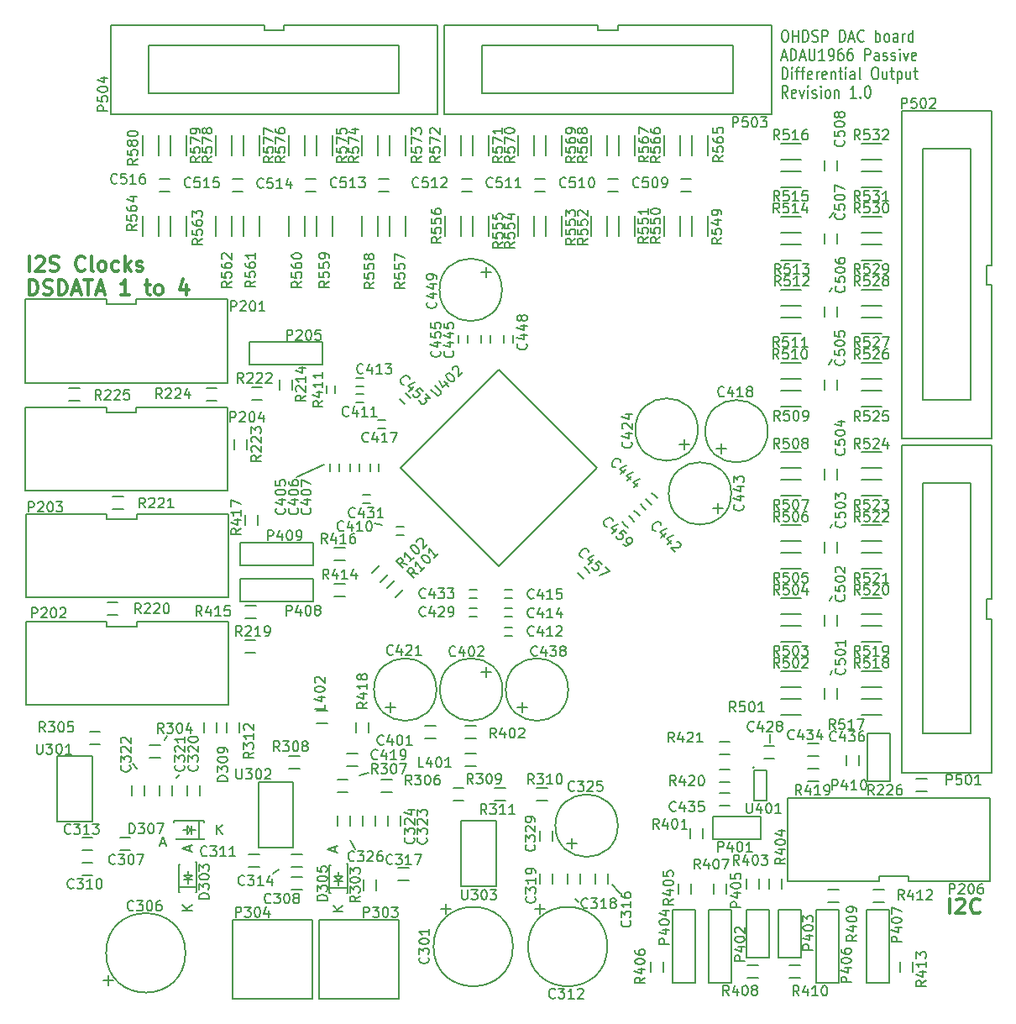
<source format=gto>
G04 #@! TF.FileFunction,Legend,Top*
%FSLAX46Y46*%
G04 Gerber Fmt 4.6, Leading zero omitted, Abs format (unit mm)*
G04 Created by KiCad (PCBNEW 4.0.1-stable) date 18/01/2016 14:29:12*
%MOMM*%
G01*
G04 APERTURE LIST*
%ADD10C,0.100000*%
%ADD11C,0.150000*%
%ADD12C,0.300000*%
%ADD13C,0.200000*%
G04 APERTURE END LIST*
D10*
D11*
X82261500Y34176000D02*
X82071000Y33795000D01*
X82261500Y41669000D02*
X81944000Y41224500D01*
X82261500Y48908000D02*
X82071000Y48590500D01*
X82198000Y65545000D02*
X81880500Y65037000D01*
X82261500Y72720500D02*
X82007500Y72339500D01*
X82388500Y80340500D02*
X82007500Y79832500D01*
X11713000Y24778000D02*
X12094000Y24270000D01*
X16412000Y23698500D02*
X16094500Y23381000D01*
X15205500Y27572000D02*
X14951500Y27191000D01*
D12*
X94132215Y9684929D02*
X94132215Y11184929D01*
X94775072Y11042071D02*
X94846501Y11113500D01*
X94989358Y11184929D01*
X95346501Y11184929D01*
X95489358Y11113500D01*
X95560787Y11042071D01*
X95632215Y10899214D01*
X95632215Y10756357D01*
X95560787Y10542071D01*
X94703644Y9684929D01*
X95632215Y9684929D01*
X97132215Y9827786D02*
X97060786Y9756357D01*
X96846500Y9684929D01*
X96703643Y9684929D01*
X96489358Y9756357D01*
X96346500Y9899214D01*
X96275072Y10042071D01*
X96203643Y10327786D01*
X96203643Y10542071D01*
X96275072Y10827786D01*
X96346500Y10970643D01*
X96489358Y11113500D01*
X96703643Y11184929D01*
X96846500Y11184929D01*
X97060786Y11113500D01*
X97132215Y11042071D01*
X1309643Y74435429D02*
X1309643Y75935429D01*
X1952500Y75792571D02*
X2023929Y75864000D01*
X2166786Y75935429D01*
X2523929Y75935429D01*
X2666786Y75864000D01*
X2738215Y75792571D01*
X2809643Y75649714D01*
X2809643Y75506857D01*
X2738215Y75292571D01*
X1881072Y74435429D01*
X2809643Y74435429D01*
X3381071Y74506857D02*
X3595357Y74435429D01*
X3952500Y74435429D01*
X4095357Y74506857D01*
X4166786Y74578286D01*
X4238214Y74721143D01*
X4238214Y74864000D01*
X4166786Y75006857D01*
X4095357Y75078286D01*
X3952500Y75149714D01*
X3666786Y75221143D01*
X3523928Y75292571D01*
X3452500Y75364000D01*
X3381071Y75506857D01*
X3381071Y75649714D01*
X3452500Y75792571D01*
X3523928Y75864000D01*
X3666786Y75935429D01*
X4023928Y75935429D01*
X4238214Y75864000D01*
X6881071Y74578286D02*
X6809642Y74506857D01*
X6595356Y74435429D01*
X6452499Y74435429D01*
X6238214Y74506857D01*
X6095356Y74649714D01*
X6023928Y74792571D01*
X5952499Y75078286D01*
X5952499Y75292571D01*
X6023928Y75578286D01*
X6095356Y75721143D01*
X6238214Y75864000D01*
X6452499Y75935429D01*
X6595356Y75935429D01*
X6809642Y75864000D01*
X6881071Y75792571D01*
X7738214Y74435429D02*
X7595356Y74506857D01*
X7523928Y74649714D01*
X7523928Y75935429D01*
X8523928Y74435429D02*
X8381070Y74506857D01*
X8309642Y74578286D01*
X8238213Y74721143D01*
X8238213Y75149714D01*
X8309642Y75292571D01*
X8381070Y75364000D01*
X8523928Y75435429D01*
X8738213Y75435429D01*
X8881070Y75364000D01*
X8952499Y75292571D01*
X9023928Y75149714D01*
X9023928Y74721143D01*
X8952499Y74578286D01*
X8881070Y74506857D01*
X8738213Y74435429D01*
X8523928Y74435429D01*
X10309642Y74506857D02*
X10166785Y74435429D01*
X9881071Y74435429D01*
X9738213Y74506857D01*
X9666785Y74578286D01*
X9595356Y74721143D01*
X9595356Y75149714D01*
X9666785Y75292571D01*
X9738213Y75364000D01*
X9881071Y75435429D01*
X10166785Y75435429D01*
X10309642Y75364000D01*
X10952499Y74435429D02*
X10952499Y75935429D01*
X11095356Y75006857D02*
X11523927Y74435429D01*
X11523927Y75435429D02*
X10952499Y74864000D01*
X12095356Y74506857D02*
X12238213Y74435429D01*
X12523928Y74435429D01*
X12666785Y74506857D01*
X12738213Y74649714D01*
X12738213Y74721143D01*
X12666785Y74864000D01*
X12523928Y74935429D01*
X12309642Y74935429D01*
X12166785Y75006857D01*
X12095356Y75149714D01*
X12095356Y75221143D01*
X12166785Y75364000D01*
X12309642Y75435429D01*
X12523928Y75435429D01*
X12666785Y75364000D01*
X1309643Y72035429D02*
X1309643Y73535429D01*
X1666786Y73535429D01*
X1881071Y73464000D01*
X2023929Y73321143D01*
X2095357Y73178286D01*
X2166786Y72892571D01*
X2166786Y72678286D01*
X2095357Y72392571D01*
X2023929Y72249714D01*
X1881071Y72106857D01*
X1666786Y72035429D01*
X1309643Y72035429D01*
X2738214Y72106857D02*
X2952500Y72035429D01*
X3309643Y72035429D01*
X3452500Y72106857D01*
X3523929Y72178286D01*
X3595357Y72321143D01*
X3595357Y72464000D01*
X3523929Y72606857D01*
X3452500Y72678286D01*
X3309643Y72749714D01*
X3023929Y72821143D01*
X2881071Y72892571D01*
X2809643Y72964000D01*
X2738214Y73106857D01*
X2738214Y73249714D01*
X2809643Y73392571D01*
X2881071Y73464000D01*
X3023929Y73535429D01*
X3381071Y73535429D01*
X3595357Y73464000D01*
X4238214Y72035429D02*
X4238214Y73535429D01*
X4595357Y73535429D01*
X4809642Y73464000D01*
X4952500Y73321143D01*
X5023928Y73178286D01*
X5095357Y72892571D01*
X5095357Y72678286D01*
X5023928Y72392571D01*
X4952500Y72249714D01*
X4809642Y72106857D01*
X4595357Y72035429D01*
X4238214Y72035429D01*
X5666785Y72464000D02*
X6381071Y72464000D01*
X5523928Y72035429D02*
X6023928Y73535429D01*
X6523928Y72035429D01*
X6809642Y73535429D02*
X7666785Y73535429D01*
X7238214Y72035429D02*
X7238214Y73535429D01*
X8095356Y72464000D02*
X8809642Y72464000D01*
X7952499Y72035429D02*
X8452499Y73535429D01*
X8952499Y72035429D01*
X11381070Y72035429D02*
X10523927Y72035429D01*
X10952499Y72035429D02*
X10952499Y73535429D01*
X10809642Y73321143D01*
X10666784Y73178286D01*
X10523927Y73106857D01*
X12952498Y73035429D02*
X13523927Y73035429D01*
X13166784Y73535429D02*
X13166784Y72249714D01*
X13238212Y72106857D01*
X13381070Y72035429D01*
X13523927Y72035429D01*
X14238213Y72035429D02*
X14095355Y72106857D01*
X14023927Y72178286D01*
X13952498Y72321143D01*
X13952498Y72749714D01*
X14023927Y72892571D01*
X14095355Y72964000D01*
X14238213Y73035429D01*
X14452498Y73035429D01*
X14595355Y72964000D01*
X14666784Y72892571D01*
X14738213Y72749714D01*
X14738213Y72321143D01*
X14666784Y72178286D01*
X14595355Y72106857D01*
X14452498Y72035429D01*
X14238213Y72035429D01*
X17166784Y73035429D02*
X17166784Y72035429D01*
X16809641Y73606857D02*
X16452498Y72535429D01*
X17381070Y72535429D01*
D13*
X77390571Y98727143D02*
X77581048Y98727143D01*
X77676286Y98670000D01*
X77771524Y98555714D01*
X77819143Y98327143D01*
X77819143Y97927143D01*
X77771524Y97698571D01*
X77676286Y97584286D01*
X77581048Y97527143D01*
X77390571Y97527143D01*
X77295333Y97584286D01*
X77200095Y97698571D01*
X77152476Y97927143D01*
X77152476Y98327143D01*
X77200095Y98555714D01*
X77295333Y98670000D01*
X77390571Y98727143D01*
X78247714Y97527143D02*
X78247714Y98727143D01*
X78247714Y98155714D02*
X78819143Y98155714D01*
X78819143Y97527143D02*
X78819143Y98727143D01*
X79295333Y97527143D02*
X79295333Y98727143D01*
X79533428Y98727143D01*
X79676286Y98670000D01*
X79771524Y98555714D01*
X79819143Y98441429D01*
X79866762Y98212857D01*
X79866762Y98041429D01*
X79819143Y97812857D01*
X79771524Y97698571D01*
X79676286Y97584286D01*
X79533428Y97527143D01*
X79295333Y97527143D01*
X80247714Y97584286D02*
X80390571Y97527143D01*
X80628667Y97527143D01*
X80723905Y97584286D01*
X80771524Y97641429D01*
X80819143Y97755714D01*
X80819143Y97870000D01*
X80771524Y97984286D01*
X80723905Y98041429D01*
X80628667Y98098571D01*
X80438190Y98155714D01*
X80342952Y98212857D01*
X80295333Y98270000D01*
X80247714Y98384286D01*
X80247714Y98498571D01*
X80295333Y98612857D01*
X80342952Y98670000D01*
X80438190Y98727143D01*
X80676286Y98727143D01*
X80819143Y98670000D01*
X81247714Y97527143D02*
X81247714Y98727143D01*
X81628667Y98727143D01*
X81723905Y98670000D01*
X81771524Y98612857D01*
X81819143Y98498571D01*
X81819143Y98327143D01*
X81771524Y98212857D01*
X81723905Y98155714D01*
X81628667Y98098571D01*
X81247714Y98098571D01*
X83009619Y97527143D02*
X83009619Y98727143D01*
X83247714Y98727143D01*
X83390572Y98670000D01*
X83485810Y98555714D01*
X83533429Y98441429D01*
X83581048Y98212857D01*
X83581048Y98041429D01*
X83533429Y97812857D01*
X83485810Y97698571D01*
X83390572Y97584286D01*
X83247714Y97527143D01*
X83009619Y97527143D01*
X83962000Y97870000D02*
X84438191Y97870000D01*
X83866762Y97527143D02*
X84200095Y98727143D01*
X84533429Y97527143D01*
X85438191Y97641429D02*
X85390572Y97584286D01*
X85247715Y97527143D01*
X85152477Y97527143D01*
X85009619Y97584286D01*
X84914381Y97698571D01*
X84866762Y97812857D01*
X84819143Y98041429D01*
X84819143Y98212857D01*
X84866762Y98441429D01*
X84914381Y98555714D01*
X85009619Y98670000D01*
X85152477Y98727143D01*
X85247715Y98727143D01*
X85390572Y98670000D01*
X85438191Y98612857D01*
X86628667Y97527143D02*
X86628667Y98727143D01*
X86628667Y98270000D02*
X86723905Y98327143D01*
X86914382Y98327143D01*
X87009620Y98270000D01*
X87057239Y98212857D01*
X87104858Y98098571D01*
X87104858Y97755714D01*
X87057239Y97641429D01*
X87009620Y97584286D01*
X86914382Y97527143D01*
X86723905Y97527143D01*
X86628667Y97584286D01*
X87676286Y97527143D02*
X87581048Y97584286D01*
X87533429Y97641429D01*
X87485810Y97755714D01*
X87485810Y98098571D01*
X87533429Y98212857D01*
X87581048Y98270000D01*
X87676286Y98327143D01*
X87819144Y98327143D01*
X87914382Y98270000D01*
X87962001Y98212857D01*
X88009620Y98098571D01*
X88009620Y97755714D01*
X87962001Y97641429D01*
X87914382Y97584286D01*
X87819144Y97527143D01*
X87676286Y97527143D01*
X88866763Y97527143D02*
X88866763Y98155714D01*
X88819144Y98270000D01*
X88723906Y98327143D01*
X88533429Y98327143D01*
X88438191Y98270000D01*
X88866763Y97584286D02*
X88771525Y97527143D01*
X88533429Y97527143D01*
X88438191Y97584286D01*
X88390572Y97698571D01*
X88390572Y97812857D01*
X88438191Y97927143D01*
X88533429Y97984286D01*
X88771525Y97984286D01*
X88866763Y98041429D01*
X89342953Y97527143D02*
X89342953Y98327143D01*
X89342953Y98098571D02*
X89390572Y98212857D01*
X89438191Y98270000D01*
X89533429Y98327143D01*
X89628668Y98327143D01*
X90390573Y97527143D02*
X90390573Y98727143D01*
X90390573Y97584286D02*
X90295335Y97527143D01*
X90104858Y97527143D01*
X90009620Y97584286D01*
X89962001Y97641429D01*
X89914382Y97755714D01*
X89914382Y98098571D01*
X89962001Y98212857D01*
X90009620Y98270000D01*
X90104858Y98327143D01*
X90295335Y98327143D01*
X90390573Y98270000D01*
X77152476Y95990000D02*
X77628667Y95990000D01*
X77057238Y95647143D02*
X77390571Y96847143D01*
X77723905Y95647143D01*
X78057238Y95647143D02*
X78057238Y96847143D01*
X78295333Y96847143D01*
X78438191Y96790000D01*
X78533429Y96675714D01*
X78581048Y96561429D01*
X78628667Y96332857D01*
X78628667Y96161429D01*
X78581048Y95932857D01*
X78533429Y95818571D01*
X78438191Y95704286D01*
X78295333Y95647143D01*
X78057238Y95647143D01*
X79009619Y95990000D02*
X79485810Y95990000D01*
X78914381Y95647143D02*
X79247714Y96847143D01*
X79581048Y95647143D01*
X79914381Y96847143D02*
X79914381Y95875714D01*
X79962000Y95761429D01*
X80009619Y95704286D01*
X80104857Y95647143D01*
X80295334Y95647143D01*
X80390572Y95704286D01*
X80438191Y95761429D01*
X80485810Y95875714D01*
X80485810Y96847143D01*
X81485810Y95647143D02*
X80914381Y95647143D01*
X81200095Y95647143D02*
X81200095Y96847143D01*
X81104857Y96675714D01*
X81009619Y96561429D01*
X80914381Y96504286D01*
X81962000Y95647143D02*
X82152476Y95647143D01*
X82247715Y95704286D01*
X82295334Y95761429D01*
X82390572Y95932857D01*
X82438191Y96161429D01*
X82438191Y96618571D01*
X82390572Y96732857D01*
X82342953Y96790000D01*
X82247715Y96847143D01*
X82057238Y96847143D01*
X81962000Y96790000D01*
X81914381Y96732857D01*
X81866762Y96618571D01*
X81866762Y96332857D01*
X81914381Y96218571D01*
X81962000Y96161429D01*
X82057238Y96104286D01*
X82247715Y96104286D01*
X82342953Y96161429D01*
X82390572Y96218571D01*
X82438191Y96332857D01*
X83295334Y96847143D02*
X83104857Y96847143D01*
X83009619Y96790000D01*
X82962000Y96732857D01*
X82866762Y96561429D01*
X82819143Y96332857D01*
X82819143Y95875714D01*
X82866762Y95761429D01*
X82914381Y95704286D01*
X83009619Y95647143D01*
X83200096Y95647143D01*
X83295334Y95704286D01*
X83342953Y95761429D01*
X83390572Y95875714D01*
X83390572Y96161429D01*
X83342953Y96275714D01*
X83295334Y96332857D01*
X83200096Y96390000D01*
X83009619Y96390000D01*
X82914381Y96332857D01*
X82866762Y96275714D01*
X82819143Y96161429D01*
X84247715Y96847143D02*
X84057238Y96847143D01*
X83962000Y96790000D01*
X83914381Y96732857D01*
X83819143Y96561429D01*
X83771524Y96332857D01*
X83771524Y95875714D01*
X83819143Y95761429D01*
X83866762Y95704286D01*
X83962000Y95647143D01*
X84152477Y95647143D01*
X84247715Y95704286D01*
X84295334Y95761429D01*
X84342953Y95875714D01*
X84342953Y96161429D01*
X84295334Y96275714D01*
X84247715Y96332857D01*
X84152477Y96390000D01*
X83962000Y96390000D01*
X83866762Y96332857D01*
X83819143Y96275714D01*
X83771524Y96161429D01*
X85533429Y95647143D02*
X85533429Y96847143D01*
X85914382Y96847143D01*
X86009620Y96790000D01*
X86057239Y96732857D01*
X86104858Y96618571D01*
X86104858Y96447143D01*
X86057239Y96332857D01*
X86009620Y96275714D01*
X85914382Y96218571D01*
X85533429Y96218571D01*
X86962001Y95647143D02*
X86962001Y96275714D01*
X86914382Y96390000D01*
X86819144Y96447143D01*
X86628667Y96447143D01*
X86533429Y96390000D01*
X86962001Y95704286D02*
X86866763Y95647143D01*
X86628667Y95647143D01*
X86533429Y95704286D01*
X86485810Y95818571D01*
X86485810Y95932857D01*
X86533429Y96047143D01*
X86628667Y96104286D01*
X86866763Y96104286D01*
X86962001Y96161429D01*
X87390572Y95704286D02*
X87485810Y95647143D01*
X87676286Y95647143D01*
X87771525Y95704286D01*
X87819144Y95818571D01*
X87819144Y95875714D01*
X87771525Y95990000D01*
X87676286Y96047143D01*
X87533429Y96047143D01*
X87438191Y96104286D01*
X87390572Y96218571D01*
X87390572Y96275714D01*
X87438191Y96390000D01*
X87533429Y96447143D01*
X87676286Y96447143D01*
X87771525Y96390000D01*
X88200096Y95704286D02*
X88295334Y95647143D01*
X88485810Y95647143D01*
X88581049Y95704286D01*
X88628668Y95818571D01*
X88628668Y95875714D01*
X88581049Y95990000D01*
X88485810Y96047143D01*
X88342953Y96047143D01*
X88247715Y96104286D01*
X88200096Y96218571D01*
X88200096Y96275714D01*
X88247715Y96390000D01*
X88342953Y96447143D01*
X88485810Y96447143D01*
X88581049Y96390000D01*
X89057239Y95647143D02*
X89057239Y96447143D01*
X89057239Y96847143D02*
X89009620Y96790000D01*
X89057239Y96732857D01*
X89104858Y96790000D01*
X89057239Y96847143D01*
X89057239Y96732857D01*
X89438191Y96447143D02*
X89676286Y95647143D01*
X89914382Y96447143D01*
X90676287Y95704286D02*
X90581049Y95647143D01*
X90390572Y95647143D01*
X90295334Y95704286D01*
X90247715Y95818571D01*
X90247715Y96275714D01*
X90295334Y96390000D01*
X90390572Y96447143D01*
X90581049Y96447143D01*
X90676287Y96390000D01*
X90723906Y96275714D01*
X90723906Y96161429D01*
X90247715Y96047143D01*
X77200095Y93767143D02*
X77200095Y94967143D01*
X77438190Y94967143D01*
X77581048Y94910000D01*
X77676286Y94795714D01*
X77723905Y94681429D01*
X77771524Y94452857D01*
X77771524Y94281429D01*
X77723905Y94052857D01*
X77676286Y93938571D01*
X77581048Y93824286D01*
X77438190Y93767143D01*
X77200095Y93767143D01*
X78200095Y93767143D02*
X78200095Y94567143D01*
X78200095Y94967143D02*
X78152476Y94910000D01*
X78200095Y94852857D01*
X78247714Y94910000D01*
X78200095Y94967143D01*
X78200095Y94852857D01*
X78533428Y94567143D02*
X78914380Y94567143D01*
X78676285Y93767143D02*
X78676285Y94795714D01*
X78723904Y94910000D01*
X78819142Y94967143D01*
X78914380Y94967143D01*
X79104857Y94567143D02*
X79485809Y94567143D01*
X79247714Y93767143D02*
X79247714Y94795714D01*
X79295333Y94910000D01*
X79390571Y94967143D01*
X79485809Y94967143D01*
X80200096Y93824286D02*
X80104858Y93767143D01*
X79914381Y93767143D01*
X79819143Y93824286D01*
X79771524Y93938571D01*
X79771524Y94395714D01*
X79819143Y94510000D01*
X79914381Y94567143D01*
X80104858Y94567143D01*
X80200096Y94510000D01*
X80247715Y94395714D01*
X80247715Y94281429D01*
X79771524Y94167143D01*
X80676286Y93767143D02*
X80676286Y94567143D01*
X80676286Y94338571D02*
X80723905Y94452857D01*
X80771524Y94510000D01*
X80866762Y94567143D01*
X80962001Y94567143D01*
X81676287Y93824286D02*
X81581049Y93767143D01*
X81390572Y93767143D01*
X81295334Y93824286D01*
X81247715Y93938571D01*
X81247715Y94395714D01*
X81295334Y94510000D01*
X81390572Y94567143D01*
X81581049Y94567143D01*
X81676287Y94510000D01*
X81723906Y94395714D01*
X81723906Y94281429D01*
X81247715Y94167143D01*
X82152477Y94567143D02*
X82152477Y93767143D01*
X82152477Y94452857D02*
X82200096Y94510000D01*
X82295334Y94567143D01*
X82438192Y94567143D01*
X82533430Y94510000D01*
X82581049Y94395714D01*
X82581049Y93767143D01*
X82914382Y94567143D02*
X83295334Y94567143D01*
X83057239Y94967143D02*
X83057239Y93938571D01*
X83104858Y93824286D01*
X83200096Y93767143D01*
X83295334Y93767143D01*
X83628668Y93767143D02*
X83628668Y94567143D01*
X83628668Y94967143D02*
X83581049Y94910000D01*
X83628668Y94852857D01*
X83676287Y94910000D01*
X83628668Y94967143D01*
X83628668Y94852857D01*
X84533430Y93767143D02*
X84533430Y94395714D01*
X84485811Y94510000D01*
X84390573Y94567143D01*
X84200096Y94567143D01*
X84104858Y94510000D01*
X84533430Y93824286D02*
X84438192Y93767143D01*
X84200096Y93767143D01*
X84104858Y93824286D01*
X84057239Y93938571D01*
X84057239Y94052857D01*
X84104858Y94167143D01*
X84200096Y94224286D01*
X84438192Y94224286D01*
X84533430Y94281429D01*
X85152477Y93767143D02*
X85057239Y93824286D01*
X85009620Y93938571D01*
X85009620Y94967143D01*
X86485811Y94967143D02*
X86676288Y94967143D01*
X86771526Y94910000D01*
X86866764Y94795714D01*
X86914383Y94567143D01*
X86914383Y94167143D01*
X86866764Y93938571D01*
X86771526Y93824286D01*
X86676288Y93767143D01*
X86485811Y93767143D01*
X86390573Y93824286D01*
X86295335Y93938571D01*
X86247716Y94167143D01*
X86247716Y94567143D01*
X86295335Y94795714D01*
X86390573Y94910000D01*
X86485811Y94967143D01*
X87771526Y94567143D02*
X87771526Y93767143D01*
X87342954Y94567143D02*
X87342954Y93938571D01*
X87390573Y93824286D01*
X87485811Y93767143D01*
X87628669Y93767143D01*
X87723907Y93824286D01*
X87771526Y93881429D01*
X88104859Y94567143D02*
X88485811Y94567143D01*
X88247716Y94967143D02*
X88247716Y93938571D01*
X88295335Y93824286D01*
X88390573Y93767143D01*
X88485811Y93767143D01*
X88819145Y94567143D02*
X88819145Y93367143D01*
X88819145Y94510000D02*
X88914383Y94567143D01*
X89104860Y94567143D01*
X89200098Y94510000D01*
X89247717Y94452857D01*
X89295336Y94338571D01*
X89295336Y93995714D01*
X89247717Y93881429D01*
X89200098Y93824286D01*
X89104860Y93767143D01*
X88914383Y93767143D01*
X88819145Y93824286D01*
X90152479Y94567143D02*
X90152479Y93767143D01*
X89723907Y94567143D02*
X89723907Y93938571D01*
X89771526Y93824286D01*
X89866764Y93767143D01*
X90009622Y93767143D01*
X90104860Y93824286D01*
X90152479Y93881429D01*
X90485812Y94567143D02*
X90866764Y94567143D01*
X90628669Y94967143D02*
X90628669Y93938571D01*
X90676288Y93824286D01*
X90771526Y93767143D01*
X90866764Y93767143D01*
X77771524Y91887143D02*
X77438190Y92458571D01*
X77200095Y91887143D02*
X77200095Y93087143D01*
X77581048Y93087143D01*
X77676286Y93030000D01*
X77723905Y92972857D01*
X77771524Y92858571D01*
X77771524Y92687143D01*
X77723905Y92572857D01*
X77676286Y92515714D01*
X77581048Y92458571D01*
X77200095Y92458571D01*
X78581048Y91944286D02*
X78485810Y91887143D01*
X78295333Y91887143D01*
X78200095Y91944286D01*
X78152476Y92058571D01*
X78152476Y92515714D01*
X78200095Y92630000D01*
X78295333Y92687143D01*
X78485810Y92687143D01*
X78581048Y92630000D01*
X78628667Y92515714D01*
X78628667Y92401429D01*
X78152476Y92287143D01*
X78962000Y92687143D02*
X79200095Y91887143D01*
X79438191Y92687143D01*
X79819143Y91887143D02*
X79819143Y92687143D01*
X79819143Y93087143D02*
X79771524Y93030000D01*
X79819143Y92972857D01*
X79866762Y93030000D01*
X79819143Y93087143D01*
X79819143Y92972857D01*
X80247714Y91944286D02*
X80342952Y91887143D01*
X80533428Y91887143D01*
X80628667Y91944286D01*
X80676286Y92058571D01*
X80676286Y92115714D01*
X80628667Y92230000D01*
X80533428Y92287143D01*
X80390571Y92287143D01*
X80295333Y92344286D01*
X80247714Y92458571D01*
X80247714Y92515714D01*
X80295333Y92630000D01*
X80390571Y92687143D01*
X80533428Y92687143D01*
X80628667Y92630000D01*
X81104857Y91887143D02*
X81104857Y92687143D01*
X81104857Y93087143D02*
X81057238Y93030000D01*
X81104857Y92972857D01*
X81152476Y93030000D01*
X81104857Y93087143D01*
X81104857Y92972857D01*
X81723904Y91887143D02*
X81628666Y91944286D01*
X81581047Y92001429D01*
X81533428Y92115714D01*
X81533428Y92458571D01*
X81581047Y92572857D01*
X81628666Y92630000D01*
X81723904Y92687143D01*
X81866762Y92687143D01*
X81962000Y92630000D01*
X82009619Y92572857D01*
X82057238Y92458571D01*
X82057238Y92115714D01*
X82009619Y92001429D01*
X81962000Y91944286D01*
X81866762Y91887143D01*
X81723904Y91887143D01*
X82485809Y92687143D02*
X82485809Y91887143D01*
X82485809Y92572857D02*
X82533428Y92630000D01*
X82628666Y92687143D01*
X82771524Y92687143D01*
X82866762Y92630000D01*
X82914381Y92515714D01*
X82914381Y91887143D01*
X84676286Y91887143D02*
X84104857Y91887143D01*
X84390571Y91887143D02*
X84390571Y93087143D01*
X84295333Y92915714D01*
X84200095Y92801429D01*
X84104857Y92744286D01*
X85104857Y92001429D02*
X85152476Y91944286D01*
X85104857Y91887143D01*
X85057238Y91944286D01*
X85104857Y92001429D01*
X85104857Y91887143D01*
X85771523Y93087143D02*
X85866762Y93087143D01*
X85962000Y93030000D01*
X86009619Y92972857D01*
X86057238Y92858571D01*
X86104857Y92630000D01*
X86104857Y92344286D01*
X86057238Y92115714D01*
X86009619Y92001429D01*
X85962000Y91944286D01*
X85866762Y91887143D01*
X85771523Y91887143D01*
X85676285Y91944286D01*
X85628666Y92001429D01*
X85581047Y92115714D01*
X85533428Y92344286D01*
X85533428Y92630000D01*
X85581047Y92858571D01*
X85628666Y92972857D01*
X85676285Y93030000D01*
X85771523Y93087143D01*
D11*
X75996800Y27762200D02*
X75996800Y26898600D01*
X60782200Y11785600D02*
X60045600Y12573000D01*
X56667400Y10845800D02*
X56311800Y11201400D01*
X34163000Y16129000D02*
X33680400Y17119600D01*
X25882600Y13690600D02*
X26441400Y14122400D01*
X35509200Y23825200D02*
X34544000Y23647400D01*
X36118800Y48996600D02*
X36855400Y48818800D01*
X28244800Y53670200D02*
X30988000Y54914800D01*
X16384500Y12371500D02*
X18184500Y12371500D01*
X17284500Y13071500D02*
X17284500Y12671500D01*
X17284500Y13571500D02*
X17284500Y13971500D01*
X16884500Y13071500D02*
X17684500Y13071500D01*
X17684500Y13571500D02*
X17284500Y13171500D01*
X16884500Y13571500D02*
X17684500Y13571500D01*
X17284500Y13171500D02*
X16884500Y13571500D01*
X18184500Y14871500D02*
X18084500Y14871500D01*
X18184500Y11871500D02*
X18184500Y14871500D01*
X18084500Y11871500D02*
X18184500Y11871500D01*
X16384500Y14671500D02*
X16484500Y14671500D01*
X16384500Y13271500D02*
X16384500Y14671500D01*
X16384500Y11871500D02*
X16484500Y11871500D01*
X16384500Y13271500D02*
X16384500Y11871500D01*
X28270000Y12065000D02*
X27736600Y12065000D01*
X28270000Y12065000D02*
X28803400Y12065000D01*
X28270000Y13335000D02*
X27736600Y13335000D01*
X28270000Y13335000D02*
X28803400Y13335000D01*
X13970000Y26670000D02*
X14503400Y26670000D01*
X13970000Y26670000D02*
X13436600Y26670000D01*
X13970000Y25400000D02*
X14503400Y25400000D01*
X13970000Y25400000D02*
X13436600Y25400000D01*
X28016000Y24257000D02*
X27482600Y24257000D01*
X28016000Y24257000D02*
X28549400Y24257000D01*
X28016000Y25527000D02*
X27482600Y25527000D01*
X28016000Y25527000D02*
X28549400Y25527000D01*
X9048800Y60715000D02*
X848800Y60715000D01*
X9048800Y60215000D02*
X9048800Y60715000D01*
X12048800Y60215000D02*
X9048800Y60215000D01*
X12048800Y60715000D02*
X12048800Y60215000D01*
X21248800Y60715000D02*
X12048800Y60715000D01*
X848800Y60715000D02*
X848800Y52315000D01*
X848800Y52315000D02*
X21248800Y52315000D01*
X21248800Y52315000D02*
X21248800Y56515000D01*
X21248800Y56515000D02*
X21248800Y60715000D01*
X85801000Y22987000D02*
X88087000Y22987000D01*
X85801000Y27813000D02*
X88087000Y27813000D01*
X85801000Y22987000D02*
X85801000Y27813000D01*
X88087000Y27813000D02*
X88087000Y22987000D01*
X14935000Y82423000D02*
X14401600Y82423000D01*
X14935000Y82423000D02*
X15468400Y82423000D01*
X14935000Y83693000D02*
X14401600Y83693000D01*
X14935000Y83693000D02*
X15468400Y83693000D01*
X22301000Y82423000D02*
X21767600Y82423000D01*
X22301000Y82423000D02*
X22834400Y82423000D01*
X22301000Y83693000D02*
X21767600Y83693000D01*
X22301000Y83693000D02*
X22834400Y83693000D01*
X29667000Y82423000D02*
X29133600Y82423000D01*
X29667000Y82423000D02*
X30200400Y82423000D01*
X29667000Y83693000D02*
X29133600Y83693000D01*
X29667000Y83693000D02*
X30200400Y83693000D01*
X37033000Y82423000D02*
X36499600Y82423000D01*
X37033000Y82423000D02*
X37566400Y82423000D01*
X37033000Y83693000D02*
X36499600Y83693000D01*
X37033000Y83693000D02*
X37566400Y83693000D01*
X45415000Y82423000D02*
X44881600Y82423000D01*
X45415000Y82423000D02*
X45948400Y82423000D01*
X45415000Y83693000D02*
X44881600Y83693000D01*
X45415000Y83693000D02*
X45948400Y83693000D01*
X52781000Y82423000D02*
X52247600Y82423000D01*
X52781000Y82423000D02*
X53314400Y82423000D01*
X52781000Y83693000D02*
X52247600Y83693000D01*
X52781000Y83693000D02*
X53314400Y83693000D01*
X60147000Y82423000D02*
X59613600Y82423000D01*
X60147000Y82423000D02*
X60680400Y82423000D01*
X60147000Y83693000D02*
X59613600Y83693000D01*
X60147000Y83693000D02*
X60680400Y83693000D01*
X67513000Y82423000D02*
X66979600Y82423000D01*
X67513000Y82423000D02*
X68046400Y82423000D01*
X67513000Y83693000D02*
X66979600Y83693000D01*
X67513000Y83693000D02*
X68046400Y83693000D01*
X81483000Y85090000D02*
X81483000Y85623400D01*
X81483000Y85090000D02*
X81483000Y84556600D01*
X82753000Y85090000D02*
X82753000Y85623400D01*
X82753000Y85090000D02*
X82753000Y84556600D01*
X21716800Y78994000D02*
X21716800Y77978000D01*
X21716800Y78994000D02*
X21716800Y80010000D01*
X20091200Y78994000D02*
X20091200Y80010000D01*
X20091200Y78994000D02*
X20091200Y77978000D01*
X24510800Y78994000D02*
X24510800Y77978000D01*
X24510800Y78994000D02*
X24510800Y80010000D01*
X22885200Y78994000D02*
X22885200Y80010000D01*
X22885200Y78994000D02*
X22885200Y77978000D01*
X29082800Y78994000D02*
X29082800Y77978000D01*
X29082800Y78994000D02*
X29082800Y80010000D01*
X27457200Y78994000D02*
X27457200Y80010000D01*
X27457200Y78994000D02*
X27457200Y77978000D01*
X31876800Y78994000D02*
X31876800Y77978000D01*
X31876800Y78994000D02*
X31876800Y80010000D01*
X30251200Y78994000D02*
X30251200Y80010000D01*
X30251200Y78994000D02*
X30251200Y77978000D01*
X36448800Y78994000D02*
X36448800Y77978000D01*
X36448800Y78994000D02*
X36448800Y80010000D01*
X34823200Y78994000D02*
X34823200Y80010000D01*
X34823200Y78994000D02*
X34823200Y77978000D01*
X39242800Y78994000D02*
X39242800Y77978000D01*
X39242800Y78994000D02*
X39242800Y80010000D01*
X37617200Y78994000D02*
X37617200Y80010000D01*
X37617200Y78994000D02*
X37617200Y77978000D01*
X44830800Y78994000D02*
X44830800Y77978000D01*
X44830800Y78994000D02*
X44830800Y80010000D01*
X43205200Y78994000D02*
X43205200Y80010000D01*
X43205200Y78994000D02*
X43205200Y77978000D01*
X47624800Y78994000D02*
X47624800Y77978000D01*
X47624800Y78994000D02*
X47624800Y80010000D01*
X45999200Y78994000D02*
X45999200Y80010000D01*
X45999200Y78994000D02*
X45999200Y77978000D01*
X52196800Y78994000D02*
X52196800Y77978000D01*
X52196800Y78994000D02*
X52196800Y80010000D01*
X50571200Y78994000D02*
X50571200Y80010000D01*
X50571200Y78994000D02*
X50571200Y77978000D01*
X54990800Y78994000D02*
X54990800Y77978000D01*
X54990800Y78994000D02*
X54990800Y80010000D01*
X53365200Y78994000D02*
X53365200Y80010000D01*
X53365200Y78994000D02*
X53365200Y77978000D01*
X59562800Y78994000D02*
X59562800Y77978000D01*
X59562800Y78994000D02*
X59562800Y80010000D01*
X57937200Y78994000D02*
X57937200Y80010000D01*
X57937200Y78994000D02*
X57937200Y77978000D01*
X62356800Y78994000D02*
X62356800Y77978000D01*
X62356800Y78994000D02*
X62356800Y80010000D01*
X60731200Y78994000D02*
X60731200Y80010000D01*
X60731200Y78994000D02*
X60731200Y77978000D01*
X66928800Y78994000D02*
X66928800Y77978000D01*
X66928800Y78994000D02*
X66928800Y80010000D01*
X65303200Y78994000D02*
X65303200Y80010000D01*
X65303200Y78994000D02*
X65303200Y77978000D01*
X69722800Y78994000D02*
X69722800Y77978000D01*
X69722800Y78994000D02*
X69722800Y80010000D01*
X68097200Y78994000D02*
X68097200Y80010000D01*
X68097200Y78994000D02*
X68097200Y77978000D01*
X86182000Y85674200D02*
X85166000Y85674200D01*
X86182000Y85674200D02*
X87198000Y85674200D01*
X86182000Y87299800D02*
X87198000Y87299800D01*
X86182000Y87299800D02*
X85166000Y87299800D01*
X86182000Y82880200D02*
X85166000Y82880200D01*
X86182000Y82880200D02*
X87198000Y82880200D01*
X86182000Y84505800D02*
X87198000Y84505800D01*
X86182000Y84505800D02*
X85166000Y84505800D01*
X86182000Y78308200D02*
X85166000Y78308200D01*
X86182000Y78308200D02*
X87198000Y78308200D01*
X86182000Y79933800D02*
X87198000Y79933800D01*
X86182000Y79933800D02*
X85166000Y79933800D01*
X86182000Y75514200D02*
X85166000Y75514200D01*
X86182000Y75514200D02*
X87198000Y75514200D01*
X86182000Y77139800D02*
X87198000Y77139800D01*
X86182000Y77139800D02*
X85166000Y77139800D01*
X86182000Y70942200D02*
X85166000Y70942200D01*
X86182000Y70942200D02*
X87198000Y70942200D01*
X86182000Y72567800D02*
X87198000Y72567800D01*
X86182000Y72567800D02*
X85166000Y72567800D01*
X86182000Y68148200D02*
X85166000Y68148200D01*
X86182000Y68148200D02*
X87198000Y68148200D01*
X86182000Y69773800D02*
X87198000Y69773800D01*
X86182000Y69773800D02*
X85166000Y69773800D01*
X86182000Y63576200D02*
X85166000Y63576200D01*
X86182000Y63576200D02*
X87198000Y63576200D01*
X86182000Y65201800D02*
X87198000Y65201800D01*
X86182000Y65201800D02*
X85166000Y65201800D01*
X86182000Y60782200D02*
X85166000Y60782200D01*
X86182000Y60782200D02*
X87198000Y60782200D01*
X86182000Y62407800D02*
X87198000Y62407800D01*
X86182000Y62407800D02*
X85166000Y62407800D01*
X86182000Y54559200D02*
X85166000Y54559200D01*
X86182000Y54559200D02*
X87198000Y54559200D01*
X86182000Y56184800D02*
X87198000Y56184800D01*
X86182000Y56184800D02*
X85166000Y56184800D01*
X86182000Y51765200D02*
X85166000Y51765200D01*
X86182000Y51765200D02*
X87198000Y51765200D01*
X86182000Y53390800D02*
X87198000Y53390800D01*
X86182000Y53390800D02*
X85166000Y53390800D01*
X86182000Y47193200D02*
X85166000Y47193200D01*
X86182000Y47193200D02*
X87198000Y47193200D01*
X86182000Y48818800D02*
X87198000Y48818800D01*
X86182000Y48818800D02*
X85166000Y48818800D01*
X86182000Y44399200D02*
X85166000Y44399200D01*
X86182000Y44399200D02*
X87198000Y44399200D01*
X86182000Y46024800D02*
X87198000Y46024800D01*
X86182000Y46024800D02*
X85166000Y46024800D01*
X86182000Y39827200D02*
X85166000Y39827200D01*
X86182000Y39827200D02*
X87198000Y39827200D01*
X86182000Y41452800D02*
X87198000Y41452800D01*
X86182000Y41452800D02*
X85166000Y41452800D01*
X86182000Y37033200D02*
X85166000Y37033200D01*
X86182000Y37033200D02*
X87198000Y37033200D01*
X86182000Y38658800D02*
X87198000Y38658800D01*
X86182000Y38658800D02*
X85166000Y38658800D01*
X78054000Y85674200D02*
X77038000Y85674200D01*
X78054000Y85674200D02*
X79070000Y85674200D01*
X78054000Y87299800D02*
X79070000Y87299800D01*
X78054000Y87299800D02*
X77038000Y87299800D01*
X78054000Y82880200D02*
X77038000Y82880200D01*
X78054000Y82880200D02*
X79070000Y82880200D01*
X78054000Y84505800D02*
X79070000Y84505800D01*
X78054000Y84505800D02*
X77038000Y84505800D01*
X78054000Y78308200D02*
X77038000Y78308200D01*
X78054000Y78308200D02*
X79070000Y78308200D01*
X78054000Y79933800D02*
X79070000Y79933800D01*
X78054000Y79933800D02*
X77038000Y79933800D01*
X78054000Y75514200D02*
X77038000Y75514200D01*
X78054000Y75514200D02*
X79070000Y75514200D01*
X78054000Y77139800D02*
X79070000Y77139800D01*
X78054000Y77139800D02*
X77038000Y77139800D01*
X78054000Y70942200D02*
X77038000Y70942200D01*
X78054000Y70942200D02*
X79070000Y70942200D01*
X78054000Y72567800D02*
X79070000Y72567800D01*
X78054000Y72567800D02*
X77038000Y72567800D01*
X78054000Y68148200D02*
X77038000Y68148200D01*
X78054000Y68148200D02*
X79070000Y68148200D01*
X78054000Y69773800D02*
X79070000Y69773800D01*
X78054000Y69773800D02*
X77038000Y69773800D01*
X78054000Y63576200D02*
X77038000Y63576200D01*
X78054000Y63576200D02*
X79070000Y63576200D01*
X78054000Y65201800D02*
X79070000Y65201800D01*
X78054000Y65201800D02*
X77038000Y65201800D01*
X78054000Y60782200D02*
X77038000Y60782200D01*
X78054000Y60782200D02*
X79070000Y60782200D01*
X78054000Y62407800D02*
X79070000Y62407800D01*
X78054000Y62407800D02*
X77038000Y62407800D01*
X78054000Y54559200D02*
X77038000Y54559200D01*
X78054000Y54559200D02*
X79070000Y54559200D01*
X78054000Y56184800D02*
X79070000Y56184800D01*
X78054000Y56184800D02*
X77038000Y56184800D01*
X78054000Y51765200D02*
X77038000Y51765200D01*
X78054000Y51765200D02*
X79070000Y51765200D01*
X78054000Y53390800D02*
X79070000Y53390800D01*
X78054000Y53390800D02*
X77038000Y53390800D01*
X78054000Y47193200D02*
X77038000Y47193200D01*
X78054000Y47193200D02*
X79070000Y47193200D01*
X78054000Y48818800D02*
X79070000Y48818800D01*
X78054000Y48818800D02*
X77038000Y48818800D01*
X78054000Y44399200D02*
X77038000Y44399200D01*
X78054000Y44399200D02*
X79070000Y44399200D01*
X78054000Y46024800D02*
X79070000Y46024800D01*
X78054000Y46024800D02*
X77038000Y46024800D01*
X78054000Y39827200D02*
X77038000Y39827200D01*
X78054000Y39827200D02*
X79070000Y39827200D01*
X78054000Y41452800D02*
X79070000Y41452800D01*
X78054000Y41452800D02*
X77038000Y41452800D01*
X78054000Y37033200D02*
X77038000Y37033200D01*
X78054000Y37033200D02*
X79070000Y37033200D01*
X78054000Y38658800D02*
X79070000Y38658800D01*
X78054000Y38658800D02*
X77038000Y38658800D01*
X81483000Y77724000D02*
X81483000Y78257400D01*
X81483000Y77724000D02*
X81483000Y77190600D01*
X82753000Y77724000D02*
X82753000Y78257400D01*
X82753000Y77724000D02*
X82753000Y77190600D01*
X81483000Y70358000D02*
X81483000Y70891400D01*
X81483000Y70358000D02*
X81483000Y69824600D01*
X82753000Y70358000D02*
X82753000Y70891400D01*
X82753000Y70358000D02*
X82753000Y69824600D01*
X81483000Y62992000D02*
X81483000Y63525400D01*
X81483000Y62992000D02*
X81483000Y62458600D01*
X82753000Y62992000D02*
X82753000Y63525400D01*
X82753000Y62992000D02*
X82753000Y62458600D01*
X81483000Y53975000D02*
X81483000Y54508400D01*
X81483000Y53975000D02*
X81483000Y53441600D01*
X82753000Y53975000D02*
X82753000Y54508400D01*
X82753000Y53975000D02*
X82753000Y53441600D01*
X81483000Y46609000D02*
X81483000Y47142400D01*
X81483000Y46609000D02*
X81483000Y46075600D01*
X82753000Y46609000D02*
X82753000Y47142400D01*
X82753000Y46609000D02*
X82753000Y46075600D01*
X81483000Y39243000D02*
X81483000Y39776400D01*
X81483000Y39243000D02*
X81483000Y38709600D01*
X82753000Y39243000D02*
X82753000Y39776400D01*
X82753000Y39243000D02*
X82753000Y38709600D01*
X32130800Y62484000D02*
X32130800Y62865000D01*
X32130800Y62484000D02*
X32130800Y62103000D01*
X31267200Y62484000D02*
X31267200Y62865000D01*
X31267200Y62484000D02*
X31267200Y62103000D01*
X46050000Y41478200D02*
X46431000Y41478200D01*
X46050000Y41478200D02*
X45669000Y41478200D01*
X46050000Y42341800D02*
X46431000Y42341800D01*
X46050000Y42341800D02*
X45669000Y42341800D01*
X61365671Y48869071D02*
X61635079Y48599664D01*
X61365671Y48869071D02*
X61096264Y49138479D01*
X61976329Y49479729D02*
X62245736Y49210321D01*
X61976329Y49479729D02*
X61706921Y49749136D01*
X56895271Y43712871D02*
X57164679Y43443464D01*
X56895271Y43712871D02*
X56625864Y43982279D01*
X57505929Y44323529D02*
X57775336Y44054121D01*
X57505929Y44323529D02*
X57236521Y44592936D01*
X45465800Y67564000D02*
X45465800Y67945000D01*
X45465800Y67564000D02*
X45465800Y67183000D01*
X44602200Y67564000D02*
X44602200Y67945000D01*
X44602200Y67564000D02*
X44602200Y67183000D01*
X39497329Y61900329D02*
X39227921Y62169736D01*
X39497329Y61900329D02*
X39766736Y61630921D01*
X38886671Y61289671D02*
X38617264Y61559079D01*
X38886671Y61289671D02*
X39156079Y61020264D01*
X50037800Y67564000D02*
X50037800Y67945000D01*
X50037800Y67564000D02*
X50037800Y67183000D01*
X49174200Y67564000D02*
X49174200Y67945000D01*
X49174200Y67564000D02*
X49174200Y67183000D01*
X46888200Y67564000D02*
X46888200Y67183000D01*
X46888200Y67564000D02*
X46888200Y67945000D01*
X47751800Y67564000D02*
X47751800Y67183000D01*
X47751800Y67564000D02*
X47751800Y67945000D01*
X63727871Y51180471D02*
X63997279Y50911064D01*
X63727871Y51180471D02*
X63458464Y51449879D01*
X64338529Y51791129D02*
X64607936Y51521721D01*
X64338529Y51791129D02*
X64069121Y52060536D01*
X63170129Y50648129D02*
X62900721Y50917536D01*
X63170129Y50648129D02*
X63439536Y50378721D01*
X62559471Y50037471D02*
X62290064Y50306879D01*
X62559471Y50037471D02*
X62828879Y49768064D01*
X35255000Y51866800D02*
X34874000Y51866800D01*
X35255000Y51866800D02*
X35636000Y51866800D01*
X35255000Y51003200D02*
X34874000Y51003200D01*
X35255000Y51003200D02*
X35636000Y51003200D01*
X46050000Y39573200D02*
X46431000Y39573200D01*
X46050000Y39573200D02*
X45669000Y39573200D01*
X46050000Y40436800D02*
X46431000Y40436800D01*
X46050000Y40436800D02*
X45669000Y40436800D01*
X36829800Y59461400D02*
X36448800Y59461400D01*
X36829800Y59461400D02*
X37210800Y59461400D01*
X36829800Y58597800D02*
X36448800Y58597800D01*
X36829800Y58597800D02*
X37210800Y58597800D01*
X49606000Y42341800D02*
X49225000Y42341800D01*
X49606000Y42341800D02*
X49987000Y42341800D01*
X49606000Y41478200D02*
X49225000Y41478200D01*
X49606000Y41478200D02*
X49987000Y41478200D01*
X49606000Y40436800D02*
X49225000Y40436800D01*
X49606000Y40436800D02*
X49987000Y40436800D01*
X49606000Y39573200D02*
X49225000Y39573200D01*
X49606000Y39573200D02*
X49987000Y39573200D01*
X34620000Y63677800D02*
X34239000Y63677800D01*
X34620000Y63677800D02*
X35001000Y63677800D01*
X34620000Y62814200D02*
X34239000Y62814200D01*
X34620000Y62814200D02*
X35001000Y62814200D01*
X49606000Y38531800D02*
X49225000Y38531800D01*
X49606000Y38531800D02*
X49987000Y38531800D01*
X49606000Y37668200D02*
X49225000Y37668200D01*
X49606000Y37668200D02*
X49987000Y37668200D01*
X34620000Y62026800D02*
X34239000Y62026800D01*
X34620000Y62026800D02*
X35001000Y62026800D01*
X34620000Y61163200D02*
X34239000Y61163200D01*
X34620000Y61163200D02*
X35001000Y61163200D01*
X38684000Y48691800D02*
X38303000Y48691800D01*
X38684000Y48691800D02*
X39065000Y48691800D01*
X38684000Y47828200D02*
X38303000Y47828200D01*
X38684000Y47828200D02*
X39065000Y47828200D01*
X35636000Y54610000D02*
X35636000Y54229000D01*
X35636000Y54610000D02*
X35636000Y54991000D01*
X36499600Y54610000D02*
X36499600Y54229000D01*
X36499600Y54610000D02*
X36499600Y54991000D01*
X33680200Y54610000D02*
X33680200Y54229000D01*
X33680200Y54610000D02*
X33680200Y54991000D01*
X34543800Y54610000D02*
X34543800Y54229000D01*
X34543800Y54610000D02*
X34543800Y54991000D01*
X31648200Y54610000D02*
X31648200Y54229000D01*
X31648200Y54610000D02*
X31648200Y54991000D01*
X32511800Y54610000D02*
X32511800Y54229000D01*
X32511800Y54610000D02*
X32511800Y54991000D01*
X38690505Y54610000D02*
X48590000Y64509495D01*
X48590000Y44710505D02*
X38690505Y54610000D01*
X58489495Y54610000D02*
X48590000Y44710505D01*
X48590000Y64509495D02*
X58489495Y54610000D01*
X74376711Y24406000D02*
G75*
G03X74376711Y24406000I-70711J0D01*
G01*
X75656000Y22606000D02*
X75656000Y24106000D01*
X75656000Y24106000D02*
X74356000Y24106000D01*
X74356000Y24106000D02*
X74356000Y21106000D01*
X74356000Y21106000D02*
X75656000Y21106000D01*
X75656000Y21106000D02*
X75656000Y22606000D01*
X44833400Y12448000D02*
X44833400Y15748000D01*
X48333400Y12448000D02*
X44833400Y12448000D01*
X48333400Y15748000D02*
X48333400Y12448000D01*
X48333400Y19048000D02*
X48333400Y15748000D01*
X46583400Y19048000D02*
X48333400Y19048000D01*
X44833400Y19048000D02*
X46583400Y19048000D01*
X44833400Y15748000D02*
X44833400Y19048000D01*
X24386400Y16359600D02*
X24386400Y19659600D01*
X27886400Y16359600D02*
X24386400Y16359600D01*
X27886400Y19659600D02*
X27886400Y16359600D01*
X27886400Y22959600D02*
X27886400Y19659600D01*
X26136400Y22959600D02*
X27886400Y22959600D01*
X24386400Y22959600D02*
X26136400Y22959600D01*
X24386400Y19659600D02*
X24386400Y22959600D01*
X4129900Y18937700D02*
X4129900Y22237700D01*
X7629900Y18937700D02*
X4129900Y18937700D01*
X7629900Y22237700D02*
X7629900Y18937700D01*
X7629900Y25537700D02*
X7629900Y22237700D01*
X5879900Y25537700D02*
X7629900Y25537700D01*
X4129900Y25537700D02*
X5879900Y25537700D01*
X4129900Y22237700D02*
X4129900Y25537700D01*
X14350800Y87122000D02*
X14350800Y86106000D01*
X14350800Y87122000D02*
X14350800Y88138000D01*
X12725200Y87122000D02*
X12725200Y88138000D01*
X12725200Y87122000D02*
X12725200Y86106000D01*
X17144800Y87122000D02*
X17144800Y86106000D01*
X17144800Y87122000D02*
X17144800Y88138000D01*
X15519200Y87122000D02*
X15519200Y88138000D01*
X15519200Y87122000D02*
X15519200Y86106000D01*
X21716800Y87122000D02*
X21716800Y86106000D01*
X21716800Y87122000D02*
X21716800Y88138000D01*
X20091200Y87122000D02*
X20091200Y88138000D01*
X20091200Y87122000D02*
X20091200Y86106000D01*
X24510800Y87122000D02*
X24510800Y86106000D01*
X24510800Y87122000D02*
X24510800Y88138000D01*
X22885200Y87122000D02*
X22885200Y88138000D01*
X22885200Y87122000D02*
X22885200Y86106000D01*
X29082800Y87122000D02*
X29082800Y86106000D01*
X29082800Y87122000D02*
X29082800Y88138000D01*
X27457200Y87122000D02*
X27457200Y88138000D01*
X27457200Y87122000D02*
X27457200Y86106000D01*
X31876800Y87122000D02*
X31876800Y86106000D01*
X31876800Y87122000D02*
X31876800Y88138000D01*
X30251200Y87122000D02*
X30251200Y88138000D01*
X30251200Y87122000D02*
X30251200Y86106000D01*
X36448800Y87122000D02*
X36448800Y86106000D01*
X36448800Y87122000D02*
X36448800Y88138000D01*
X34823200Y87122000D02*
X34823200Y88138000D01*
X34823200Y87122000D02*
X34823200Y86106000D01*
X39242800Y87122000D02*
X39242800Y86106000D01*
X39242800Y87122000D02*
X39242800Y88138000D01*
X37617200Y87122000D02*
X37617200Y88138000D01*
X37617200Y87122000D02*
X37617200Y86106000D01*
X44830800Y87122000D02*
X44830800Y86106000D01*
X44830800Y87122000D02*
X44830800Y88138000D01*
X43205200Y87122000D02*
X43205200Y88138000D01*
X43205200Y87122000D02*
X43205200Y86106000D01*
X47624800Y87122000D02*
X47624800Y86106000D01*
X47624800Y87122000D02*
X47624800Y88138000D01*
X45999200Y87122000D02*
X45999200Y88138000D01*
X45999200Y87122000D02*
X45999200Y86106000D01*
X52196800Y87122000D02*
X52196800Y86106000D01*
X52196800Y87122000D02*
X52196800Y88138000D01*
X50571200Y87122000D02*
X50571200Y88138000D01*
X50571200Y87122000D02*
X50571200Y86106000D01*
X54990800Y87122000D02*
X54990800Y86106000D01*
X54990800Y87122000D02*
X54990800Y88138000D01*
X53365200Y87122000D02*
X53365200Y88138000D01*
X53365200Y87122000D02*
X53365200Y86106000D01*
X59562800Y87122000D02*
X59562800Y86106000D01*
X59562800Y87122000D02*
X59562800Y88138000D01*
X57937200Y87122000D02*
X57937200Y88138000D01*
X57937200Y87122000D02*
X57937200Y86106000D01*
X62356800Y87122000D02*
X62356800Y86106000D01*
X62356800Y87122000D02*
X62356800Y88138000D01*
X60731200Y87122000D02*
X60731200Y88138000D01*
X60731200Y87122000D02*
X60731200Y86106000D01*
X66928800Y87122000D02*
X66928800Y86106000D01*
X66928800Y87122000D02*
X66928800Y88138000D01*
X65303200Y87122000D02*
X65303200Y88138000D01*
X65303200Y87122000D02*
X65303200Y86106000D01*
X69722800Y87122000D02*
X69722800Y86106000D01*
X69722800Y87122000D02*
X69722800Y88138000D01*
X68097200Y87122000D02*
X68097200Y88138000D01*
X68097200Y87122000D02*
X68097200Y86106000D01*
X14350800Y78994000D02*
X14350800Y77978000D01*
X14350800Y78994000D02*
X14350800Y80010000D01*
X12725200Y78994000D02*
X12725200Y80010000D01*
X12725200Y78994000D02*
X12725200Y77978000D01*
X17144800Y78994000D02*
X17144800Y77978000D01*
X17144800Y78994000D02*
X17144800Y80010000D01*
X15519200Y78994000D02*
X15519200Y80010000D01*
X15519200Y78994000D02*
X15519200Y77978000D01*
X71386500Y25717500D02*
X70853100Y25717500D01*
X71386500Y25717500D02*
X71919900Y25717500D01*
X71386500Y26987500D02*
X70853100Y26987500D01*
X71386500Y26987500D02*
X71919900Y26987500D01*
X71386500Y22923500D02*
X70853100Y22923500D01*
X71386500Y22923500D02*
X71919900Y22923500D01*
X71386500Y24193500D02*
X70853100Y24193500D01*
X71386500Y24193500D02*
X71919900Y24193500D01*
X80340000Y22987000D02*
X79806600Y22987000D01*
X80340000Y22987000D02*
X80873400Y22987000D01*
X80340000Y24257000D02*
X79806600Y24257000D01*
X80340000Y24257000D02*
X80873400Y24257000D01*
X34239000Y28448000D02*
X34239000Y28981400D01*
X34239000Y28448000D02*
X34239000Y27914600D01*
X35509000Y28448000D02*
X35509000Y28981400D01*
X35509000Y28448000D02*
X35509000Y27914600D01*
X24333000Y49339500D02*
X24333000Y48806100D01*
X24333000Y49339500D02*
X24333000Y49872900D01*
X23063000Y49339500D02*
X23063000Y48806100D01*
X23063000Y49339500D02*
X23063000Y49872900D01*
X32588000Y46558200D02*
X33121400Y46558200D01*
X32588000Y46558200D02*
X32054600Y46558200D01*
X32588000Y45288200D02*
X33121400Y45288200D01*
X32588000Y45288200D02*
X32054600Y45288200D01*
X23622000Y39471600D02*
X23088600Y39471600D01*
X23622000Y39471600D02*
X24155400Y39471600D01*
X23622000Y40741600D02*
X23088600Y40741600D01*
X23622000Y40741600D02*
X24155400Y40741600D01*
X32588000Y42951400D02*
X33121400Y42951400D01*
X32588000Y42951400D02*
X32054600Y42951400D01*
X32588000Y41681400D02*
X33121400Y41681400D01*
X32588000Y41681400D02*
X32054600Y41681400D01*
X89103000Y4318000D02*
X89103000Y4851400D01*
X89103000Y4318000D02*
X89103000Y3784600D01*
X90373000Y4318000D02*
X90373000Y4851400D01*
X90373000Y4318000D02*
X90373000Y3784600D01*
X86944000Y10795000D02*
X86410600Y10795000D01*
X86944000Y10795000D02*
X87477400Y10795000D01*
X86944000Y12065000D02*
X86410600Y12065000D01*
X86944000Y12065000D02*
X87477400Y12065000D01*
X78478000Y4445000D02*
X79011400Y4445000D01*
X78478000Y4445000D02*
X77944600Y4445000D01*
X78478000Y3175000D02*
X79011400Y3175000D01*
X78478000Y3175000D02*
X77944600Y3175000D01*
X82372000Y12065000D02*
X82905400Y12065000D01*
X82372000Y12065000D02*
X81838600Y12065000D01*
X82372000Y10795000D02*
X82905400Y10795000D01*
X82372000Y10795000D02*
X81838600Y10795000D01*
X74244000Y3175000D02*
X73710600Y3175000D01*
X74244000Y3175000D02*
X74777400Y3175000D01*
X74244000Y4445000D02*
X73710600Y4445000D01*
X74244000Y4445000D02*
X74777400Y4445000D01*
X70307000Y12192000D02*
X70307000Y12725400D01*
X70307000Y12192000D02*
X70307000Y11658600D01*
X71577000Y12192000D02*
X71577000Y12725400D01*
X71577000Y12192000D02*
X71577000Y11658600D01*
X63957000Y4318000D02*
X63957000Y4851400D01*
X63957000Y4318000D02*
X63957000Y3784600D01*
X65227000Y4318000D02*
X65227000Y4851400D01*
X65227000Y4318000D02*
X65227000Y3784600D01*
X66751000Y12192000D02*
X66751000Y12725400D01*
X66751000Y12192000D02*
X66751000Y11658600D01*
X68021000Y12192000D02*
X68021000Y12725400D01*
X68021000Y12192000D02*
X68021000Y11658600D01*
X75895000Y12700000D02*
X75895000Y13233400D01*
X75895000Y12700000D02*
X75895000Y12166600D01*
X77165000Y12700000D02*
X77165000Y13233400D01*
X77165000Y12700000D02*
X77165000Y12166600D01*
X73609000Y12700000D02*
X73609000Y13233400D01*
X73609000Y12700000D02*
X73609000Y12166600D01*
X74879000Y12700000D02*
X74879000Y13233400D01*
X74879000Y12700000D02*
X74879000Y12166600D01*
X45796000Y28575000D02*
X46329400Y28575000D01*
X45796000Y28575000D02*
X45262600Y28575000D01*
X45796000Y27305000D02*
X46329400Y27305000D01*
X45796000Y27305000D02*
X45262600Y27305000D01*
X67945000Y17780000D02*
X67945000Y18313400D01*
X67945000Y17780000D02*
X67945000Y17246600D01*
X69215000Y17780000D02*
X69215000Y18313400D01*
X69215000Y17780000D02*
X69215000Y17246600D01*
X86182000Y32461200D02*
X85166000Y32461200D01*
X86182000Y32461200D02*
X87198000Y32461200D01*
X86182000Y34086800D02*
X87198000Y34086800D01*
X86182000Y34086800D02*
X85166000Y34086800D01*
X86182000Y29667200D02*
X85166000Y29667200D01*
X86182000Y29667200D02*
X87198000Y29667200D01*
X86182000Y31292800D02*
X87198000Y31292800D01*
X86182000Y31292800D02*
X85166000Y31292800D01*
X78054000Y32461200D02*
X77038000Y32461200D01*
X78054000Y32461200D02*
X79070000Y32461200D01*
X78054000Y34086800D02*
X79070000Y34086800D01*
X78054000Y34086800D02*
X77038000Y34086800D01*
X78054000Y29667200D02*
X77038000Y29667200D01*
X78054000Y29667200D02*
X79070000Y29667200D01*
X78054000Y31292800D02*
X79070000Y31292800D01*
X78054000Y31292800D02*
X77038000Y31292800D01*
X44551400Y22301200D02*
X45084800Y22301200D01*
X44551400Y22301200D02*
X44018000Y22301200D01*
X44551400Y21031200D02*
X45084800Y21031200D01*
X44551400Y21031200D02*
X44018000Y21031200D01*
X48767800Y22301200D02*
X49301200Y22301200D01*
X48767800Y22301200D02*
X48234400Y22301200D01*
X48767800Y21031200D02*
X49301200Y21031200D01*
X48767800Y21031200D02*
X48234400Y21031200D01*
X53009600Y21031200D02*
X52476200Y21031200D01*
X53009600Y21031200D02*
X53543000Y21031200D01*
X53009600Y22301200D02*
X52476200Y22301200D01*
X53009600Y22301200D02*
X53543000Y22301200D01*
X32867400Y23215600D02*
X33400800Y23215600D01*
X32867400Y23215600D02*
X32334000Y23215600D01*
X32867400Y21945600D02*
X33400800Y21945600D01*
X32867400Y21945600D02*
X32334000Y21945600D01*
X37312400Y21945600D02*
X36779000Y21945600D01*
X37312400Y21945600D02*
X37845800Y21945600D01*
X37312400Y23215600D02*
X36779000Y23215600D01*
X37312400Y23215600D02*
X37845800Y23215600D01*
X7886500Y26733500D02*
X7353100Y26733500D01*
X7886500Y26733500D02*
X8419900Y26733500D01*
X7886500Y28003500D02*
X7353100Y28003500D01*
X7886500Y28003500D02*
X8419900Y28003500D01*
X91262000Y23241000D02*
X91795400Y23241000D01*
X91262000Y23241000D02*
X90728600Y23241000D01*
X91262000Y21971000D02*
X91795400Y21971000D01*
X91262000Y21971000D02*
X90728600Y21971000D01*
X9664500Y39751000D02*
X9131100Y39751000D01*
X9664500Y39751000D02*
X10197900Y39751000D01*
X9664500Y41021000D02*
X9131100Y41021000D01*
X9664500Y41021000D02*
X10197900Y41021000D01*
X10236000Y50419000D02*
X9702600Y50419000D01*
X10236000Y50419000D02*
X10769400Y50419000D01*
X10236000Y51689000D02*
X9702600Y51689000D01*
X10236000Y51689000D02*
X10769400Y51689000D01*
X5816400Y62611000D02*
X6349800Y62611000D01*
X5816400Y62611000D02*
X5283000Y62611000D01*
X5816400Y61341000D02*
X6349800Y61341000D01*
X5816400Y61341000D02*
X5283000Y61341000D01*
X19685000Y61366400D02*
X19151600Y61366400D01*
X19685000Y61366400D02*
X20218400Y61366400D01*
X19685000Y62636400D02*
X19151600Y62636400D01*
X19685000Y62636400D02*
X20218400Y62636400D01*
X21983500Y56959500D02*
X21983500Y57492900D01*
X21983500Y56959500D02*
X21983500Y56426100D01*
X23253500Y56959500D02*
X23253500Y57492900D01*
X23253500Y56959500D02*
X23253500Y56426100D01*
X24257000Y61468000D02*
X23723600Y61468000D01*
X24257000Y61468000D02*
X24790400Y61468000D01*
X24257000Y62738000D02*
X23723600Y62738000D01*
X24257000Y62738000D02*
X24790400Y62738000D01*
X23571000Y35941000D02*
X23037600Y35941000D01*
X23571000Y35941000D02*
X24104400Y35941000D01*
X23571000Y37211000D02*
X23037600Y37211000D01*
X23571000Y37211000D02*
X24104400Y37211000D01*
X36202987Y44391013D02*
X36580158Y44768184D01*
X36202987Y44391013D02*
X35825816Y44013842D01*
X37101013Y43492987D02*
X37478184Y43870158D01*
X37101013Y43492987D02*
X36723842Y43115816D01*
X37726987Y42867013D02*
X38104158Y43244184D01*
X37726987Y42867013D02*
X37349816Y42489842D01*
X38625013Y41968987D02*
X39002184Y42346158D01*
X38625013Y41968987D02*
X38247842Y41591816D01*
X25095000Y47066200D02*
X22555000Y47066200D01*
X25095000Y44780200D02*
X22555000Y44780200D01*
X29921000Y44780200D02*
X29921000Y47066200D01*
X22555000Y44780200D02*
X22555000Y47066200D01*
X29921000Y44780200D02*
X25095000Y44780200D01*
X25095000Y47066200D02*
X29921000Y47066200D01*
X25095000Y43459400D02*
X22555000Y43459400D01*
X25095000Y41173400D02*
X22555000Y41173400D01*
X29921000Y41173400D02*
X29921000Y43459400D01*
X22555000Y41173400D02*
X22555000Y43459400D01*
X29921000Y41173400D02*
X25095000Y41173400D01*
X25095000Y43459400D02*
X29921000Y43459400D01*
X85674000Y5270500D02*
X85674000Y2730500D01*
X87960000Y5270500D02*
X87960000Y2730500D01*
X87960000Y10096500D02*
X85674000Y10096500D01*
X87960000Y2730500D02*
X85674000Y2730500D01*
X87960000Y10096500D02*
X87960000Y5270500D01*
X85674000Y5270500D02*
X85674000Y10096500D01*
X80594000Y5270500D02*
X80594000Y2730500D01*
X82880000Y5270500D02*
X82880000Y2730500D01*
X82880000Y10096500D02*
X80594000Y10096500D01*
X82880000Y2730500D02*
X80594000Y2730500D01*
X82880000Y10096500D02*
X82880000Y5270500D01*
X80594000Y5270500D02*
X80594000Y10096500D01*
X69799000Y5270500D02*
X69799000Y2730500D01*
X72085000Y5270500D02*
X72085000Y2730500D01*
X72085000Y10096500D02*
X69799000Y10096500D01*
X72085000Y2730500D02*
X69799000Y2730500D01*
X72085000Y10096500D02*
X72085000Y5270500D01*
X69799000Y5270500D02*
X69799000Y10096500D01*
X66116000Y5270500D02*
X66116000Y2730500D01*
X68402000Y5270500D02*
X68402000Y2730500D01*
X68402000Y10096500D02*
X66116000Y10096500D01*
X68402000Y2730500D02*
X66116000Y2730500D01*
X68402000Y10096500D02*
X68402000Y5270500D01*
X66116000Y5270500D02*
X66116000Y10096500D01*
X79070000Y10096500D02*
X76784000Y10096500D01*
X79070000Y5270500D02*
X76784000Y5270500D01*
X79070000Y10096500D02*
X79070000Y5270500D01*
X76784000Y5270500D02*
X76784000Y10096500D01*
X75895000Y10096500D02*
X73609000Y10096500D01*
X75895000Y5270500D02*
X73609000Y5270500D01*
X75895000Y10096500D02*
X75895000Y5270500D01*
X73609000Y5270500D02*
X73609000Y10096500D01*
X75057000Y17145000D02*
X75057000Y19431000D01*
X70231000Y17145000D02*
X70231000Y19431000D01*
X75057000Y17145000D02*
X70231000Y17145000D01*
X70231000Y19431000D02*
X75057000Y19431000D01*
X21825000Y7080000D02*
X21825000Y9080000D01*
X21825000Y1080000D02*
X21825000Y3080000D01*
X29825000Y3080000D02*
X29825000Y1080000D01*
X29825000Y9080000D02*
X29825000Y7080000D01*
X29825000Y5080000D02*
X29825000Y7080000D01*
X29825000Y9080000D02*
X21825000Y9080000D01*
X21825000Y7080000D02*
X21825000Y3080000D01*
X21825000Y1080000D02*
X29825000Y1080000D01*
X29825000Y3080000D02*
X29825000Y5080000D01*
X38525000Y3080000D02*
X38525000Y1080000D01*
X38525000Y9080000D02*
X38525000Y7080000D01*
X30525000Y7080000D02*
X30525000Y9080000D01*
X30525000Y1080000D02*
X30525000Y3080000D01*
X30525000Y5080000D02*
X30525000Y3080000D01*
X30525000Y1080000D02*
X38525000Y1080000D01*
X38525000Y3080000D02*
X38525000Y7080000D01*
X38525000Y9080000D02*
X30525000Y9080000D01*
X30525000Y7080000D02*
X30525000Y5080000D01*
X30810000Y28829000D02*
X30276600Y28829000D01*
X30810000Y28829000D02*
X31343400Y28829000D01*
X30810000Y30099000D02*
X30276600Y30099000D01*
X30810000Y30099000D02*
X31343400Y30099000D01*
X45796000Y24511000D02*
X45262600Y24511000D01*
X45796000Y24511000D02*
X46329400Y24511000D01*
X45796000Y25781000D02*
X45262600Y25781000D01*
X45796000Y25781000D02*
X46329400Y25781000D01*
X84975500Y25146000D02*
X84975500Y24612600D01*
X84975500Y25146000D02*
X84975500Y25679400D01*
X83705500Y25146000D02*
X83705500Y24612600D01*
X83705500Y25146000D02*
X83705500Y25679400D01*
X71386500Y21844000D02*
X71919900Y21844000D01*
X71386500Y21844000D02*
X70853100Y21844000D01*
X71386500Y20574000D02*
X71919900Y20574000D01*
X71386500Y20574000D02*
X70853100Y20574000D01*
X80340000Y25527000D02*
X79806600Y25527000D01*
X80340000Y25527000D02*
X80873400Y25527000D01*
X80340000Y26797000D02*
X79806600Y26797000D01*
X80340000Y26797000D02*
X80873400Y26797000D01*
X33858000Y25781000D02*
X34391400Y25781000D01*
X33858000Y25781000D02*
X33324600Y25781000D01*
X33858000Y24511000D02*
X34391400Y24511000D01*
X33858000Y24511000D02*
X33324600Y24511000D01*
X75895000Y26543000D02*
X76428400Y26543000D01*
X75895000Y26543000D02*
X75361600Y26543000D01*
X75895000Y25273000D02*
X76428400Y25273000D01*
X75895000Y25273000D02*
X75361600Y25273000D01*
X41732000Y28575000D02*
X42265400Y28575000D01*
X41732000Y28575000D02*
X41198600Y28575000D01*
X41732000Y27305000D02*
X42265400Y27305000D01*
X41732000Y27305000D02*
X41198600Y27305000D01*
X81483000Y31877000D02*
X81483000Y32410400D01*
X81483000Y31877000D02*
X81483000Y31343600D01*
X82753000Y31877000D02*
X82753000Y32410400D01*
X82753000Y31877000D02*
X82753000Y31343600D01*
X52781000Y17526000D02*
X52781000Y18059400D01*
X52781000Y17526000D02*
X52781000Y16992600D01*
X54051000Y17526000D02*
X54051000Y18059400D01*
X54051000Y17526000D02*
X54051000Y16992600D01*
X32334000Y19050000D02*
X32334000Y19583400D01*
X32334000Y19050000D02*
X32334000Y18516600D01*
X33604000Y19050000D02*
X33604000Y19583400D01*
X33604000Y19050000D02*
X33604000Y18516600D01*
X11633000Y22098000D02*
X11633000Y22631400D01*
X11633000Y22098000D02*
X11633000Y21564600D01*
X12903000Y22098000D02*
X12903000Y22631400D01*
X12903000Y22098000D02*
X12903000Y21564600D01*
X34874000Y19050000D02*
X34874000Y19583400D01*
X34874000Y19050000D02*
X34874000Y18516600D01*
X36144000Y19050000D02*
X36144000Y19583400D01*
X36144000Y19050000D02*
X36144000Y18516600D01*
X14427000Y22098000D02*
X14427000Y22631400D01*
X14427000Y22098000D02*
X14427000Y21564600D01*
X15697000Y22098000D02*
X15697000Y22631400D01*
X15697000Y22098000D02*
X15697000Y21564600D01*
X37414000Y19050000D02*
X37414000Y19583400D01*
X37414000Y19050000D02*
X37414000Y18516600D01*
X38684000Y19050000D02*
X38684000Y19583400D01*
X38684000Y19050000D02*
X38684000Y18516600D01*
X17221000Y22098000D02*
X17221000Y22631400D01*
X17221000Y22098000D02*
X17221000Y21564600D01*
X18491000Y22098000D02*
X18491000Y22631400D01*
X18491000Y22098000D02*
X18491000Y21564600D01*
X54051000Y13208000D02*
X54051000Y12674600D01*
X54051000Y13208000D02*
X54051000Y13741400D01*
X52781000Y13208000D02*
X52781000Y12674600D01*
X52781000Y13208000D02*
X52781000Y13741400D01*
X28270000Y14351000D02*
X27736600Y14351000D01*
X28270000Y14351000D02*
X28803400Y14351000D01*
X28270000Y15621000D02*
X27736600Y15621000D01*
X28270000Y15621000D02*
X28803400Y15621000D01*
X7124500Y17335500D02*
X7657900Y17335500D01*
X7124500Y17335500D02*
X6591100Y17335500D01*
X7124500Y16065500D02*
X7657900Y16065500D01*
X7124500Y16065500D02*
X6591100Y16065500D01*
X59639000Y13208000D02*
X59639000Y12674600D01*
X59639000Y13208000D02*
X59639000Y13741400D01*
X58369000Y13208000D02*
X58369000Y12674600D01*
X58369000Y13208000D02*
X58369000Y13741400D01*
X23952000Y15621000D02*
X24485400Y15621000D01*
X23952000Y15621000D02*
X23418600Y15621000D01*
X23952000Y14351000D02*
X24485400Y14351000D01*
X23952000Y14351000D02*
X23418600Y14351000D01*
X7124500Y14795500D02*
X7657900Y14795500D01*
X7124500Y14795500D02*
X6591100Y14795500D01*
X7124500Y13525500D02*
X7657900Y13525500D01*
X7124500Y13525500D02*
X6591100Y13525500D01*
X10934500Y16065500D02*
X10401100Y16065500D01*
X10934500Y16065500D02*
X11467900Y16065500D01*
X10934500Y17335500D02*
X10401100Y17335500D01*
X10934500Y17335500D02*
X11467900Y17335500D01*
X9220000Y3429000D02*
X9220000Y2413000D01*
X8712000Y2921000D02*
X9728000Y2921000D01*
X17030000Y5715000D02*
G75*
G03X17030000Y5715000I-4000000J0D01*
G01*
X56845000Y13208000D02*
X56845000Y12674600D01*
X56845000Y13208000D02*
X56845000Y13741400D01*
X55575000Y13208000D02*
X55575000Y12674600D01*
X55575000Y13208000D02*
X55575000Y13741400D01*
X9125000Y39125000D02*
X925000Y39125000D01*
X9125000Y38625000D02*
X9125000Y39125000D01*
X12125000Y38625000D02*
X9125000Y38625000D01*
X12125000Y39125000D02*
X12125000Y38625000D01*
X21325000Y39125000D02*
X12125000Y39125000D01*
X925000Y39125000D02*
X925000Y30725000D01*
X925000Y30725000D02*
X21325000Y30725000D01*
X21325000Y30725000D02*
X21325000Y34925000D01*
X21325000Y34925000D02*
X21325000Y39125000D01*
X9048800Y71586200D02*
X848800Y71586200D01*
X9048800Y71086200D02*
X9048800Y71586200D01*
X12048800Y71086200D02*
X9048800Y71086200D01*
X12048800Y71586200D02*
X12048800Y71086200D01*
X21248800Y71586200D02*
X12048800Y71586200D01*
X848800Y71586200D02*
X848800Y63186200D01*
X848800Y63186200D02*
X21248800Y63186200D01*
X21248800Y63186200D02*
X21248800Y67386200D01*
X21248800Y67386200D02*
X21248800Y71586200D01*
X9125000Y49920000D02*
X925000Y49920000D01*
X9125000Y49420000D02*
X9125000Y49920000D01*
X12125000Y49420000D02*
X9125000Y49420000D01*
X12125000Y49920000D02*
X12125000Y49420000D01*
X21325000Y49920000D02*
X12125000Y49920000D01*
X925000Y49920000D02*
X925000Y41520000D01*
X925000Y41520000D02*
X21325000Y41520000D01*
X21325000Y41520000D02*
X21325000Y45720000D01*
X21325000Y45720000D02*
X21325000Y49920000D01*
X89960000Y12945000D02*
X98160000Y12945000D01*
X89960000Y13445000D02*
X89960000Y12945000D01*
X86960000Y13445000D02*
X89960000Y13445000D01*
X86960000Y12945000D02*
X86960000Y13445000D01*
X77760000Y12945000D02*
X86960000Y12945000D01*
X98160000Y12945000D02*
X98160000Y21345000D01*
X98160000Y21345000D02*
X77760000Y21345000D01*
X77760000Y21345000D02*
X77760000Y17145000D01*
X77760000Y17145000D02*
X77760000Y12945000D01*
X98302000Y39386000D02*
X98302000Y23886000D01*
X97802000Y39386000D02*
X98302000Y39386000D01*
X97802000Y41386000D02*
X97802000Y39386000D01*
X98302000Y41386000D02*
X97802000Y41386000D01*
X98302000Y56886000D02*
X98302000Y41386000D01*
X93802000Y23886000D02*
X98302000Y23886000D01*
X98302000Y56886000D02*
X89302000Y56886000D01*
X89302000Y56886000D02*
X89302000Y23886000D01*
X89302000Y23886000D02*
X93802000Y23886000D01*
X96215000Y27813000D02*
X96215000Y53086000D01*
X91389000Y53086000D02*
X91389000Y27813000D01*
X96215000Y27813000D02*
X91389000Y27813000D01*
X91389000Y53086000D02*
X96215000Y53086000D01*
X98302000Y73041000D02*
X98302000Y57541000D01*
X97802000Y73041000D02*
X98302000Y73041000D01*
X97802000Y75041000D02*
X97802000Y73041000D01*
X98302000Y75041000D02*
X97802000Y75041000D01*
X98302000Y90541000D02*
X98302000Y75041000D01*
X93802000Y57541000D02*
X98302000Y57541000D01*
X98302000Y90541000D02*
X89302000Y90541000D01*
X89302000Y90541000D02*
X89302000Y57541000D01*
X89302000Y57541000D02*
X93802000Y57541000D01*
X96215000Y61468000D02*
X96215000Y86741000D01*
X91389000Y86741000D02*
X91389000Y61468000D01*
X96215000Y61468000D02*
X91389000Y61468000D01*
X91389000Y86741000D02*
X96215000Y86741000D01*
X60639000Y99242000D02*
X76139000Y99242000D01*
X60639000Y98742000D02*
X60639000Y99242000D01*
X58639000Y98742000D02*
X60639000Y98742000D01*
X58639000Y99242000D02*
X58639000Y98742000D01*
X43139000Y99242000D02*
X58639000Y99242000D01*
X76139000Y94742000D02*
X76139000Y99242000D01*
X43139000Y99242000D02*
X43139000Y90242000D01*
X43139000Y90242000D02*
X76139000Y90242000D01*
X76139000Y90242000D02*
X76139000Y94742000D01*
X72212000Y97155000D02*
X46939000Y97155000D01*
X46939000Y92329000D02*
X72212000Y92329000D01*
X72212000Y97155000D02*
X72212000Y92329000D01*
X46939000Y92329000D02*
X46939000Y97155000D01*
X26984000Y99242000D02*
X42484000Y99242000D01*
X26984000Y98742000D02*
X26984000Y99242000D01*
X24984000Y98742000D02*
X26984000Y98742000D01*
X24984000Y99242000D02*
X24984000Y98742000D01*
X9484000Y99242000D02*
X24984000Y99242000D01*
X42484000Y94742000D02*
X42484000Y99242000D01*
X9484000Y99242000D02*
X9484000Y90242000D01*
X9484000Y90242000D02*
X42484000Y90242000D01*
X42484000Y90242000D02*
X42484000Y94742000D01*
X38557000Y97155000D02*
X13284000Y97155000D01*
X13284000Y92329000D02*
X38557000Y92329000D01*
X38557000Y97155000D02*
X38557000Y92329000D01*
X13284000Y92329000D02*
X13284000Y97155000D01*
X43764000Y10160000D02*
X42748000Y10160000D01*
X43256000Y10668000D02*
X43256000Y9652000D01*
X50050000Y6350000D02*
G75*
G03X50050000Y6350000I-4000000J0D01*
G01*
X53289000Y10160000D02*
X52273000Y10160000D01*
X52781000Y10668000D02*
X52781000Y9652000D01*
X59575000Y6350000D02*
G75*
G03X59575000Y6350000I-4000000J0D01*
G01*
X37668000Y30988000D02*
X37668000Y29972000D01*
X37160000Y30480000D02*
X38176000Y30480000D01*
X42342397Y32258000D02*
G75*
G03X42342397Y32258000I-3150397J0D01*
G01*
X47320000Y73812400D02*
X47320000Y74828400D01*
X47828000Y74320400D02*
X46812000Y74320400D01*
X48946397Y72542400D02*
G75*
G03X48946397Y72542400I-3150397J0D01*
G01*
X55956000Y17272000D02*
X55956000Y16256000D01*
X55448000Y16764000D02*
X56464000Y16764000D01*
X60630397Y18542000D02*
G75*
G03X60630397Y18542000I-3150397J0D01*
G01*
X47367286Y33528000D02*
X47367286Y34544000D01*
X47875286Y34036000D02*
X46859286Y34036000D01*
X48993683Y32258000D02*
G75*
G03X48993683Y32258000I-3150397J0D01*
G01*
X71069000Y57023000D02*
X71069000Y56007000D01*
X70561000Y56515000D02*
X71577000Y56515000D01*
X75743397Y58293000D02*
G75*
G03X75743397Y58293000I-3150397J0D01*
G01*
X66818978Y56935944D02*
X67834978Y56935944D01*
X67326978Y56427944D02*
X67326978Y57443944D01*
X68699375Y58459944D02*
G75*
G03X68699375Y58459944I-3150397J0D01*
G01*
X70180000Y50495200D02*
X71196000Y50495200D01*
X70688000Y49987200D02*
X70688000Y51003200D01*
X72060397Y52019200D02*
G75*
G03X72060397Y52019200I-3150397J0D01*
G01*
X50954002Y30988000D02*
X50954002Y29972000D01*
X50446002Y30480000D02*
X51462002Y30480000D01*
X55628399Y32258000D02*
G75*
G03X55628399Y32258000I-3150397J0D01*
G01*
X39001500Y13017500D02*
X38468100Y13017500D01*
X39001500Y13017500D02*
X39534900Y13017500D01*
X39001500Y14287500D02*
X38468100Y14287500D01*
X39001500Y14287500D02*
X39534900Y14287500D01*
X36271000Y12573000D02*
X36271000Y12039600D01*
X36271000Y12573000D02*
X36271000Y13106400D01*
X35001000Y12573000D02*
X35001000Y12039600D01*
X35001000Y12573000D02*
X35001000Y13106400D01*
X31561000Y12244500D02*
X33361000Y12244500D01*
X32461000Y12944500D02*
X32461000Y12544500D01*
X32461000Y13444500D02*
X32461000Y13844500D01*
X32061000Y12944500D02*
X32861000Y12944500D01*
X32861000Y13444500D02*
X32461000Y13044500D01*
X32061000Y13444500D02*
X32861000Y13444500D01*
X32461000Y13044500D02*
X32061000Y13444500D01*
X33361000Y14744500D02*
X33261000Y14744500D01*
X33361000Y11744500D02*
X33361000Y14744500D01*
X33261000Y11744500D02*
X33361000Y11744500D01*
X31561000Y14544500D02*
X31661000Y14544500D01*
X31561000Y13144500D02*
X31561000Y14544500D01*
X31561000Y11744500D02*
X31661000Y11744500D01*
X31561000Y13144500D02*
X31561000Y11744500D01*
X18375000Y17197500D02*
X18375000Y18997500D01*
X17675000Y18097500D02*
X18075000Y18097500D01*
X17175000Y18097500D02*
X16775000Y18097500D01*
X17675000Y17697500D02*
X17675000Y18497500D01*
X17175000Y18497500D02*
X17575000Y18097500D01*
X17175000Y17697500D02*
X17175000Y18497500D01*
X17575000Y18097500D02*
X17175000Y17697500D01*
X15875000Y18997500D02*
X15875000Y18897500D01*
X18875000Y18997500D02*
X15875000Y18997500D01*
X18875000Y18897500D02*
X18875000Y18997500D01*
X16075000Y17197500D02*
X16075000Y17297500D01*
X17475000Y17197500D02*
X16075000Y17197500D01*
X18875000Y17197500D02*
X18875000Y17297500D01*
X17475000Y17197500D02*
X18875000Y17197500D01*
X28321000Y65024000D02*
X30861000Y65024000D01*
X28321000Y67310000D02*
X30861000Y67310000D01*
X23495000Y67310000D02*
X23495000Y65024000D01*
X30861000Y67310000D02*
X30861000Y65024000D01*
X23495000Y67310000D02*
X28321000Y67310000D01*
X28321000Y65024000D02*
X23495000Y65024000D01*
X26543000Y62992000D02*
X26543000Y63525400D01*
X26543000Y62992000D02*
X26543000Y62458600D01*
X27813000Y62992000D02*
X27813000Y63525400D01*
X27813000Y62992000D02*
X27813000Y62458600D01*
X21209000Y28448000D02*
X21209000Y28981400D01*
X21209000Y28448000D02*
X21209000Y27914600D01*
X22479000Y28448000D02*
X22479000Y28981400D01*
X22479000Y28448000D02*
X22479000Y27914600D01*
X18923000Y28448000D02*
X18923000Y28981400D01*
X18923000Y28448000D02*
X18923000Y27914600D01*
X20193000Y28448000D02*
X20193000Y28981400D01*
X20193000Y28448000D02*
X20193000Y27914600D01*
X19400781Y11187324D02*
X18400781Y11187324D01*
X18400781Y11425419D01*
X18448400Y11568277D01*
X18543638Y11663515D01*
X18638876Y11711134D01*
X18829352Y11758753D01*
X18972210Y11758753D01*
X19162686Y11711134D01*
X19257924Y11663515D01*
X19353162Y11568277D01*
X19400781Y11425419D01*
X19400781Y11187324D01*
X18400781Y12092086D02*
X18400781Y12711134D01*
X18781733Y12377800D01*
X18781733Y12520658D01*
X18829352Y12615896D01*
X18876971Y12663515D01*
X18972210Y12711134D01*
X19210305Y12711134D01*
X19305543Y12663515D01*
X19353162Y12615896D01*
X19400781Y12520658D01*
X19400781Y12234943D01*
X19353162Y12139705D01*
X19305543Y12092086D01*
X18400781Y13330181D02*
X18400781Y13425420D01*
X18448400Y13520658D01*
X18496019Y13568277D01*
X18591257Y13615896D01*
X18781733Y13663515D01*
X19019829Y13663515D01*
X19210305Y13615896D01*
X19305543Y13568277D01*
X19353162Y13520658D01*
X19400781Y13425420D01*
X19400781Y13330181D01*
X19353162Y13234943D01*
X19305543Y13187324D01*
X19210305Y13139705D01*
X19019829Y13092086D01*
X18781733Y13092086D01*
X18591257Y13139705D01*
X18496019Y13187324D01*
X18448400Y13234943D01*
X18400781Y13330181D01*
X18400781Y13996848D02*
X18400781Y14615896D01*
X18781733Y14282562D01*
X18781733Y14425420D01*
X18829352Y14520658D01*
X18876971Y14568277D01*
X18972210Y14615896D01*
X19210305Y14615896D01*
X19305543Y14568277D01*
X19353162Y14520658D01*
X19400781Y14425420D01*
X19400781Y14139705D01*
X19353162Y14044467D01*
X19305543Y13996848D01*
X17736881Y10009595D02*
X16736881Y10009595D01*
X17736881Y10581024D02*
X17165452Y10152452D01*
X16736881Y10581024D02*
X17308310Y10009595D01*
X17451167Y16033405D02*
X17451167Y16509596D01*
X17736881Y15938167D02*
X16736881Y16271500D01*
X17736881Y16604834D01*
X25627153Y10793457D02*
X25579534Y10745838D01*
X25436677Y10698219D01*
X25341439Y10698219D01*
X25198581Y10745838D01*
X25103343Y10841076D01*
X25055724Y10936314D01*
X25008105Y11126790D01*
X25008105Y11269648D01*
X25055724Y11460124D01*
X25103343Y11555362D01*
X25198581Y11650600D01*
X25341439Y11698219D01*
X25436677Y11698219D01*
X25579534Y11650600D01*
X25627153Y11602981D01*
X25960486Y11698219D02*
X26579534Y11698219D01*
X26246200Y11317267D01*
X26389058Y11317267D01*
X26484296Y11269648D01*
X26531915Y11222029D01*
X26579534Y11126790D01*
X26579534Y10888695D01*
X26531915Y10793457D01*
X26484296Y10745838D01*
X26389058Y10698219D01*
X26103343Y10698219D01*
X26008105Y10745838D01*
X25960486Y10793457D01*
X27198581Y11698219D02*
X27293820Y11698219D01*
X27389058Y11650600D01*
X27436677Y11602981D01*
X27484296Y11507743D01*
X27531915Y11317267D01*
X27531915Y11079171D01*
X27484296Y10888695D01*
X27436677Y10793457D01*
X27389058Y10745838D01*
X27293820Y10698219D01*
X27198581Y10698219D01*
X27103343Y10745838D01*
X27055724Y10793457D01*
X27008105Y10888695D01*
X26960486Y11079171D01*
X26960486Y11317267D01*
X27008105Y11507743D01*
X27055724Y11602981D01*
X27103343Y11650600D01*
X27198581Y11698219D01*
X28103343Y11269648D02*
X28008105Y11317267D01*
X27960486Y11364886D01*
X27912867Y11460124D01*
X27912867Y11507743D01*
X27960486Y11602981D01*
X28008105Y11650600D01*
X28103343Y11698219D01*
X28293820Y11698219D01*
X28389058Y11650600D01*
X28436677Y11602981D01*
X28484296Y11507743D01*
X28484296Y11460124D01*
X28436677Y11364886D01*
X28389058Y11317267D01*
X28293820Y11269648D01*
X28103343Y11269648D01*
X28008105Y11222029D01*
X27960486Y11174410D01*
X27912867Y11079171D01*
X27912867Y10888695D01*
X27960486Y10793457D01*
X28008105Y10745838D01*
X28103343Y10698219D01*
X28293820Y10698219D01*
X28389058Y10745838D01*
X28436677Y10793457D01*
X28484296Y10888695D01*
X28484296Y11079171D01*
X28436677Y11174410D01*
X28389058Y11222029D01*
X28293820Y11269648D01*
X14819453Y27868619D02*
X14486119Y28344810D01*
X14248024Y27868619D02*
X14248024Y28868619D01*
X14628977Y28868619D01*
X14724215Y28821000D01*
X14771834Y28773381D01*
X14819453Y28678143D01*
X14819453Y28535286D01*
X14771834Y28440048D01*
X14724215Y28392429D01*
X14628977Y28344810D01*
X14248024Y28344810D01*
X15152786Y28868619D02*
X15771834Y28868619D01*
X15438500Y28487667D01*
X15581358Y28487667D01*
X15676596Y28440048D01*
X15724215Y28392429D01*
X15771834Y28297190D01*
X15771834Y28059095D01*
X15724215Y27963857D01*
X15676596Y27916238D01*
X15581358Y27868619D01*
X15295643Y27868619D01*
X15200405Y27916238D01*
X15152786Y27963857D01*
X16390881Y28868619D02*
X16486120Y28868619D01*
X16581358Y28821000D01*
X16628977Y28773381D01*
X16676596Y28678143D01*
X16724215Y28487667D01*
X16724215Y28249571D01*
X16676596Y28059095D01*
X16628977Y27963857D01*
X16581358Y27916238D01*
X16486120Y27868619D01*
X16390881Y27868619D01*
X16295643Y27916238D01*
X16248024Y27963857D01*
X16200405Y28059095D01*
X16152786Y28249571D01*
X16152786Y28487667D01*
X16200405Y28678143D01*
X16248024Y28773381D01*
X16295643Y28821000D01*
X16390881Y28868619D01*
X17581358Y28535286D02*
X17581358Y27868619D01*
X17343262Y28916238D02*
X17105167Y28201952D01*
X17724215Y28201952D01*
X26516153Y26039819D02*
X26182819Y26516010D01*
X25944724Y26039819D02*
X25944724Y27039819D01*
X26325677Y27039819D01*
X26420915Y26992200D01*
X26468534Y26944581D01*
X26516153Y26849343D01*
X26516153Y26706486D01*
X26468534Y26611248D01*
X26420915Y26563629D01*
X26325677Y26516010D01*
X25944724Y26516010D01*
X26849486Y27039819D02*
X27468534Y27039819D01*
X27135200Y26658867D01*
X27278058Y26658867D01*
X27373296Y26611248D01*
X27420915Y26563629D01*
X27468534Y26468390D01*
X27468534Y26230295D01*
X27420915Y26135057D01*
X27373296Y26087438D01*
X27278058Y26039819D01*
X26992343Y26039819D01*
X26897105Y26087438D01*
X26849486Y26135057D01*
X28087581Y27039819D02*
X28182820Y27039819D01*
X28278058Y26992200D01*
X28325677Y26944581D01*
X28373296Y26849343D01*
X28420915Y26658867D01*
X28420915Y26420771D01*
X28373296Y26230295D01*
X28325677Y26135057D01*
X28278058Y26087438D01*
X28182820Y26039819D01*
X28087581Y26039819D01*
X27992343Y26087438D01*
X27944724Y26135057D01*
X27897105Y26230295D01*
X27849486Y26420771D01*
X27849486Y26658867D01*
X27897105Y26849343D01*
X27944724Y26944581D01*
X27992343Y26992200D01*
X28087581Y27039819D01*
X28992343Y26611248D02*
X28897105Y26658867D01*
X28849486Y26706486D01*
X28801867Y26801724D01*
X28801867Y26849343D01*
X28849486Y26944581D01*
X28897105Y26992200D01*
X28992343Y27039819D01*
X29182820Y27039819D01*
X29278058Y26992200D01*
X29325677Y26944581D01*
X29373296Y26849343D01*
X29373296Y26801724D01*
X29325677Y26706486D01*
X29278058Y26658867D01*
X29182820Y26611248D01*
X28992343Y26611248D01*
X28897105Y26563629D01*
X28849486Y26516010D01*
X28801867Y26420771D01*
X28801867Y26230295D01*
X28849486Y26135057D01*
X28897105Y26087438D01*
X28992343Y26039819D01*
X29182820Y26039819D01*
X29278058Y26087438D01*
X29325677Y26135057D01*
X29373296Y26230295D01*
X29373296Y26420771D01*
X29325677Y26516010D01*
X29278058Y26563629D01*
X29182820Y26611248D01*
X21550524Y59237619D02*
X21550524Y60237619D01*
X21931477Y60237619D01*
X22026715Y60190000D01*
X22074334Y60142381D01*
X22121953Y60047143D01*
X22121953Y59904286D01*
X22074334Y59809048D01*
X22026715Y59761429D01*
X21931477Y59713810D01*
X21550524Y59713810D01*
X22502905Y60142381D02*
X22550524Y60190000D01*
X22645762Y60237619D01*
X22883858Y60237619D01*
X22979096Y60190000D01*
X23026715Y60142381D01*
X23074334Y60047143D01*
X23074334Y59951905D01*
X23026715Y59809048D01*
X22455286Y59237619D01*
X23074334Y59237619D01*
X23693381Y60237619D02*
X23788620Y60237619D01*
X23883858Y60190000D01*
X23931477Y60142381D01*
X23979096Y60047143D01*
X24026715Y59856667D01*
X24026715Y59618571D01*
X23979096Y59428095D01*
X23931477Y59332857D01*
X23883858Y59285238D01*
X23788620Y59237619D01*
X23693381Y59237619D01*
X23598143Y59285238D01*
X23550524Y59332857D01*
X23502905Y59428095D01*
X23455286Y59618571D01*
X23455286Y59856667D01*
X23502905Y60047143D01*
X23550524Y60142381D01*
X23598143Y60190000D01*
X23693381Y60237619D01*
X24883858Y59904286D02*
X24883858Y59237619D01*
X24645762Y60285238D02*
X24407667Y59570952D01*
X25026715Y59570952D01*
X82256524Y22153619D02*
X82256524Y23153619D01*
X82637477Y23153619D01*
X82732715Y23106000D01*
X82780334Y23058381D01*
X82827953Y22963143D01*
X82827953Y22820286D01*
X82780334Y22725048D01*
X82732715Y22677429D01*
X82637477Y22629810D01*
X82256524Y22629810D01*
X83685096Y22820286D02*
X83685096Y22153619D01*
X83447000Y23201238D02*
X83208905Y22486952D01*
X83827953Y22486952D01*
X84732715Y22153619D02*
X84161286Y22153619D01*
X84447000Y22153619D02*
X84447000Y23153619D01*
X84351762Y23010762D01*
X84256524Y22915524D01*
X84161286Y22867905D01*
X85351762Y23153619D02*
X85447001Y23153619D01*
X85542239Y23106000D01*
X85589858Y23058381D01*
X85637477Y22963143D01*
X85685096Y22772667D01*
X85685096Y22534571D01*
X85637477Y22344095D01*
X85589858Y22248857D01*
X85542239Y22201238D01*
X85447001Y22153619D01*
X85351762Y22153619D01*
X85256524Y22201238D01*
X85208905Y22248857D01*
X85161286Y22344095D01*
X85113667Y22534571D01*
X85113667Y22772667D01*
X85161286Y22963143D01*
X85208905Y23058381D01*
X85256524Y23106000D01*
X85351762Y23153619D01*
X10133153Y83335857D02*
X10085534Y83288238D01*
X9942677Y83240619D01*
X9847439Y83240619D01*
X9704581Y83288238D01*
X9609343Y83383476D01*
X9561724Y83478714D01*
X9514105Y83669190D01*
X9514105Y83812048D01*
X9561724Y84002524D01*
X9609343Y84097762D01*
X9704581Y84193000D01*
X9847439Y84240619D01*
X9942677Y84240619D01*
X10085534Y84193000D01*
X10133153Y84145381D01*
X11037915Y84240619D02*
X10561724Y84240619D01*
X10514105Y83764429D01*
X10561724Y83812048D01*
X10656962Y83859667D01*
X10895058Y83859667D01*
X10990296Y83812048D01*
X11037915Y83764429D01*
X11085534Y83669190D01*
X11085534Y83431095D01*
X11037915Y83335857D01*
X10990296Y83288238D01*
X10895058Y83240619D01*
X10656962Y83240619D01*
X10561724Y83288238D01*
X10514105Y83335857D01*
X12037915Y83240619D02*
X11466486Y83240619D01*
X11752200Y83240619D02*
X11752200Y84240619D01*
X11656962Y84097762D01*
X11561724Y84002524D01*
X11466486Y83954905D01*
X12895058Y84240619D02*
X12704581Y84240619D01*
X12609343Y84193000D01*
X12561724Y84145381D01*
X12466486Y84002524D01*
X12418867Y83812048D01*
X12418867Y83431095D01*
X12466486Y83335857D01*
X12514105Y83288238D01*
X12609343Y83240619D01*
X12799820Y83240619D01*
X12895058Y83288238D01*
X12942677Y83335857D01*
X12990296Y83431095D01*
X12990296Y83669190D01*
X12942677Y83764429D01*
X12895058Y83812048D01*
X12799820Y83859667D01*
X12609343Y83859667D01*
X12514105Y83812048D01*
X12466486Y83764429D01*
X12418867Y83669190D01*
X17549953Y82954857D02*
X17502334Y82907238D01*
X17359477Y82859619D01*
X17264239Y82859619D01*
X17121381Y82907238D01*
X17026143Y83002476D01*
X16978524Y83097714D01*
X16930905Y83288190D01*
X16930905Y83431048D01*
X16978524Y83621524D01*
X17026143Y83716762D01*
X17121381Y83812000D01*
X17264239Y83859619D01*
X17359477Y83859619D01*
X17502334Y83812000D01*
X17549953Y83764381D01*
X18454715Y83859619D02*
X17978524Y83859619D01*
X17930905Y83383429D01*
X17978524Y83431048D01*
X18073762Y83478667D01*
X18311858Y83478667D01*
X18407096Y83431048D01*
X18454715Y83383429D01*
X18502334Y83288190D01*
X18502334Y83050095D01*
X18454715Y82954857D01*
X18407096Y82907238D01*
X18311858Y82859619D01*
X18073762Y82859619D01*
X17978524Y82907238D01*
X17930905Y82954857D01*
X19454715Y82859619D02*
X18883286Y82859619D01*
X19169000Y82859619D02*
X19169000Y83859619D01*
X19073762Y83716762D01*
X18978524Y83621524D01*
X18883286Y83573905D01*
X20359477Y83859619D02*
X19883286Y83859619D01*
X19835667Y83383429D01*
X19883286Y83431048D01*
X19978524Y83478667D01*
X20216620Y83478667D01*
X20311858Y83431048D01*
X20359477Y83383429D01*
X20407096Y83288190D01*
X20407096Y83050095D01*
X20359477Y82954857D01*
X20311858Y82907238D01*
X20216620Y82859619D01*
X19978524Y82859619D01*
X19883286Y82907238D01*
X19835667Y82954857D01*
X24890553Y82891357D02*
X24842934Y82843738D01*
X24700077Y82796119D01*
X24604839Y82796119D01*
X24461981Y82843738D01*
X24366743Y82938976D01*
X24319124Y83034214D01*
X24271505Y83224690D01*
X24271505Y83367548D01*
X24319124Y83558024D01*
X24366743Y83653262D01*
X24461981Y83748500D01*
X24604839Y83796119D01*
X24700077Y83796119D01*
X24842934Y83748500D01*
X24890553Y83700881D01*
X25795315Y83796119D02*
X25319124Y83796119D01*
X25271505Y83319929D01*
X25319124Y83367548D01*
X25414362Y83415167D01*
X25652458Y83415167D01*
X25747696Y83367548D01*
X25795315Y83319929D01*
X25842934Y83224690D01*
X25842934Y82986595D01*
X25795315Y82891357D01*
X25747696Y82843738D01*
X25652458Y82796119D01*
X25414362Y82796119D01*
X25319124Y82843738D01*
X25271505Y82891357D01*
X26795315Y82796119D02*
X26223886Y82796119D01*
X26509600Y82796119D02*
X26509600Y83796119D01*
X26414362Y83653262D01*
X26319124Y83558024D01*
X26223886Y83510405D01*
X27652458Y83462786D02*
X27652458Y82796119D01*
X27414362Y83843738D02*
X27176267Y83129452D01*
X27795315Y83129452D01*
X32281953Y82954857D02*
X32234334Y82907238D01*
X32091477Y82859619D01*
X31996239Y82859619D01*
X31853381Y82907238D01*
X31758143Y83002476D01*
X31710524Y83097714D01*
X31662905Y83288190D01*
X31662905Y83431048D01*
X31710524Y83621524D01*
X31758143Y83716762D01*
X31853381Y83812000D01*
X31996239Y83859619D01*
X32091477Y83859619D01*
X32234334Y83812000D01*
X32281953Y83764381D01*
X33186715Y83859619D02*
X32710524Y83859619D01*
X32662905Y83383429D01*
X32710524Y83431048D01*
X32805762Y83478667D01*
X33043858Y83478667D01*
X33139096Y83431048D01*
X33186715Y83383429D01*
X33234334Y83288190D01*
X33234334Y83050095D01*
X33186715Y82954857D01*
X33139096Y82907238D01*
X33043858Y82859619D01*
X32805762Y82859619D01*
X32710524Y82907238D01*
X32662905Y82954857D01*
X34186715Y82859619D02*
X33615286Y82859619D01*
X33901000Y82859619D02*
X33901000Y83859619D01*
X33805762Y83716762D01*
X33710524Y83621524D01*
X33615286Y83573905D01*
X34520048Y83859619D02*
X35139096Y83859619D01*
X34805762Y83478667D01*
X34948620Y83478667D01*
X35043858Y83431048D01*
X35091477Y83383429D01*
X35139096Y83288190D01*
X35139096Y83050095D01*
X35091477Y82954857D01*
X35043858Y82907238D01*
X34948620Y82859619D01*
X34662905Y82859619D01*
X34567667Y82907238D01*
X34520048Y82954857D01*
X40536953Y82954857D02*
X40489334Y82907238D01*
X40346477Y82859619D01*
X40251239Y82859619D01*
X40108381Y82907238D01*
X40013143Y83002476D01*
X39965524Y83097714D01*
X39917905Y83288190D01*
X39917905Y83431048D01*
X39965524Y83621524D01*
X40013143Y83716762D01*
X40108381Y83812000D01*
X40251239Y83859619D01*
X40346477Y83859619D01*
X40489334Y83812000D01*
X40536953Y83764381D01*
X41441715Y83859619D02*
X40965524Y83859619D01*
X40917905Y83383429D01*
X40965524Y83431048D01*
X41060762Y83478667D01*
X41298858Y83478667D01*
X41394096Y83431048D01*
X41441715Y83383429D01*
X41489334Y83288190D01*
X41489334Y83050095D01*
X41441715Y82954857D01*
X41394096Y82907238D01*
X41298858Y82859619D01*
X41060762Y82859619D01*
X40965524Y82907238D01*
X40917905Y82954857D01*
X42441715Y82859619D02*
X41870286Y82859619D01*
X42156000Y82859619D02*
X42156000Y83859619D01*
X42060762Y83716762D01*
X41965524Y83621524D01*
X41870286Y83573905D01*
X42822667Y83764381D02*
X42870286Y83812000D01*
X42965524Y83859619D01*
X43203620Y83859619D01*
X43298858Y83812000D01*
X43346477Y83764381D01*
X43394096Y83669143D01*
X43394096Y83573905D01*
X43346477Y83431048D01*
X42775048Y82859619D01*
X43394096Y82859619D01*
X48004553Y82954857D02*
X47956934Y82907238D01*
X47814077Y82859619D01*
X47718839Y82859619D01*
X47575981Y82907238D01*
X47480743Y83002476D01*
X47433124Y83097714D01*
X47385505Y83288190D01*
X47385505Y83431048D01*
X47433124Y83621524D01*
X47480743Y83716762D01*
X47575981Y83812000D01*
X47718839Y83859619D01*
X47814077Y83859619D01*
X47956934Y83812000D01*
X48004553Y83764381D01*
X48909315Y83859619D02*
X48433124Y83859619D01*
X48385505Y83383429D01*
X48433124Y83431048D01*
X48528362Y83478667D01*
X48766458Y83478667D01*
X48861696Y83431048D01*
X48909315Y83383429D01*
X48956934Y83288190D01*
X48956934Y83050095D01*
X48909315Y82954857D01*
X48861696Y82907238D01*
X48766458Y82859619D01*
X48528362Y82859619D01*
X48433124Y82907238D01*
X48385505Y82954857D01*
X49909315Y82859619D02*
X49337886Y82859619D01*
X49623600Y82859619D02*
X49623600Y83859619D01*
X49528362Y83716762D01*
X49433124Y83621524D01*
X49337886Y83573905D01*
X50861696Y82859619D02*
X50290267Y82859619D01*
X50575981Y82859619D02*
X50575981Y83859619D01*
X50480743Y83716762D01*
X50385505Y83621524D01*
X50290267Y83573905D01*
X55395953Y82954857D02*
X55348334Y82907238D01*
X55205477Y82859619D01*
X55110239Y82859619D01*
X54967381Y82907238D01*
X54872143Y83002476D01*
X54824524Y83097714D01*
X54776905Y83288190D01*
X54776905Y83431048D01*
X54824524Y83621524D01*
X54872143Y83716762D01*
X54967381Y83812000D01*
X55110239Y83859619D01*
X55205477Y83859619D01*
X55348334Y83812000D01*
X55395953Y83764381D01*
X56300715Y83859619D02*
X55824524Y83859619D01*
X55776905Y83383429D01*
X55824524Y83431048D01*
X55919762Y83478667D01*
X56157858Y83478667D01*
X56253096Y83431048D01*
X56300715Y83383429D01*
X56348334Y83288190D01*
X56348334Y83050095D01*
X56300715Y82954857D01*
X56253096Y82907238D01*
X56157858Y82859619D01*
X55919762Y82859619D01*
X55824524Y82907238D01*
X55776905Y82954857D01*
X57300715Y82859619D02*
X56729286Y82859619D01*
X57015000Y82859619D02*
X57015000Y83859619D01*
X56919762Y83716762D01*
X56824524Y83621524D01*
X56729286Y83573905D01*
X57919762Y83859619D02*
X58015001Y83859619D01*
X58110239Y83812000D01*
X58157858Y83764381D01*
X58205477Y83669143D01*
X58253096Y83478667D01*
X58253096Y83240571D01*
X58205477Y83050095D01*
X58157858Y82954857D01*
X58110239Y82907238D01*
X58015001Y82859619D01*
X57919762Y82859619D01*
X57824524Y82907238D01*
X57776905Y82954857D01*
X57729286Y83050095D01*
X57681667Y83240571D01*
X57681667Y83478667D01*
X57729286Y83669143D01*
X57776905Y83764381D01*
X57824524Y83812000D01*
X57919762Y83859619D01*
X62761953Y82954857D02*
X62714334Y82907238D01*
X62571477Y82859619D01*
X62476239Y82859619D01*
X62333381Y82907238D01*
X62238143Y83002476D01*
X62190524Y83097714D01*
X62142905Y83288190D01*
X62142905Y83431048D01*
X62190524Y83621524D01*
X62238143Y83716762D01*
X62333381Y83812000D01*
X62476239Y83859619D01*
X62571477Y83859619D01*
X62714334Y83812000D01*
X62761953Y83764381D01*
X63666715Y83859619D02*
X63190524Y83859619D01*
X63142905Y83383429D01*
X63190524Y83431048D01*
X63285762Y83478667D01*
X63523858Y83478667D01*
X63619096Y83431048D01*
X63666715Y83383429D01*
X63714334Y83288190D01*
X63714334Y83050095D01*
X63666715Y82954857D01*
X63619096Y82907238D01*
X63523858Y82859619D01*
X63285762Y82859619D01*
X63190524Y82907238D01*
X63142905Y82954857D01*
X64333381Y83859619D02*
X64428620Y83859619D01*
X64523858Y83812000D01*
X64571477Y83764381D01*
X64619096Y83669143D01*
X64666715Y83478667D01*
X64666715Y83240571D01*
X64619096Y83050095D01*
X64571477Y82954857D01*
X64523858Y82907238D01*
X64428620Y82859619D01*
X64333381Y82859619D01*
X64238143Y82907238D01*
X64190524Y82954857D01*
X64142905Y83050095D01*
X64095286Y83240571D01*
X64095286Y83478667D01*
X64142905Y83669143D01*
X64190524Y83764381D01*
X64238143Y83812000D01*
X64333381Y83859619D01*
X65142905Y82859619D02*
X65333381Y82859619D01*
X65428620Y82907238D01*
X65476239Y82954857D01*
X65571477Y83097714D01*
X65619096Y83288190D01*
X65619096Y83669143D01*
X65571477Y83764381D01*
X65523858Y83812000D01*
X65428620Y83859619D01*
X65238143Y83859619D01*
X65142905Y83812000D01*
X65095286Y83764381D01*
X65047667Y83669143D01*
X65047667Y83431048D01*
X65095286Y83335810D01*
X65142905Y83288190D01*
X65238143Y83240571D01*
X65428620Y83240571D01*
X65523858Y83288190D01*
X65571477Y83335810D01*
X65619096Y83431048D01*
X83389743Y87628553D02*
X83437362Y87580934D01*
X83484981Y87438077D01*
X83484981Y87342839D01*
X83437362Y87199981D01*
X83342124Y87104743D01*
X83246886Y87057124D01*
X83056410Y87009505D01*
X82913552Y87009505D01*
X82723076Y87057124D01*
X82627838Y87104743D01*
X82532600Y87199981D01*
X82484981Y87342839D01*
X82484981Y87438077D01*
X82532600Y87580934D01*
X82580219Y87628553D01*
X82484981Y88533315D02*
X82484981Y88057124D01*
X82961171Y88009505D01*
X82913552Y88057124D01*
X82865933Y88152362D01*
X82865933Y88390458D01*
X82913552Y88485696D01*
X82961171Y88533315D01*
X83056410Y88580934D01*
X83294505Y88580934D01*
X83389743Y88533315D01*
X83437362Y88485696D01*
X83484981Y88390458D01*
X83484981Y88152362D01*
X83437362Y88057124D01*
X83389743Y88009505D01*
X82484981Y89199981D02*
X82484981Y89295220D01*
X82532600Y89390458D01*
X82580219Y89438077D01*
X82675457Y89485696D01*
X82865933Y89533315D01*
X83104029Y89533315D01*
X83294505Y89485696D01*
X83389743Y89438077D01*
X83437362Y89390458D01*
X83484981Y89295220D01*
X83484981Y89199981D01*
X83437362Y89104743D01*
X83389743Y89057124D01*
X83294505Y89009505D01*
X83104029Y88961886D01*
X82865933Y88961886D01*
X82675457Y89009505D01*
X82580219Y89057124D01*
X82532600Y89104743D01*
X82484981Y89199981D01*
X82913552Y90104743D02*
X82865933Y90009505D01*
X82818314Y89961886D01*
X82723076Y89914267D01*
X82675457Y89914267D01*
X82580219Y89961886D01*
X82532600Y90009505D01*
X82484981Y90104743D01*
X82484981Y90295220D01*
X82532600Y90390458D01*
X82580219Y90438077D01*
X82675457Y90485696D01*
X82723076Y90485696D01*
X82818314Y90438077D01*
X82865933Y90390458D01*
X82913552Y90295220D01*
X82913552Y90104743D01*
X82961171Y90009505D01*
X83008790Y89961886D01*
X83104029Y89914267D01*
X83294505Y89914267D01*
X83389743Y89961886D01*
X83437362Y90009505D01*
X83484981Y90104743D01*
X83484981Y90295220D01*
X83437362Y90390458D01*
X83389743Y90438077D01*
X83294505Y90485696D01*
X83104029Y90485696D01*
X83008790Y90438077D01*
X82961171Y90390458D01*
X82913552Y90295220D01*
X21661381Y73379153D02*
X21185190Y73045819D01*
X21661381Y72807724D02*
X20661381Y72807724D01*
X20661381Y73188677D01*
X20709000Y73283915D01*
X20756619Y73331534D01*
X20851857Y73379153D01*
X20994714Y73379153D01*
X21089952Y73331534D01*
X21137571Y73283915D01*
X21185190Y73188677D01*
X21185190Y72807724D01*
X20661381Y74283915D02*
X20661381Y73807724D01*
X21137571Y73760105D01*
X21089952Y73807724D01*
X21042333Y73902962D01*
X21042333Y74141058D01*
X21089952Y74236296D01*
X21137571Y74283915D01*
X21232810Y74331534D01*
X21470905Y74331534D01*
X21566143Y74283915D01*
X21613762Y74236296D01*
X21661381Y74141058D01*
X21661381Y73902962D01*
X21613762Y73807724D01*
X21566143Y73760105D01*
X20661381Y75188677D02*
X20661381Y74998200D01*
X20709000Y74902962D01*
X20756619Y74855343D01*
X20899476Y74760105D01*
X21089952Y74712486D01*
X21470905Y74712486D01*
X21566143Y74760105D01*
X21613762Y74807724D01*
X21661381Y74902962D01*
X21661381Y75093439D01*
X21613762Y75188677D01*
X21566143Y75236296D01*
X21470905Y75283915D01*
X21232810Y75283915D01*
X21137571Y75236296D01*
X21089952Y75188677D01*
X21042333Y75093439D01*
X21042333Y74902962D01*
X21089952Y74807724D01*
X21137571Y74760105D01*
X21232810Y74712486D01*
X20756619Y75664867D02*
X20709000Y75712486D01*
X20661381Y75807724D01*
X20661381Y76045820D01*
X20709000Y76141058D01*
X20756619Y76188677D01*
X20851857Y76236296D01*
X20947095Y76236296D01*
X21089952Y76188677D01*
X21661381Y75617248D01*
X21661381Y76236296D01*
X24074381Y73429953D02*
X23598190Y73096619D01*
X24074381Y72858524D02*
X23074381Y72858524D01*
X23074381Y73239477D01*
X23122000Y73334715D01*
X23169619Y73382334D01*
X23264857Y73429953D01*
X23407714Y73429953D01*
X23502952Y73382334D01*
X23550571Y73334715D01*
X23598190Y73239477D01*
X23598190Y72858524D01*
X23074381Y74334715D02*
X23074381Y73858524D01*
X23550571Y73810905D01*
X23502952Y73858524D01*
X23455333Y73953762D01*
X23455333Y74191858D01*
X23502952Y74287096D01*
X23550571Y74334715D01*
X23645810Y74382334D01*
X23883905Y74382334D01*
X23979143Y74334715D01*
X24026762Y74287096D01*
X24074381Y74191858D01*
X24074381Y73953762D01*
X24026762Y73858524D01*
X23979143Y73810905D01*
X23074381Y75239477D02*
X23074381Y75049000D01*
X23122000Y74953762D01*
X23169619Y74906143D01*
X23312476Y74810905D01*
X23502952Y74763286D01*
X23883905Y74763286D01*
X23979143Y74810905D01*
X24026762Y74858524D01*
X24074381Y74953762D01*
X24074381Y75144239D01*
X24026762Y75239477D01*
X23979143Y75287096D01*
X23883905Y75334715D01*
X23645810Y75334715D01*
X23550571Y75287096D01*
X23502952Y75239477D01*
X23455333Y75144239D01*
X23455333Y74953762D01*
X23502952Y74858524D01*
X23550571Y74810905D01*
X23645810Y74763286D01*
X24074381Y76287096D02*
X24074381Y75715667D01*
X24074381Y76001381D02*
X23074381Y76001381D01*
X23217238Y75906143D01*
X23312476Y75810905D01*
X23360095Y75715667D01*
X28747981Y73379153D02*
X28271790Y73045819D01*
X28747981Y72807724D02*
X27747981Y72807724D01*
X27747981Y73188677D01*
X27795600Y73283915D01*
X27843219Y73331534D01*
X27938457Y73379153D01*
X28081314Y73379153D01*
X28176552Y73331534D01*
X28224171Y73283915D01*
X28271790Y73188677D01*
X28271790Y72807724D01*
X27747981Y74283915D02*
X27747981Y73807724D01*
X28224171Y73760105D01*
X28176552Y73807724D01*
X28128933Y73902962D01*
X28128933Y74141058D01*
X28176552Y74236296D01*
X28224171Y74283915D01*
X28319410Y74331534D01*
X28557505Y74331534D01*
X28652743Y74283915D01*
X28700362Y74236296D01*
X28747981Y74141058D01*
X28747981Y73902962D01*
X28700362Y73807724D01*
X28652743Y73760105D01*
X27747981Y75188677D02*
X27747981Y74998200D01*
X27795600Y74902962D01*
X27843219Y74855343D01*
X27986076Y74760105D01*
X28176552Y74712486D01*
X28557505Y74712486D01*
X28652743Y74760105D01*
X28700362Y74807724D01*
X28747981Y74902962D01*
X28747981Y75093439D01*
X28700362Y75188677D01*
X28652743Y75236296D01*
X28557505Y75283915D01*
X28319410Y75283915D01*
X28224171Y75236296D01*
X28176552Y75188677D01*
X28128933Y75093439D01*
X28128933Y74902962D01*
X28176552Y74807724D01*
X28224171Y74760105D01*
X28319410Y74712486D01*
X27747981Y75902962D02*
X27747981Y75998201D01*
X27795600Y76093439D01*
X27843219Y76141058D01*
X27938457Y76188677D01*
X28128933Y76236296D01*
X28367029Y76236296D01*
X28557505Y76188677D01*
X28652743Y76141058D01*
X28700362Y76093439D01*
X28747981Y75998201D01*
X28747981Y75902962D01*
X28700362Y75807724D01*
X28652743Y75760105D01*
X28557505Y75712486D01*
X28367029Y75664867D01*
X28128933Y75664867D01*
X27938457Y75712486D01*
X27843219Y75760105D01*
X27795600Y75807724D01*
X27747981Y75902962D01*
X31516581Y73404553D02*
X31040390Y73071219D01*
X31516581Y72833124D02*
X30516581Y72833124D01*
X30516581Y73214077D01*
X30564200Y73309315D01*
X30611819Y73356934D01*
X30707057Y73404553D01*
X30849914Y73404553D01*
X30945152Y73356934D01*
X30992771Y73309315D01*
X31040390Y73214077D01*
X31040390Y72833124D01*
X30516581Y74309315D02*
X30516581Y73833124D01*
X30992771Y73785505D01*
X30945152Y73833124D01*
X30897533Y73928362D01*
X30897533Y74166458D01*
X30945152Y74261696D01*
X30992771Y74309315D01*
X31088010Y74356934D01*
X31326105Y74356934D01*
X31421343Y74309315D01*
X31468962Y74261696D01*
X31516581Y74166458D01*
X31516581Y73928362D01*
X31468962Y73833124D01*
X31421343Y73785505D01*
X30516581Y75261696D02*
X30516581Y74785505D01*
X30992771Y74737886D01*
X30945152Y74785505D01*
X30897533Y74880743D01*
X30897533Y75118839D01*
X30945152Y75214077D01*
X30992771Y75261696D01*
X31088010Y75309315D01*
X31326105Y75309315D01*
X31421343Y75261696D01*
X31468962Y75214077D01*
X31516581Y75118839D01*
X31516581Y74880743D01*
X31468962Y74785505D01*
X31421343Y74737886D01*
X31516581Y75785505D02*
X31516581Y75975981D01*
X31468962Y76071220D01*
X31421343Y76118839D01*
X31278486Y76214077D01*
X31088010Y76261696D01*
X30707057Y76261696D01*
X30611819Y76214077D01*
X30564200Y76166458D01*
X30516581Y76071220D01*
X30516581Y75880743D01*
X30564200Y75785505D01*
X30611819Y75737886D01*
X30707057Y75690267D01*
X30945152Y75690267D01*
X31040390Y75737886D01*
X31088010Y75785505D01*
X31135629Y75880743D01*
X31135629Y76071220D01*
X31088010Y76166458D01*
X31040390Y76214077D01*
X30945152Y76261696D01*
X36037781Y73302953D02*
X35561590Y72969619D01*
X36037781Y72731524D02*
X35037781Y72731524D01*
X35037781Y73112477D01*
X35085400Y73207715D01*
X35133019Y73255334D01*
X35228257Y73302953D01*
X35371114Y73302953D01*
X35466352Y73255334D01*
X35513971Y73207715D01*
X35561590Y73112477D01*
X35561590Y72731524D01*
X35037781Y74207715D02*
X35037781Y73731524D01*
X35513971Y73683905D01*
X35466352Y73731524D01*
X35418733Y73826762D01*
X35418733Y74064858D01*
X35466352Y74160096D01*
X35513971Y74207715D01*
X35609210Y74255334D01*
X35847305Y74255334D01*
X35942543Y74207715D01*
X35990162Y74160096D01*
X36037781Y74064858D01*
X36037781Y73826762D01*
X35990162Y73731524D01*
X35942543Y73683905D01*
X35037781Y75160096D02*
X35037781Y74683905D01*
X35513971Y74636286D01*
X35466352Y74683905D01*
X35418733Y74779143D01*
X35418733Y75017239D01*
X35466352Y75112477D01*
X35513971Y75160096D01*
X35609210Y75207715D01*
X35847305Y75207715D01*
X35942543Y75160096D01*
X35990162Y75112477D01*
X36037781Y75017239D01*
X36037781Y74779143D01*
X35990162Y74683905D01*
X35942543Y74636286D01*
X35466352Y75779143D02*
X35418733Y75683905D01*
X35371114Y75636286D01*
X35275876Y75588667D01*
X35228257Y75588667D01*
X35133019Y75636286D01*
X35085400Y75683905D01*
X35037781Y75779143D01*
X35037781Y75969620D01*
X35085400Y76064858D01*
X35133019Y76112477D01*
X35228257Y76160096D01*
X35275876Y76160096D01*
X35371114Y76112477D01*
X35418733Y76064858D01*
X35466352Y75969620D01*
X35466352Y75779143D01*
X35513971Y75683905D01*
X35561590Y75636286D01*
X35656829Y75588667D01*
X35847305Y75588667D01*
X35942543Y75636286D01*
X35990162Y75683905D01*
X36037781Y75779143D01*
X36037781Y75969620D01*
X35990162Y76064858D01*
X35942543Y76112477D01*
X35847305Y76160096D01*
X35656829Y76160096D01*
X35561590Y76112477D01*
X35513971Y76064858D01*
X35466352Y75969620D01*
X39136581Y73302953D02*
X38660390Y72969619D01*
X39136581Y72731524D02*
X38136581Y72731524D01*
X38136581Y73112477D01*
X38184200Y73207715D01*
X38231819Y73255334D01*
X38327057Y73302953D01*
X38469914Y73302953D01*
X38565152Y73255334D01*
X38612771Y73207715D01*
X38660390Y73112477D01*
X38660390Y72731524D01*
X38136581Y74207715D02*
X38136581Y73731524D01*
X38612771Y73683905D01*
X38565152Y73731524D01*
X38517533Y73826762D01*
X38517533Y74064858D01*
X38565152Y74160096D01*
X38612771Y74207715D01*
X38708010Y74255334D01*
X38946105Y74255334D01*
X39041343Y74207715D01*
X39088962Y74160096D01*
X39136581Y74064858D01*
X39136581Y73826762D01*
X39088962Y73731524D01*
X39041343Y73683905D01*
X38136581Y75160096D02*
X38136581Y74683905D01*
X38612771Y74636286D01*
X38565152Y74683905D01*
X38517533Y74779143D01*
X38517533Y75017239D01*
X38565152Y75112477D01*
X38612771Y75160096D01*
X38708010Y75207715D01*
X38946105Y75207715D01*
X39041343Y75160096D01*
X39088962Y75112477D01*
X39136581Y75017239D01*
X39136581Y74779143D01*
X39088962Y74683905D01*
X39041343Y74636286D01*
X38136581Y75541048D02*
X38136581Y76207715D01*
X39136581Y75779143D01*
X42820381Y77874953D02*
X42344190Y77541619D01*
X42820381Y77303524D02*
X41820381Y77303524D01*
X41820381Y77684477D01*
X41868000Y77779715D01*
X41915619Y77827334D01*
X42010857Y77874953D01*
X42153714Y77874953D01*
X42248952Y77827334D01*
X42296571Y77779715D01*
X42344190Y77684477D01*
X42344190Y77303524D01*
X41820381Y78779715D02*
X41820381Y78303524D01*
X42296571Y78255905D01*
X42248952Y78303524D01*
X42201333Y78398762D01*
X42201333Y78636858D01*
X42248952Y78732096D01*
X42296571Y78779715D01*
X42391810Y78827334D01*
X42629905Y78827334D01*
X42725143Y78779715D01*
X42772762Y78732096D01*
X42820381Y78636858D01*
X42820381Y78398762D01*
X42772762Y78303524D01*
X42725143Y78255905D01*
X41820381Y79732096D02*
X41820381Y79255905D01*
X42296571Y79208286D01*
X42248952Y79255905D01*
X42201333Y79351143D01*
X42201333Y79589239D01*
X42248952Y79684477D01*
X42296571Y79732096D01*
X42391810Y79779715D01*
X42629905Y79779715D01*
X42725143Y79732096D01*
X42772762Y79684477D01*
X42820381Y79589239D01*
X42820381Y79351143D01*
X42772762Y79255905D01*
X42725143Y79208286D01*
X41820381Y80636858D02*
X41820381Y80446381D01*
X41868000Y80351143D01*
X41915619Y80303524D01*
X42058476Y80208286D01*
X42248952Y80160667D01*
X42629905Y80160667D01*
X42725143Y80208286D01*
X42772762Y80255905D01*
X42820381Y80351143D01*
X42820381Y80541620D01*
X42772762Y80636858D01*
X42725143Y80684477D01*
X42629905Y80732096D01*
X42391810Y80732096D01*
X42296571Y80684477D01*
X42248952Y80636858D01*
X42201333Y80541620D01*
X42201333Y80351143D01*
X42248952Y80255905D01*
X42296571Y80208286D01*
X42391810Y80160667D01*
X49017181Y77366953D02*
X48540990Y77033619D01*
X49017181Y76795524D02*
X48017181Y76795524D01*
X48017181Y77176477D01*
X48064800Y77271715D01*
X48112419Y77319334D01*
X48207657Y77366953D01*
X48350514Y77366953D01*
X48445752Y77319334D01*
X48493371Y77271715D01*
X48540990Y77176477D01*
X48540990Y76795524D01*
X48017181Y78271715D02*
X48017181Y77795524D01*
X48493371Y77747905D01*
X48445752Y77795524D01*
X48398133Y77890762D01*
X48398133Y78128858D01*
X48445752Y78224096D01*
X48493371Y78271715D01*
X48588610Y78319334D01*
X48826705Y78319334D01*
X48921943Y78271715D01*
X48969562Y78224096D01*
X49017181Y78128858D01*
X49017181Y77890762D01*
X48969562Y77795524D01*
X48921943Y77747905D01*
X48017181Y79224096D02*
X48017181Y78747905D01*
X48493371Y78700286D01*
X48445752Y78747905D01*
X48398133Y78843143D01*
X48398133Y79081239D01*
X48445752Y79176477D01*
X48493371Y79224096D01*
X48588610Y79271715D01*
X48826705Y79271715D01*
X48921943Y79224096D01*
X48969562Y79176477D01*
X49017181Y79081239D01*
X49017181Y78843143D01*
X48969562Y78747905D01*
X48921943Y78700286D01*
X48017181Y80176477D02*
X48017181Y79700286D01*
X48493371Y79652667D01*
X48445752Y79700286D01*
X48398133Y79795524D01*
X48398133Y80033620D01*
X48445752Y80128858D01*
X48493371Y80176477D01*
X48588610Y80224096D01*
X48826705Y80224096D01*
X48921943Y80176477D01*
X48969562Y80128858D01*
X49017181Y80033620D01*
X49017181Y79795524D01*
X48969562Y79700286D01*
X48921943Y79652667D01*
X50210981Y77366953D02*
X49734790Y77033619D01*
X50210981Y76795524D02*
X49210981Y76795524D01*
X49210981Y77176477D01*
X49258600Y77271715D01*
X49306219Y77319334D01*
X49401457Y77366953D01*
X49544314Y77366953D01*
X49639552Y77319334D01*
X49687171Y77271715D01*
X49734790Y77176477D01*
X49734790Y76795524D01*
X49210981Y78271715D02*
X49210981Y77795524D01*
X49687171Y77747905D01*
X49639552Y77795524D01*
X49591933Y77890762D01*
X49591933Y78128858D01*
X49639552Y78224096D01*
X49687171Y78271715D01*
X49782410Y78319334D01*
X50020505Y78319334D01*
X50115743Y78271715D01*
X50163362Y78224096D01*
X50210981Y78128858D01*
X50210981Y77890762D01*
X50163362Y77795524D01*
X50115743Y77747905D01*
X49210981Y79224096D02*
X49210981Y78747905D01*
X49687171Y78700286D01*
X49639552Y78747905D01*
X49591933Y78843143D01*
X49591933Y79081239D01*
X49639552Y79176477D01*
X49687171Y79224096D01*
X49782410Y79271715D01*
X50020505Y79271715D01*
X50115743Y79224096D01*
X50163362Y79176477D01*
X50210981Y79081239D01*
X50210981Y78843143D01*
X50163362Y78747905D01*
X50115743Y78700286D01*
X49544314Y80128858D02*
X50210981Y80128858D01*
X49163362Y79890762D02*
X49877648Y79652667D01*
X49877648Y80271715D01*
X56357781Y77722553D02*
X55881590Y77389219D01*
X56357781Y77151124D02*
X55357781Y77151124D01*
X55357781Y77532077D01*
X55405400Y77627315D01*
X55453019Y77674934D01*
X55548257Y77722553D01*
X55691114Y77722553D01*
X55786352Y77674934D01*
X55833971Y77627315D01*
X55881590Y77532077D01*
X55881590Y77151124D01*
X55357781Y78627315D02*
X55357781Y78151124D01*
X55833971Y78103505D01*
X55786352Y78151124D01*
X55738733Y78246362D01*
X55738733Y78484458D01*
X55786352Y78579696D01*
X55833971Y78627315D01*
X55929210Y78674934D01*
X56167305Y78674934D01*
X56262543Y78627315D01*
X56310162Y78579696D01*
X56357781Y78484458D01*
X56357781Y78246362D01*
X56310162Y78151124D01*
X56262543Y78103505D01*
X55357781Y79579696D02*
X55357781Y79103505D01*
X55833971Y79055886D01*
X55786352Y79103505D01*
X55738733Y79198743D01*
X55738733Y79436839D01*
X55786352Y79532077D01*
X55833971Y79579696D01*
X55929210Y79627315D01*
X56167305Y79627315D01*
X56262543Y79579696D01*
X56310162Y79532077D01*
X56357781Y79436839D01*
X56357781Y79198743D01*
X56310162Y79103505D01*
X56262543Y79055886D01*
X55357781Y79960648D02*
X55357781Y80579696D01*
X55738733Y80246362D01*
X55738733Y80389220D01*
X55786352Y80484458D01*
X55833971Y80532077D01*
X55929210Y80579696D01*
X56167305Y80579696D01*
X56262543Y80532077D01*
X56310162Y80484458D01*
X56357781Y80389220D01*
X56357781Y80103505D01*
X56310162Y80008267D01*
X56262543Y79960648D01*
X57576981Y77722553D02*
X57100790Y77389219D01*
X57576981Y77151124D02*
X56576981Y77151124D01*
X56576981Y77532077D01*
X56624600Y77627315D01*
X56672219Y77674934D01*
X56767457Y77722553D01*
X56910314Y77722553D01*
X57005552Y77674934D01*
X57053171Y77627315D01*
X57100790Y77532077D01*
X57100790Y77151124D01*
X56576981Y78627315D02*
X56576981Y78151124D01*
X57053171Y78103505D01*
X57005552Y78151124D01*
X56957933Y78246362D01*
X56957933Y78484458D01*
X57005552Y78579696D01*
X57053171Y78627315D01*
X57148410Y78674934D01*
X57386505Y78674934D01*
X57481743Y78627315D01*
X57529362Y78579696D01*
X57576981Y78484458D01*
X57576981Y78246362D01*
X57529362Y78151124D01*
X57481743Y78103505D01*
X56576981Y79579696D02*
X56576981Y79103505D01*
X57053171Y79055886D01*
X57005552Y79103505D01*
X56957933Y79198743D01*
X56957933Y79436839D01*
X57005552Y79532077D01*
X57053171Y79579696D01*
X57148410Y79627315D01*
X57386505Y79627315D01*
X57481743Y79579696D01*
X57529362Y79532077D01*
X57576981Y79436839D01*
X57576981Y79198743D01*
X57529362Y79103505D01*
X57481743Y79055886D01*
X56672219Y80008267D02*
X56624600Y80055886D01*
X56576981Y80151124D01*
X56576981Y80389220D01*
X56624600Y80484458D01*
X56672219Y80532077D01*
X56767457Y80579696D01*
X56862695Y80579696D01*
X57005552Y80532077D01*
X57576981Y79960648D01*
X57576981Y80579696D01*
X63698381Y77874953D02*
X63222190Y77541619D01*
X63698381Y77303524D02*
X62698381Y77303524D01*
X62698381Y77684477D01*
X62746000Y77779715D01*
X62793619Y77827334D01*
X62888857Y77874953D01*
X63031714Y77874953D01*
X63126952Y77827334D01*
X63174571Y77779715D01*
X63222190Y77684477D01*
X63222190Y77303524D01*
X62698381Y78779715D02*
X62698381Y78303524D01*
X63174571Y78255905D01*
X63126952Y78303524D01*
X63079333Y78398762D01*
X63079333Y78636858D01*
X63126952Y78732096D01*
X63174571Y78779715D01*
X63269810Y78827334D01*
X63507905Y78827334D01*
X63603143Y78779715D01*
X63650762Y78732096D01*
X63698381Y78636858D01*
X63698381Y78398762D01*
X63650762Y78303524D01*
X63603143Y78255905D01*
X62698381Y79732096D02*
X62698381Y79255905D01*
X63174571Y79208286D01*
X63126952Y79255905D01*
X63079333Y79351143D01*
X63079333Y79589239D01*
X63126952Y79684477D01*
X63174571Y79732096D01*
X63269810Y79779715D01*
X63507905Y79779715D01*
X63603143Y79732096D01*
X63650762Y79684477D01*
X63698381Y79589239D01*
X63698381Y79351143D01*
X63650762Y79255905D01*
X63603143Y79208286D01*
X63698381Y80732096D02*
X63698381Y80160667D01*
X63698381Y80446381D02*
X62698381Y80446381D01*
X62841238Y80351143D01*
X62936476Y80255905D01*
X62984095Y80160667D01*
X64918381Y77874953D02*
X64442190Y77541619D01*
X64918381Y77303524D02*
X63918381Y77303524D01*
X63918381Y77684477D01*
X63966000Y77779715D01*
X64013619Y77827334D01*
X64108857Y77874953D01*
X64251714Y77874953D01*
X64346952Y77827334D01*
X64394571Y77779715D01*
X64442190Y77684477D01*
X64442190Y77303524D01*
X63918381Y78779715D02*
X63918381Y78303524D01*
X64394571Y78255905D01*
X64346952Y78303524D01*
X64299333Y78398762D01*
X64299333Y78636858D01*
X64346952Y78732096D01*
X64394571Y78779715D01*
X64489810Y78827334D01*
X64727905Y78827334D01*
X64823143Y78779715D01*
X64870762Y78732096D01*
X64918381Y78636858D01*
X64918381Y78398762D01*
X64870762Y78303524D01*
X64823143Y78255905D01*
X63918381Y79732096D02*
X63918381Y79255905D01*
X64394571Y79208286D01*
X64346952Y79255905D01*
X64299333Y79351143D01*
X64299333Y79589239D01*
X64346952Y79684477D01*
X64394571Y79732096D01*
X64489810Y79779715D01*
X64727905Y79779715D01*
X64823143Y79732096D01*
X64870762Y79684477D01*
X64918381Y79589239D01*
X64918381Y79351143D01*
X64870762Y79255905D01*
X64823143Y79208286D01*
X63918381Y80398762D02*
X63918381Y80494001D01*
X63966000Y80589239D01*
X64013619Y80636858D01*
X64108857Y80684477D01*
X64299333Y80732096D01*
X64537429Y80732096D01*
X64727905Y80684477D01*
X64823143Y80636858D01*
X64870762Y80589239D01*
X64918381Y80494001D01*
X64918381Y80398762D01*
X64870762Y80303524D01*
X64823143Y80255905D01*
X64727905Y80208286D01*
X64537429Y80160667D01*
X64299333Y80160667D01*
X64108857Y80208286D01*
X64013619Y80255905D01*
X63966000Y80303524D01*
X63918381Y80398762D01*
X71089781Y77773353D02*
X70613590Y77440019D01*
X71089781Y77201924D02*
X70089781Y77201924D01*
X70089781Y77582877D01*
X70137400Y77678115D01*
X70185019Y77725734D01*
X70280257Y77773353D01*
X70423114Y77773353D01*
X70518352Y77725734D01*
X70565971Y77678115D01*
X70613590Y77582877D01*
X70613590Y77201924D01*
X70089781Y78678115D02*
X70089781Y78201924D01*
X70565971Y78154305D01*
X70518352Y78201924D01*
X70470733Y78297162D01*
X70470733Y78535258D01*
X70518352Y78630496D01*
X70565971Y78678115D01*
X70661210Y78725734D01*
X70899305Y78725734D01*
X70994543Y78678115D01*
X71042162Y78630496D01*
X71089781Y78535258D01*
X71089781Y78297162D01*
X71042162Y78201924D01*
X70994543Y78154305D01*
X70423114Y79582877D02*
X71089781Y79582877D01*
X70042162Y79344781D02*
X70756448Y79106686D01*
X70756448Y79725734D01*
X71089781Y80154305D02*
X71089781Y80344781D01*
X71042162Y80440020D01*
X70994543Y80487639D01*
X70851686Y80582877D01*
X70661210Y80630496D01*
X70280257Y80630496D01*
X70185019Y80582877D01*
X70137400Y80535258D01*
X70089781Y80440020D01*
X70089781Y80249543D01*
X70137400Y80154305D01*
X70185019Y80106686D01*
X70280257Y80059067D01*
X70518352Y80059067D01*
X70613590Y80106686D01*
X70661210Y80154305D01*
X70708829Y80249543D01*
X70708829Y80440020D01*
X70661210Y80535258D01*
X70613590Y80582877D01*
X70518352Y80630496D01*
X85062953Y87684619D02*
X84729619Y88160810D01*
X84491524Y87684619D02*
X84491524Y88684619D01*
X84872477Y88684619D01*
X84967715Y88637000D01*
X85015334Y88589381D01*
X85062953Y88494143D01*
X85062953Y88351286D01*
X85015334Y88256048D01*
X84967715Y88208429D01*
X84872477Y88160810D01*
X84491524Y88160810D01*
X85967715Y88684619D02*
X85491524Y88684619D01*
X85443905Y88208429D01*
X85491524Y88256048D01*
X85586762Y88303667D01*
X85824858Y88303667D01*
X85920096Y88256048D01*
X85967715Y88208429D01*
X86015334Y88113190D01*
X86015334Y87875095D01*
X85967715Y87779857D01*
X85920096Y87732238D01*
X85824858Y87684619D01*
X85586762Y87684619D01*
X85491524Y87732238D01*
X85443905Y87779857D01*
X86348667Y88684619D02*
X86967715Y88684619D01*
X86634381Y88303667D01*
X86777239Y88303667D01*
X86872477Y88256048D01*
X86920096Y88208429D01*
X86967715Y88113190D01*
X86967715Y87875095D01*
X86920096Y87779857D01*
X86872477Y87732238D01*
X86777239Y87684619D01*
X86491524Y87684619D01*
X86396286Y87732238D01*
X86348667Y87779857D01*
X87348667Y88589381D02*
X87396286Y88637000D01*
X87491524Y88684619D01*
X87729620Y88684619D01*
X87824858Y88637000D01*
X87872477Y88589381D01*
X87920096Y88494143D01*
X87920096Y88398905D01*
X87872477Y88256048D01*
X87301048Y87684619D01*
X87920096Y87684619D01*
X85063153Y81513419D02*
X84729819Y81989610D01*
X84491724Y81513419D02*
X84491724Y82513419D01*
X84872677Y82513419D01*
X84967915Y82465800D01*
X85015534Y82418181D01*
X85063153Y82322943D01*
X85063153Y82180086D01*
X85015534Y82084848D01*
X84967915Y82037229D01*
X84872677Y81989610D01*
X84491724Y81989610D01*
X85967915Y82513419D02*
X85491724Y82513419D01*
X85444105Y82037229D01*
X85491724Y82084848D01*
X85586962Y82132467D01*
X85825058Y82132467D01*
X85920296Y82084848D01*
X85967915Y82037229D01*
X86015534Y81941990D01*
X86015534Y81703895D01*
X85967915Y81608657D01*
X85920296Y81561038D01*
X85825058Y81513419D01*
X85586962Y81513419D01*
X85491724Y81561038D01*
X85444105Y81608657D01*
X86348867Y82513419D02*
X86967915Y82513419D01*
X86634581Y82132467D01*
X86777439Y82132467D01*
X86872677Y82084848D01*
X86920296Y82037229D01*
X86967915Y81941990D01*
X86967915Y81703895D01*
X86920296Y81608657D01*
X86872677Y81561038D01*
X86777439Y81513419D01*
X86491724Y81513419D01*
X86396486Y81561038D01*
X86348867Y81608657D01*
X87920296Y81513419D02*
X87348867Y81513419D01*
X87634581Y81513419D02*
X87634581Y82513419D01*
X87539343Y82370562D01*
X87444105Y82275324D01*
X87348867Y82227705D01*
X85062953Y80318619D02*
X84729619Y80794810D01*
X84491524Y80318619D02*
X84491524Y81318619D01*
X84872477Y81318619D01*
X84967715Y81271000D01*
X85015334Y81223381D01*
X85062953Y81128143D01*
X85062953Y80985286D01*
X85015334Y80890048D01*
X84967715Y80842429D01*
X84872477Y80794810D01*
X84491524Y80794810D01*
X85967715Y81318619D02*
X85491524Y81318619D01*
X85443905Y80842429D01*
X85491524Y80890048D01*
X85586762Y80937667D01*
X85824858Y80937667D01*
X85920096Y80890048D01*
X85967715Y80842429D01*
X86015334Y80747190D01*
X86015334Y80509095D01*
X85967715Y80413857D01*
X85920096Y80366238D01*
X85824858Y80318619D01*
X85586762Y80318619D01*
X85491524Y80366238D01*
X85443905Y80413857D01*
X86348667Y81318619D02*
X86967715Y81318619D01*
X86634381Y80937667D01*
X86777239Y80937667D01*
X86872477Y80890048D01*
X86920096Y80842429D01*
X86967715Y80747190D01*
X86967715Y80509095D01*
X86920096Y80413857D01*
X86872477Y80366238D01*
X86777239Y80318619D01*
X86491524Y80318619D01*
X86396286Y80366238D01*
X86348667Y80413857D01*
X87586762Y81318619D02*
X87682001Y81318619D01*
X87777239Y81271000D01*
X87824858Y81223381D01*
X87872477Y81128143D01*
X87920096Y80937667D01*
X87920096Y80699571D01*
X87872477Y80509095D01*
X87824858Y80413857D01*
X87777239Y80366238D01*
X87682001Y80318619D01*
X87586762Y80318619D01*
X87491524Y80366238D01*
X87443905Y80413857D01*
X87396286Y80509095D01*
X87348667Y80699571D01*
X87348667Y80937667D01*
X87396286Y81128143D01*
X87443905Y81223381D01*
X87491524Y81271000D01*
X87586762Y81318619D01*
X85062953Y74172819D02*
X84729619Y74649010D01*
X84491524Y74172819D02*
X84491524Y75172819D01*
X84872477Y75172819D01*
X84967715Y75125200D01*
X85015334Y75077581D01*
X85062953Y74982343D01*
X85062953Y74839486D01*
X85015334Y74744248D01*
X84967715Y74696629D01*
X84872477Y74649010D01*
X84491524Y74649010D01*
X85967715Y75172819D02*
X85491524Y75172819D01*
X85443905Y74696629D01*
X85491524Y74744248D01*
X85586762Y74791867D01*
X85824858Y74791867D01*
X85920096Y74744248D01*
X85967715Y74696629D01*
X86015334Y74601390D01*
X86015334Y74363295D01*
X85967715Y74268057D01*
X85920096Y74220438D01*
X85824858Y74172819D01*
X85586762Y74172819D01*
X85491524Y74220438D01*
X85443905Y74268057D01*
X86396286Y75077581D02*
X86443905Y75125200D01*
X86539143Y75172819D01*
X86777239Y75172819D01*
X86872477Y75125200D01*
X86920096Y75077581D01*
X86967715Y74982343D01*
X86967715Y74887105D01*
X86920096Y74744248D01*
X86348667Y74172819D01*
X86967715Y74172819D01*
X87443905Y74172819D02*
X87634381Y74172819D01*
X87729620Y74220438D01*
X87777239Y74268057D01*
X87872477Y74410914D01*
X87920096Y74601390D01*
X87920096Y74982343D01*
X87872477Y75077581D01*
X87824858Y75125200D01*
X87729620Y75172819D01*
X87539143Y75172819D01*
X87443905Y75125200D01*
X87396286Y75077581D01*
X87348667Y74982343D01*
X87348667Y74744248D01*
X87396286Y74649010D01*
X87443905Y74601390D01*
X87539143Y74553771D01*
X87729620Y74553771D01*
X87824858Y74601390D01*
X87872477Y74649010D01*
X87920096Y74744248D01*
X85062953Y72952619D02*
X84729619Y73428810D01*
X84491524Y72952619D02*
X84491524Y73952619D01*
X84872477Y73952619D01*
X84967715Y73905000D01*
X85015334Y73857381D01*
X85062953Y73762143D01*
X85062953Y73619286D01*
X85015334Y73524048D01*
X84967715Y73476429D01*
X84872477Y73428810D01*
X84491524Y73428810D01*
X85967715Y73952619D02*
X85491524Y73952619D01*
X85443905Y73476429D01*
X85491524Y73524048D01*
X85586762Y73571667D01*
X85824858Y73571667D01*
X85920096Y73524048D01*
X85967715Y73476429D01*
X86015334Y73381190D01*
X86015334Y73143095D01*
X85967715Y73047857D01*
X85920096Y73000238D01*
X85824858Y72952619D01*
X85586762Y72952619D01*
X85491524Y73000238D01*
X85443905Y73047857D01*
X86396286Y73857381D02*
X86443905Y73905000D01*
X86539143Y73952619D01*
X86777239Y73952619D01*
X86872477Y73905000D01*
X86920096Y73857381D01*
X86967715Y73762143D01*
X86967715Y73666905D01*
X86920096Y73524048D01*
X86348667Y72952619D01*
X86967715Y72952619D01*
X87539143Y73524048D02*
X87443905Y73571667D01*
X87396286Y73619286D01*
X87348667Y73714524D01*
X87348667Y73762143D01*
X87396286Y73857381D01*
X87443905Y73905000D01*
X87539143Y73952619D01*
X87729620Y73952619D01*
X87824858Y73905000D01*
X87872477Y73857381D01*
X87920096Y73762143D01*
X87920096Y73714524D01*
X87872477Y73619286D01*
X87824858Y73571667D01*
X87729620Y73524048D01*
X87539143Y73524048D01*
X87443905Y73476429D01*
X87396286Y73428810D01*
X87348667Y73333571D01*
X87348667Y73143095D01*
X87396286Y73047857D01*
X87443905Y73000238D01*
X87539143Y72952619D01*
X87729620Y72952619D01*
X87824858Y73000238D01*
X87872477Y73047857D01*
X87920096Y73143095D01*
X87920096Y73333571D01*
X87872477Y73428810D01*
X87824858Y73476429D01*
X87729620Y73524048D01*
X85063153Y66781419D02*
X84729819Y67257610D01*
X84491724Y66781419D02*
X84491724Y67781419D01*
X84872677Y67781419D01*
X84967915Y67733800D01*
X85015534Y67686181D01*
X85063153Y67590943D01*
X85063153Y67448086D01*
X85015534Y67352848D01*
X84967915Y67305229D01*
X84872677Y67257610D01*
X84491724Y67257610D01*
X85967915Y67781419D02*
X85491724Y67781419D01*
X85444105Y67305229D01*
X85491724Y67352848D01*
X85586962Y67400467D01*
X85825058Y67400467D01*
X85920296Y67352848D01*
X85967915Y67305229D01*
X86015534Y67209990D01*
X86015534Y66971895D01*
X85967915Y66876657D01*
X85920296Y66829038D01*
X85825058Y66781419D01*
X85586962Y66781419D01*
X85491724Y66829038D01*
X85444105Y66876657D01*
X86396486Y67686181D02*
X86444105Y67733800D01*
X86539343Y67781419D01*
X86777439Y67781419D01*
X86872677Y67733800D01*
X86920296Y67686181D01*
X86967915Y67590943D01*
X86967915Y67495705D01*
X86920296Y67352848D01*
X86348867Y66781419D01*
X86967915Y66781419D01*
X87301248Y67781419D02*
X87967915Y67781419D01*
X87539343Y66781419D01*
X85062953Y65586619D02*
X84729619Y66062810D01*
X84491524Y65586619D02*
X84491524Y66586619D01*
X84872477Y66586619D01*
X84967715Y66539000D01*
X85015334Y66491381D01*
X85062953Y66396143D01*
X85062953Y66253286D01*
X85015334Y66158048D01*
X84967715Y66110429D01*
X84872477Y66062810D01*
X84491524Y66062810D01*
X85967715Y66586619D02*
X85491524Y66586619D01*
X85443905Y66110429D01*
X85491524Y66158048D01*
X85586762Y66205667D01*
X85824858Y66205667D01*
X85920096Y66158048D01*
X85967715Y66110429D01*
X86015334Y66015190D01*
X86015334Y65777095D01*
X85967715Y65681857D01*
X85920096Y65634238D01*
X85824858Y65586619D01*
X85586762Y65586619D01*
X85491524Y65634238D01*
X85443905Y65681857D01*
X86396286Y66491381D02*
X86443905Y66539000D01*
X86539143Y66586619D01*
X86777239Y66586619D01*
X86872477Y66539000D01*
X86920096Y66491381D01*
X86967715Y66396143D01*
X86967715Y66300905D01*
X86920096Y66158048D01*
X86348667Y65586619D01*
X86967715Y65586619D01*
X87824858Y66586619D02*
X87634381Y66586619D01*
X87539143Y66539000D01*
X87491524Y66491381D01*
X87396286Y66348524D01*
X87348667Y66158048D01*
X87348667Y65777095D01*
X87396286Y65681857D01*
X87443905Y65634238D01*
X87539143Y65586619D01*
X87729620Y65586619D01*
X87824858Y65634238D01*
X87872477Y65681857D01*
X87920096Y65777095D01*
X87920096Y66015190D01*
X87872477Y66110429D01*
X87824858Y66158048D01*
X87729620Y66205667D01*
X87539143Y66205667D01*
X87443905Y66158048D01*
X87396286Y66110429D01*
X87348667Y66015190D01*
X85063153Y59313819D02*
X84729819Y59790010D01*
X84491724Y59313819D02*
X84491724Y60313819D01*
X84872677Y60313819D01*
X84967915Y60266200D01*
X85015534Y60218581D01*
X85063153Y60123343D01*
X85063153Y59980486D01*
X85015534Y59885248D01*
X84967915Y59837629D01*
X84872677Y59790010D01*
X84491724Y59790010D01*
X85967915Y60313819D02*
X85491724Y60313819D01*
X85444105Y59837629D01*
X85491724Y59885248D01*
X85586962Y59932867D01*
X85825058Y59932867D01*
X85920296Y59885248D01*
X85967915Y59837629D01*
X86015534Y59742390D01*
X86015534Y59504295D01*
X85967915Y59409057D01*
X85920296Y59361438D01*
X85825058Y59313819D01*
X85586962Y59313819D01*
X85491724Y59361438D01*
X85444105Y59409057D01*
X86396486Y60218581D02*
X86444105Y60266200D01*
X86539343Y60313819D01*
X86777439Y60313819D01*
X86872677Y60266200D01*
X86920296Y60218581D01*
X86967915Y60123343D01*
X86967915Y60028105D01*
X86920296Y59885248D01*
X86348867Y59313819D01*
X86967915Y59313819D01*
X87872677Y60313819D02*
X87396486Y60313819D01*
X87348867Y59837629D01*
X87396486Y59885248D01*
X87491724Y59932867D01*
X87729820Y59932867D01*
X87825058Y59885248D01*
X87872677Y59837629D01*
X87920296Y59742390D01*
X87920296Y59504295D01*
X87872677Y59409057D01*
X87825058Y59361438D01*
X87729820Y59313819D01*
X87491724Y59313819D01*
X87396486Y59361438D01*
X87348867Y59409057D01*
X85062953Y56569619D02*
X84729619Y57045810D01*
X84491524Y56569619D02*
X84491524Y57569619D01*
X84872477Y57569619D01*
X84967715Y57522000D01*
X85015334Y57474381D01*
X85062953Y57379143D01*
X85062953Y57236286D01*
X85015334Y57141048D01*
X84967715Y57093429D01*
X84872477Y57045810D01*
X84491524Y57045810D01*
X85967715Y57569619D02*
X85491524Y57569619D01*
X85443905Y57093429D01*
X85491524Y57141048D01*
X85586762Y57188667D01*
X85824858Y57188667D01*
X85920096Y57141048D01*
X85967715Y57093429D01*
X86015334Y56998190D01*
X86015334Y56760095D01*
X85967715Y56664857D01*
X85920096Y56617238D01*
X85824858Y56569619D01*
X85586762Y56569619D01*
X85491524Y56617238D01*
X85443905Y56664857D01*
X86396286Y57474381D02*
X86443905Y57522000D01*
X86539143Y57569619D01*
X86777239Y57569619D01*
X86872477Y57522000D01*
X86920096Y57474381D01*
X86967715Y57379143D01*
X86967715Y57283905D01*
X86920096Y57141048D01*
X86348667Y56569619D01*
X86967715Y56569619D01*
X87824858Y57236286D02*
X87824858Y56569619D01*
X87586762Y57617238D02*
X87348667Y56902952D01*
X87967715Y56902952D01*
X85063153Y50398419D02*
X84729819Y50874610D01*
X84491724Y50398419D02*
X84491724Y51398419D01*
X84872677Y51398419D01*
X84967915Y51350800D01*
X85015534Y51303181D01*
X85063153Y51207943D01*
X85063153Y51065086D01*
X85015534Y50969848D01*
X84967915Y50922229D01*
X84872677Y50874610D01*
X84491724Y50874610D01*
X85967915Y51398419D02*
X85491724Y51398419D01*
X85444105Y50922229D01*
X85491724Y50969848D01*
X85586962Y51017467D01*
X85825058Y51017467D01*
X85920296Y50969848D01*
X85967915Y50922229D01*
X86015534Y50826990D01*
X86015534Y50588895D01*
X85967915Y50493657D01*
X85920296Y50446038D01*
X85825058Y50398419D01*
X85586962Y50398419D01*
X85491724Y50446038D01*
X85444105Y50493657D01*
X86396486Y51303181D02*
X86444105Y51350800D01*
X86539343Y51398419D01*
X86777439Y51398419D01*
X86872677Y51350800D01*
X86920296Y51303181D01*
X86967915Y51207943D01*
X86967915Y51112705D01*
X86920296Y50969848D01*
X86348867Y50398419D01*
X86967915Y50398419D01*
X87301248Y51398419D02*
X87920296Y51398419D01*
X87586962Y51017467D01*
X87729820Y51017467D01*
X87825058Y50969848D01*
X87872677Y50922229D01*
X87920296Y50826990D01*
X87920296Y50588895D01*
X87872677Y50493657D01*
X87825058Y50446038D01*
X87729820Y50398419D01*
X87444105Y50398419D01*
X87348867Y50446038D01*
X87301248Y50493657D01*
X85062953Y49203619D02*
X84729619Y49679810D01*
X84491524Y49203619D02*
X84491524Y50203619D01*
X84872477Y50203619D01*
X84967715Y50156000D01*
X85015334Y50108381D01*
X85062953Y50013143D01*
X85062953Y49870286D01*
X85015334Y49775048D01*
X84967715Y49727429D01*
X84872477Y49679810D01*
X84491524Y49679810D01*
X85967715Y50203619D02*
X85491524Y50203619D01*
X85443905Y49727429D01*
X85491524Y49775048D01*
X85586762Y49822667D01*
X85824858Y49822667D01*
X85920096Y49775048D01*
X85967715Y49727429D01*
X86015334Y49632190D01*
X86015334Y49394095D01*
X85967715Y49298857D01*
X85920096Y49251238D01*
X85824858Y49203619D01*
X85586762Y49203619D01*
X85491524Y49251238D01*
X85443905Y49298857D01*
X86396286Y50108381D02*
X86443905Y50156000D01*
X86539143Y50203619D01*
X86777239Y50203619D01*
X86872477Y50156000D01*
X86920096Y50108381D01*
X86967715Y50013143D01*
X86967715Y49917905D01*
X86920096Y49775048D01*
X86348667Y49203619D01*
X86967715Y49203619D01*
X87348667Y50108381D02*
X87396286Y50156000D01*
X87491524Y50203619D01*
X87729620Y50203619D01*
X87824858Y50156000D01*
X87872477Y50108381D01*
X87920096Y50013143D01*
X87920096Y49917905D01*
X87872477Y49775048D01*
X87301048Y49203619D01*
X87920096Y49203619D01*
X85062953Y43007019D02*
X84729619Y43483210D01*
X84491524Y43007019D02*
X84491524Y44007019D01*
X84872477Y44007019D01*
X84967715Y43959400D01*
X85015334Y43911781D01*
X85062953Y43816543D01*
X85062953Y43673686D01*
X85015334Y43578448D01*
X84967715Y43530829D01*
X84872477Y43483210D01*
X84491524Y43483210D01*
X85967715Y44007019D02*
X85491524Y44007019D01*
X85443905Y43530829D01*
X85491524Y43578448D01*
X85586762Y43626067D01*
X85824858Y43626067D01*
X85920096Y43578448D01*
X85967715Y43530829D01*
X86015334Y43435590D01*
X86015334Y43197495D01*
X85967715Y43102257D01*
X85920096Y43054638D01*
X85824858Y43007019D01*
X85586762Y43007019D01*
X85491524Y43054638D01*
X85443905Y43102257D01*
X86396286Y43911781D02*
X86443905Y43959400D01*
X86539143Y44007019D01*
X86777239Y44007019D01*
X86872477Y43959400D01*
X86920096Y43911781D01*
X86967715Y43816543D01*
X86967715Y43721305D01*
X86920096Y43578448D01*
X86348667Y43007019D01*
X86967715Y43007019D01*
X87920096Y43007019D02*
X87348667Y43007019D01*
X87634381Y43007019D02*
X87634381Y44007019D01*
X87539143Y43864162D01*
X87443905Y43768924D01*
X87348667Y43721305D01*
X85062953Y41837619D02*
X84729619Y42313810D01*
X84491524Y41837619D02*
X84491524Y42837619D01*
X84872477Y42837619D01*
X84967715Y42790000D01*
X85015334Y42742381D01*
X85062953Y42647143D01*
X85062953Y42504286D01*
X85015334Y42409048D01*
X84967715Y42361429D01*
X84872477Y42313810D01*
X84491524Y42313810D01*
X85967715Y42837619D02*
X85491524Y42837619D01*
X85443905Y42361429D01*
X85491524Y42409048D01*
X85586762Y42456667D01*
X85824858Y42456667D01*
X85920096Y42409048D01*
X85967715Y42361429D01*
X86015334Y42266190D01*
X86015334Y42028095D01*
X85967715Y41932857D01*
X85920096Y41885238D01*
X85824858Y41837619D01*
X85586762Y41837619D01*
X85491524Y41885238D01*
X85443905Y41932857D01*
X86396286Y42742381D02*
X86443905Y42790000D01*
X86539143Y42837619D01*
X86777239Y42837619D01*
X86872477Y42790000D01*
X86920096Y42742381D01*
X86967715Y42647143D01*
X86967715Y42551905D01*
X86920096Y42409048D01*
X86348667Y41837619D01*
X86967715Y41837619D01*
X87586762Y42837619D02*
X87682001Y42837619D01*
X87777239Y42790000D01*
X87824858Y42742381D01*
X87872477Y42647143D01*
X87920096Y42456667D01*
X87920096Y42218571D01*
X87872477Y42028095D01*
X87824858Y41932857D01*
X87777239Y41885238D01*
X87682001Y41837619D01*
X87586762Y41837619D01*
X87491524Y41885238D01*
X87443905Y41932857D01*
X87396286Y42028095D01*
X87348667Y42218571D01*
X87348667Y42456667D01*
X87396286Y42647143D01*
X87443905Y42742381D01*
X87491524Y42790000D01*
X87586762Y42837619D01*
X85063153Y35666419D02*
X84729819Y36142610D01*
X84491724Y35666419D02*
X84491724Y36666419D01*
X84872677Y36666419D01*
X84967915Y36618800D01*
X85015534Y36571181D01*
X85063153Y36475943D01*
X85063153Y36333086D01*
X85015534Y36237848D01*
X84967915Y36190229D01*
X84872677Y36142610D01*
X84491724Y36142610D01*
X85967915Y36666419D02*
X85491724Y36666419D01*
X85444105Y36190229D01*
X85491724Y36237848D01*
X85586962Y36285467D01*
X85825058Y36285467D01*
X85920296Y36237848D01*
X85967915Y36190229D01*
X86015534Y36094990D01*
X86015534Y35856895D01*
X85967915Y35761657D01*
X85920296Y35714038D01*
X85825058Y35666419D01*
X85586962Y35666419D01*
X85491724Y35714038D01*
X85444105Y35761657D01*
X86967915Y35666419D02*
X86396486Y35666419D01*
X86682200Y35666419D02*
X86682200Y36666419D01*
X86586962Y36523562D01*
X86491724Y36428324D01*
X86396486Y36380705D01*
X87444105Y35666419D02*
X87634581Y35666419D01*
X87729820Y35714038D01*
X87777439Y35761657D01*
X87872677Y35904514D01*
X87920296Y36094990D01*
X87920296Y36475943D01*
X87872677Y36571181D01*
X87825058Y36618800D01*
X87729820Y36666419D01*
X87539343Y36666419D01*
X87444105Y36618800D01*
X87396486Y36571181D01*
X87348867Y36475943D01*
X87348867Y36237848D01*
X87396486Y36142610D01*
X87444105Y36094990D01*
X87539343Y36047371D01*
X87729820Y36047371D01*
X87825058Y36094990D01*
X87872677Y36142610D01*
X87920296Y36237848D01*
X76934953Y87684619D02*
X76601619Y88160810D01*
X76363524Y87684619D02*
X76363524Y88684619D01*
X76744477Y88684619D01*
X76839715Y88637000D01*
X76887334Y88589381D01*
X76934953Y88494143D01*
X76934953Y88351286D01*
X76887334Y88256048D01*
X76839715Y88208429D01*
X76744477Y88160810D01*
X76363524Y88160810D01*
X77839715Y88684619D02*
X77363524Y88684619D01*
X77315905Y88208429D01*
X77363524Y88256048D01*
X77458762Y88303667D01*
X77696858Y88303667D01*
X77792096Y88256048D01*
X77839715Y88208429D01*
X77887334Y88113190D01*
X77887334Y87875095D01*
X77839715Y87779857D01*
X77792096Y87732238D01*
X77696858Y87684619D01*
X77458762Y87684619D01*
X77363524Y87732238D01*
X77315905Y87779857D01*
X78839715Y87684619D02*
X78268286Y87684619D01*
X78554000Y87684619D02*
X78554000Y88684619D01*
X78458762Y88541762D01*
X78363524Y88446524D01*
X78268286Y88398905D01*
X79696858Y88684619D02*
X79506381Y88684619D01*
X79411143Y88637000D01*
X79363524Y88589381D01*
X79268286Y88446524D01*
X79220667Y88256048D01*
X79220667Y87875095D01*
X79268286Y87779857D01*
X79315905Y87732238D01*
X79411143Y87684619D01*
X79601620Y87684619D01*
X79696858Y87732238D01*
X79744477Y87779857D01*
X79792096Y87875095D01*
X79792096Y88113190D01*
X79744477Y88208429D01*
X79696858Y88256048D01*
X79601620Y88303667D01*
X79411143Y88303667D01*
X79315905Y88256048D01*
X79268286Y88208429D01*
X79220667Y88113190D01*
X76934953Y81513419D02*
X76601619Y81989610D01*
X76363524Y81513419D02*
X76363524Y82513419D01*
X76744477Y82513419D01*
X76839715Y82465800D01*
X76887334Y82418181D01*
X76934953Y82322943D01*
X76934953Y82180086D01*
X76887334Y82084848D01*
X76839715Y82037229D01*
X76744477Y81989610D01*
X76363524Y81989610D01*
X77839715Y82513419D02*
X77363524Y82513419D01*
X77315905Y82037229D01*
X77363524Y82084848D01*
X77458762Y82132467D01*
X77696858Y82132467D01*
X77792096Y82084848D01*
X77839715Y82037229D01*
X77887334Y81941990D01*
X77887334Y81703895D01*
X77839715Y81608657D01*
X77792096Y81561038D01*
X77696858Y81513419D01*
X77458762Y81513419D01*
X77363524Y81561038D01*
X77315905Y81608657D01*
X78839715Y81513419D02*
X78268286Y81513419D01*
X78554000Y81513419D02*
X78554000Y82513419D01*
X78458762Y82370562D01*
X78363524Y82275324D01*
X78268286Y82227705D01*
X79744477Y82513419D02*
X79268286Y82513419D01*
X79220667Y82037229D01*
X79268286Y82084848D01*
X79363524Y82132467D01*
X79601620Y82132467D01*
X79696858Y82084848D01*
X79744477Y82037229D01*
X79792096Y81941990D01*
X79792096Y81703895D01*
X79744477Y81608657D01*
X79696858Y81561038D01*
X79601620Y81513419D01*
X79363524Y81513419D01*
X79268286Y81561038D01*
X79220667Y81608657D01*
X76909753Y80294219D02*
X76576419Y80770410D01*
X76338324Y80294219D02*
X76338324Y81294219D01*
X76719277Y81294219D01*
X76814515Y81246600D01*
X76862134Y81198981D01*
X76909753Y81103743D01*
X76909753Y80960886D01*
X76862134Y80865648D01*
X76814515Y80818029D01*
X76719277Y80770410D01*
X76338324Y80770410D01*
X77814515Y81294219D02*
X77338324Y81294219D01*
X77290705Y80818029D01*
X77338324Y80865648D01*
X77433562Y80913267D01*
X77671658Y80913267D01*
X77766896Y80865648D01*
X77814515Y80818029D01*
X77862134Y80722790D01*
X77862134Y80484695D01*
X77814515Y80389457D01*
X77766896Y80341838D01*
X77671658Y80294219D01*
X77433562Y80294219D01*
X77338324Y80341838D01*
X77290705Y80389457D01*
X78814515Y80294219D02*
X78243086Y80294219D01*
X78528800Y80294219D02*
X78528800Y81294219D01*
X78433562Y81151362D01*
X78338324Y81056124D01*
X78243086Y81008505D01*
X79671658Y80960886D02*
X79671658Y80294219D01*
X79433562Y81341838D02*
X79195467Y80627552D01*
X79814515Y80627552D01*
X77036753Y74147419D02*
X76703419Y74623610D01*
X76465324Y74147419D02*
X76465324Y75147419D01*
X76846277Y75147419D01*
X76941515Y75099800D01*
X76989134Y75052181D01*
X77036753Y74956943D01*
X77036753Y74814086D01*
X76989134Y74718848D01*
X76941515Y74671229D01*
X76846277Y74623610D01*
X76465324Y74623610D01*
X77941515Y75147419D02*
X77465324Y75147419D01*
X77417705Y74671229D01*
X77465324Y74718848D01*
X77560562Y74766467D01*
X77798658Y74766467D01*
X77893896Y74718848D01*
X77941515Y74671229D01*
X77989134Y74575990D01*
X77989134Y74337895D01*
X77941515Y74242657D01*
X77893896Y74195038D01*
X77798658Y74147419D01*
X77560562Y74147419D01*
X77465324Y74195038D01*
X77417705Y74242657D01*
X78941515Y74147419D02*
X78370086Y74147419D01*
X78655800Y74147419D02*
X78655800Y75147419D01*
X78560562Y75004562D01*
X78465324Y74909324D01*
X78370086Y74861705D01*
X79274848Y75147419D02*
X79893896Y75147419D01*
X79560562Y74766467D01*
X79703420Y74766467D01*
X79798658Y74718848D01*
X79846277Y74671229D01*
X79893896Y74575990D01*
X79893896Y74337895D01*
X79846277Y74242657D01*
X79798658Y74195038D01*
X79703420Y74147419D01*
X79417705Y74147419D01*
X79322467Y74195038D01*
X79274848Y74242657D01*
X77036753Y72953619D02*
X76703419Y73429810D01*
X76465324Y72953619D02*
X76465324Y73953619D01*
X76846277Y73953619D01*
X76941515Y73906000D01*
X76989134Y73858381D01*
X77036753Y73763143D01*
X77036753Y73620286D01*
X76989134Y73525048D01*
X76941515Y73477429D01*
X76846277Y73429810D01*
X76465324Y73429810D01*
X77941515Y73953619D02*
X77465324Y73953619D01*
X77417705Y73477429D01*
X77465324Y73525048D01*
X77560562Y73572667D01*
X77798658Y73572667D01*
X77893896Y73525048D01*
X77941515Y73477429D01*
X77989134Y73382190D01*
X77989134Y73144095D01*
X77941515Y73048857D01*
X77893896Y73001238D01*
X77798658Y72953619D01*
X77560562Y72953619D01*
X77465324Y73001238D01*
X77417705Y73048857D01*
X78941515Y72953619D02*
X78370086Y72953619D01*
X78655800Y72953619D02*
X78655800Y73953619D01*
X78560562Y73810762D01*
X78465324Y73715524D01*
X78370086Y73667905D01*
X79322467Y73858381D02*
X79370086Y73906000D01*
X79465324Y73953619D01*
X79703420Y73953619D01*
X79798658Y73906000D01*
X79846277Y73858381D01*
X79893896Y73763143D01*
X79893896Y73667905D01*
X79846277Y73525048D01*
X79274848Y72953619D01*
X79893896Y72953619D01*
X76884353Y66781419D02*
X76551019Y67257610D01*
X76312924Y66781419D02*
X76312924Y67781419D01*
X76693877Y67781419D01*
X76789115Y67733800D01*
X76836734Y67686181D01*
X76884353Y67590943D01*
X76884353Y67448086D01*
X76836734Y67352848D01*
X76789115Y67305229D01*
X76693877Y67257610D01*
X76312924Y67257610D01*
X77789115Y67781419D02*
X77312924Y67781419D01*
X77265305Y67305229D01*
X77312924Y67352848D01*
X77408162Y67400467D01*
X77646258Y67400467D01*
X77741496Y67352848D01*
X77789115Y67305229D01*
X77836734Y67209990D01*
X77836734Y66971895D01*
X77789115Y66876657D01*
X77741496Y66829038D01*
X77646258Y66781419D01*
X77408162Y66781419D01*
X77312924Y66829038D01*
X77265305Y66876657D01*
X78789115Y66781419D02*
X78217686Y66781419D01*
X78503400Y66781419D02*
X78503400Y67781419D01*
X78408162Y67638562D01*
X78312924Y67543324D01*
X78217686Y67495705D01*
X79741496Y66781419D02*
X79170067Y66781419D01*
X79455781Y66781419D02*
X79455781Y67781419D01*
X79360543Y67638562D01*
X79265305Y67543324D01*
X79170067Y67495705D01*
X76858953Y65587619D02*
X76525619Y66063810D01*
X76287524Y65587619D02*
X76287524Y66587619D01*
X76668477Y66587619D01*
X76763715Y66540000D01*
X76811334Y66492381D01*
X76858953Y66397143D01*
X76858953Y66254286D01*
X76811334Y66159048D01*
X76763715Y66111429D01*
X76668477Y66063810D01*
X76287524Y66063810D01*
X77763715Y66587619D02*
X77287524Y66587619D01*
X77239905Y66111429D01*
X77287524Y66159048D01*
X77382762Y66206667D01*
X77620858Y66206667D01*
X77716096Y66159048D01*
X77763715Y66111429D01*
X77811334Y66016190D01*
X77811334Y65778095D01*
X77763715Y65682857D01*
X77716096Y65635238D01*
X77620858Y65587619D01*
X77382762Y65587619D01*
X77287524Y65635238D01*
X77239905Y65682857D01*
X78763715Y65587619D02*
X78192286Y65587619D01*
X78478000Y65587619D02*
X78478000Y66587619D01*
X78382762Y66444762D01*
X78287524Y66349524D01*
X78192286Y66301905D01*
X79382762Y66587619D02*
X79478001Y66587619D01*
X79573239Y66540000D01*
X79620858Y66492381D01*
X79668477Y66397143D01*
X79716096Y66206667D01*
X79716096Y65968571D01*
X79668477Y65778095D01*
X79620858Y65682857D01*
X79573239Y65635238D01*
X79478001Y65587619D01*
X79382762Y65587619D01*
X79287524Y65635238D01*
X79239905Y65682857D01*
X79192286Y65778095D01*
X79144667Y65968571D01*
X79144667Y66206667D01*
X79192286Y66397143D01*
X79239905Y66492381D01*
X79287524Y66540000D01*
X79382762Y66587619D01*
X76985953Y59364619D02*
X76652619Y59840810D01*
X76414524Y59364619D02*
X76414524Y60364619D01*
X76795477Y60364619D01*
X76890715Y60317000D01*
X76938334Y60269381D01*
X76985953Y60174143D01*
X76985953Y60031286D01*
X76938334Y59936048D01*
X76890715Y59888429D01*
X76795477Y59840810D01*
X76414524Y59840810D01*
X77890715Y60364619D02*
X77414524Y60364619D01*
X77366905Y59888429D01*
X77414524Y59936048D01*
X77509762Y59983667D01*
X77747858Y59983667D01*
X77843096Y59936048D01*
X77890715Y59888429D01*
X77938334Y59793190D01*
X77938334Y59555095D01*
X77890715Y59459857D01*
X77843096Y59412238D01*
X77747858Y59364619D01*
X77509762Y59364619D01*
X77414524Y59412238D01*
X77366905Y59459857D01*
X78557381Y60364619D02*
X78652620Y60364619D01*
X78747858Y60317000D01*
X78795477Y60269381D01*
X78843096Y60174143D01*
X78890715Y59983667D01*
X78890715Y59745571D01*
X78843096Y59555095D01*
X78795477Y59459857D01*
X78747858Y59412238D01*
X78652620Y59364619D01*
X78557381Y59364619D01*
X78462143Y59412238D01*
X78414524Y59459857D01*
X78366905Y59555095D01*
X78319286Y59745571D01*
X78319286Y59983667D01*
X78366905Y60174143D01*
X78414524Y60269381D01*
X78462143Y60317000D01*
X78557381Y60364619D01*
X79366905Y59364619D02*
X79557381Y59364619D01*
X79652620Y59412238D01*
X79700239Y59459857D01*
X79795477Y59602714D01*
X79843096Y59793190D01*
X79843096Y60174143D01*
X79795477Y60269381D01*
X79747858Y60317000D01*
X79652620Y60364619D01*
X79462143Y60364619D01*
X79366905Y60317000D01*
X79319286Y60269381D01*
X79271667Y60174143D01*
X79271667Y59936048D01*
X79319286Y59840810D01*
X79366905Y59793190D01*
X79462143Y59745571D01*
X79652620Y59745571D01*
X79747858Y59793190D01*
X79795477Y59840810D01*
X79843096Y59936048D01*
X76934953Y56569619D02*
X76601619Y57045810D01*
X76363524Y56569619D02*
X76363524Y57569619D01*
X76744477Y57569619D01*
X76839715Y57522000D01*
X76887334Y57474381D01*
X76934953Y57379143D01*
X76934953Y57236286D01*
X76887334Y57141048D01*
X76839715Y57093429D01*
X76744477Y57045810D01*
X76363524Y57045810D01*
X77839715Y57569619D02*
X77363524Y57569619D01*
X77315905Y57093429D01*
X77363524Y57141048D01*
X77458762Y57188667D01*
X77696858Y57188667D01*
X77792096Y57141048D01*
X77839715Y57093429D01*
X77887334Y56998190D01*
X77887334Y56760095D01*
X77839715Y56664857D01*
X77792096Y56617238D01*
X77696858Y56569619D01*
X77458762Y56569619D01*
X77363524Y56617238D01*
X77315905Y56664857D01*
X78506381Y57569619D02*
X78601620Y57569619D01*
X78696858Y57522000D01*
X78744477Y57474381D01*
X78792096Y57379143D01*
X78839715Y57188667D01*
X78839715Y56950571D01*
X78792096Y56760095D01*
X78744477Y56664857D01*
X78696858Y56617238D01*
X78601620Y56569619D01*
X78506381Y56569619D01*
X78411143Y56617238D01*
X78363524Y56664857D01*
X78315905Y56760095D01*
X78268286Y56950571D01*
X78268286Y57188667D01*
X78315905Y57379143D01*
X78363524Y57474381D01*
X78411143Y57522000D01*
X78506381Y57569619D01*
X79411143Y57141048D02*
X79315905Y57188667D01*
X79268286Y57236286D01*
X79220667Y57331524D01*
X79220667Y57379143D01*
X79268286Y57474381D01*
X79315905Y57522000D01*
X79411143Y57569619D01*
X79601620Y57569619D01*
X79696858Y57522000D01*
X79744477Y57474381D01*
X79792096Y57379143D01*
X79792096Y57331524D01*
X79744477Y57236286D01*
X79696858Y57188667D01*
X79601620Y57141048D01*
X79411143Y57141048D01*
X79315905Y57093429D01*
X79268286Y57045810D01*
X79220667Y56950571D01*
X79220667Y56760095D01*
X79268286Y56664857D01*
X79315905Y56617238D01*
X79411143Y56569619D01*
X79601620Y56569619D01*
X79696858Y56617238D01*
X79744477Y56664857D01*
X79792096Y56760095D01*
X79792096Y56950571D01*
X79744477Y57045810D01*
X79696858Y57093429D01*
X79601620Y57141048D01*
X76935153Y50398419D02*
X76601819Y50874610D01*
X76363724Y50398419D02*
X76363724Y51398419D01*
X76744677Y51398419D01*
X76839915Y51350800D01*
X76887534Y51303181D01*
X76935153Y51207943D01*
X76935153Y51065086D01*
X76887534Y50969848D01*
X76839915Y50922229D01*
X76744677Y50874610D01*
X76363724Y50874610D01*
X77839915Y51398419D02*
X77363724Y51398419D01*
X77316105Y50922229D01*
X77363724Y50969848D01*
X77458962Y51017467D01*
X77697058Y51017467D01*
X77792296Y50969848D01*
X77839915Y50922229D01*
X77887534Y50826990D01*
X77887534Y50588895D01*
X77839915Y50493657D01*
X77792296Y50446038D01*
X77697058Y50398419D01*
X77458962Y50398419D01*
X77363724Y50446038D01*
X77316105Y50493657D01*
X78506581Y51398419D02*
X78601820Y51398419D01*
X78697058Y51350800D01*
X78744677Y51303181D01*
X78792296Y51207943D01*
X78839915Y51017467D01*
X78839915Y50779371D01*
X78792296Y50588895D01*
X78744677Y50493657D01*
X78697058Y50446038D01*
X78601820Y50398419D01*
X78506581Y50398419D01*
X78411343Y50446038D01*
X78363724Y50493657D01*
X78316105Y50588895D01*
X78268486Y50779371D01*
X78268486Y51017467D01*
X78316105Y51207943D01*
X78363724Y51303181D01*
X78411343Y51350800D01*
X78506581Y51398419D01*
X79173248Y51398419D02*
X79839915Y51398419D01*
X79411343Y50398419D01*
X76934953Y49203619D02*
X76601619Y49679810D01*
X76363524Y49203619D02*
X76363524Y50203619D01*
X76744477Y50203619D01*
X76839715Y50156000D01*
X76887334Y50108381D01*
X76934953Y50013143D01*
X76934953Y49870286D01*
X76887334Y49775048D01*
X76839715Y49727429D01*
X76744477Y49679810D01*
X76363524Y49679810D01*
X77839715Y50203619D02*
X77363524Y50203619D01*
X77315905Y49727429D01*
X77363524Y49775048D01*
X77458762Y49822667D01*
X77696858Y49822667D01*
X77792096Y49775048D01*
X77839715Y49727429D01*
X77887334Y49632190D01*
X77887334Y49394095D01*
X77839715Y49298857D01*
X77792096Y49251238D01*
X77696858Y49203619D01*
X77458762Y49203619D01*
X77363524Y49251238D01*
X77315905Y49298857D01*
X78506381Y50203619D02*
X78601620Y50203619D01*
X78696858Y50156000D01*
X78744477Y50108381D01*
X78792096Y50013143D01*
X78839715Y49822667D01*
X78839715Y49584571D01*
X78792096Y49394095D01*
X78744477Y49298857D01*
X78696858Y49251238D01*
X78601620Y49203619D01*
X78506381Y49203619D01*
X78411143Y49251238D01*
X78363524Y49298857D01*
X78315905Y49394095D01*
X78268286Y49584571D01*
X78268286Y49822667D01*
X78315905Y50013143D01*
X78363524Y50108381D01*
X78411143Y50156000D01*
X78506381Y50203619D01*
X79696858Y50203619D02*
X79506381Y50203619D01*
X79411143Y50156000D01*
X79363524Y50108381D01*
X79268286Y49965524D01*
X79220667Y49775048D01*
X79220667Y49394095D01*
X79268286Y49298857D01*
X79315905Y49251238D01*
X79411143Y49203619D01*
X79601620Y49203619D01*
X79696858Y49251238D01*
X79744477Y49298857D01*
X79792096Y49394095D01*
X79792096Y49632190D01*
X79744477Y49727429D01*
X79696858Y49775048D01*
X79601620Y49822667D01*
X79411143Y49822667D01*
X79315905Y49775048D01*
X79268286Y49727429D01*
X79220667Y49632190D01*
X76934953Y43032419D02*
X76601619Y43508610D01*
X76363524Y43032419D02*
X76363524Y44032419D01*
X76744477Y44032419D01*
X76839715Y43984800D01*
X76887334Y43937181D01*
X76934953Y43841943D01*
X76934953Y43699086D01*
X76887334Y43603848D01*
X76839715Y43556229D01*
X76744477Y43508610D01*
X76363524Y43508610D01*
X77839715Y44032419D02*
X77363524Y44032419D01*
X77315905Y43556229D01*
X77363524Y43603848D01*
X77458762Y43651467D01*
X77696858Y43651467D01*
X77792096Y43603848D01*
X77839715Y43556229D01*
X77887334Y43460990D01*
X77887334Y43222895D01*
X77839715Y43127657D01*
X77792096Y43080038D01*
X77696858Y43032419D01*
X77458762Y43032419D01*
X77363524Y43080038D01*
X77315905Y43127657D01*
X78506381Y44032419D02*
X78601620Y44032419D01*
X78696858Y43984800D01*
X78744477Y43937181D01*
X78792096Y43841943D01*
X78839715Y43651467D01*
X78839715Y43413371D01*
X78792096Y43222895D01*
X78744477Y43127657D01*
X78696858Y43080038D01*
X78601620Y43032419D01*
X78506381Y43032419D01*
X78411143Y43080038D01*
X78363524Y43127657D01*
X78315905Y43222895D01*
X78268286Y43413371D01*
X78268286Y43651467D01*
X78315905Y43841943D01*
X78363524Y43937181D01*
X78411143Y43984800D01*
X78506381Y44032419D01*
X79744477Y44032419D02*
X79268286Y44032419D01*
X79220667Y43556229D01*
X79268286Y43603848D01*
X79363524Y43651467D01*
X79601620Y43651467D01*
X79696858Y43603848D01*
X79744477Y43556229D01*
X79792096Y43460990D01*
X79792096Y43222895D01*
X79744477Y43127657D01*
X79696858Y43080038D01*
X79601620Y43032419D01*
X79363524Y43032419D01*
X79268286Y43080038D01*
X79220667Y43127657D01*
X76934953Y41837619D02*
X76601619Y42313810D01*
X76363524Y41837619D02*
X76363524Y42837619D01*
X76744477Y42837619D01*
X76839715Y42790000D01*
X76887334Y42742381D01*
X76934953Y42647143D01*
X76934953Y42504286D01*
X76887334Y42409048D01*
X76839715Y42361429D01*
X76744477Y42313810D01*
X76363524Y42313810D01*
X77839715Y42837619D02*
X77363524Y42837619D01*
X77315905Y42361429D01*
X77363524Y42409048D01*
X77458762Y42456667D01*
X77696858Y42456667D01*
X77792096Y42409048D01*
X77839715Y42361429D01*
X77887334Y42266190D01*
X77887334Y42028095D01*
X77839715Y41932857D01*
X77792096Y41885238D01*
X77696858Y41837619D01*
X77458762Y41837619D01*
X77363524Y41885238D01*
X77315905Y41932857D01*
X78506381Y42837619D02*
X78601620Y42837619D01*
X78696858Y42790000D01*
X78744477Y42742381D01*
X78792096Y42647143D01*
X78839715Y42456667D01*
X78839715Y42218571D01*
X78792096Y42028095D01*
X78744477Y41932857D01*
X78696858Y41885238D01*
X78601620Y41837619D01*
X78506381Y41837619D01*
X78411143Y41885238D01*
X78363524Y41932857D01*
X78315905Y42028095D01*
X78268286Y42218571D01*
X78268286Y42456667D01*
X78315905Y42647143D01*
X78363524Y42742381D01*
X78411143Y42790000D01*
X78506381Y42837619D01*
X79696858Y42504286D02*
X79696858Y41837619D01*
X79458762Y42885238D02*
X79220667Y42170952D01*
X79839715Y42170952D01*
X76934953Y35666419D02*
X76601619Y36142610D01*
X76363524Y35666419D02*
X76363524Y36666419D01*
X76744477Y36666419D01*
X76839715Y36618800D01*
X76887334Y36571181D01*
X76934953Y36475943D01*
X76934953Y36333086D01*
X76887334Y36237848D01*
X76839715Y36190229D01*
X76744477Y36142610D01*
X76363524Y36142610D01*
X77839715Y36666419D02*
X77363524Y36666419D01*
X77315905Y36190229D01*
X77363524Y36237848D01*
X77458762Y36285467D01*
X77696858Y36285467D01*
X77792096Y36237848D01*
X77839715Y36190229D01*
X77887334Y36094990D01*
X77887334Y35856895D01*
X77839715Y35761657D01*
X77792096Y35714038D01*
X77696858Y35666419D01*
X77458762Y35666419D01*
X77363524Y35714038D01*
X77315905Y35761657D01*
X78506381Y36666419D02*
X78601620Y36666419D01*
X78696858Y36618800D01*
X78744477Y36571181D01*
X78792096Y36475943D01*
X78839715Y36285467D01*
X78839715Y36047371D01*
X78792096Y35856895D01*
X78744477Y35761657D01*
X78696858Y35714038D01*
X78601620Y35666419D01*
X78506381Y35666419D01*
X78411143Y35714038D01*
X78363524Y35761657D01*
X78315905Y35856895D01*
X78268286Y36047371D01*
X78268286Y36285467D01*
X78315905Y36475943D01*
X78363524Y36571181D01*
X78411143Y36618800D01*
X78506381Y36666419D01*
X79173048Y36666419D02*
X79792096Y36666419D01*
X79458762Y36285467D01*
X79601620Y36285467D01*
X79696858Y36237848D01*
X79744477Y36190229D01*
X79792096Y36094990D01*
X79792096Y35856895D01*
X79744477Y35761657D01*
X79696858Y35714038D01*
X79601620Y35666419D01*
X79315905Y35666419D01*
X79220667Y35714038D01*
X79173048Y35761657D01*
X83415143Y80237153D02*
X83462762Y80189534D01*
X83510381Y80046677D01*
X83510381Y79951439D01*
X83462762Y79808581D01*
X83367524Y79713343D01*
X83272286Y79665724D01*
X83081810Y79618105D01*
X82938952Y79618105D01*
X82748476Y79665724D01*
X82653238Y79713343D01*
X82558000Y79808581D01*
X82510381Y79951439D01*
X82510381Y80046677D01*
X82558000Y80189534D01*
X82605619Y80237153D01*
X82510381Y81141915D02*
X82510381Y80665724D01*
X82986571Y80618105D01*
X82938952Y80665724D01*
X82891333Y80760962D01*
X82891333Y80999058D01*
X82938952Y81094296D01*
X82986571Y81141915D01*
X83081810Y81189534D01*
X83319905Y81189534D01*
X83415143Y81141915D01*
X83462762Y81094296D01*
X83510381Y80999058D01*
X83510381Y80760962D01*
X83462762Y80665724D01*
X83415143Y80618105D01*
X82510381Y81808581D02*
X82510381Y81903820D01*
X82558000Y81999058D01*
X82605619Y82046677D01*
X82700857Y82094296D01*
X82891333Y82141915D01*
X83129429Y82141915D01*
X83319905Y82094296D01*
X83415143Y82046677D01*
X83462762Y81999058D01*
X83510381Y81903820D01*
X83510381Y81808581D01*
X83462762Y81713343D01*
X83415143Y81665724D01*
X83319905Y81618105D01*
X83129429Y81570486D01*
X82891333Y81570486D01*
X82700857Y81618105D01*
X82605619Y81665724D01*
X82558000Y81713343D01*
X82510381Y81808581D01*
X82510381Y82475248D02*
X82510381Y83141915D01*
X83510381Y82713343D01*
X83440543Y72921953D02*
X83488162Y72874334D01*
X83535781Y72731477D01*
X83535781Y72636239D01*
X83488162Y72493381D01*
X83392924Y72398143D01*
X83297686Y72350524D01*
X83107210Y72302905D01*
X82964352Y72302905D01*
X82773876Y72350524D01*
X82678638Y72398143D01*
X82583400Y72493381D01*
X82535781Y72636239D01*
X82535781Y72731477D01*
X82583400Y72874334D01*
X82631019Y72921953D01*
X82535781Y73826715D02*
X82535781Y73350524D01*
X83011971Y73302905D01*
X82964352Y73350524D01*
X82916733Y73445762D01*
X82916733Y73683858D01*
X82964352Y73779096D01*
X83011971Y73826715D01*
X83107210Y73874334D01*
X83345305Y73874334D01*
X83440543Y73826715D01*
X83488162Y73779096D01*
X83535781Y73683858D01*
X83535781Y73445762D01*
X83488162Y73350524D01*
X83440543Y73302905D01*
X82535781Y74493381D02*
X82535781Y74588620D01*
X82583400Y74683858D01*
X82631019Y74731477D01*
X82726257Y74779096D01*
X82916733Y74826715D01*
X83154829Y74826715D01*
X83345305Y74779096D01*
X83440543Y74731477D01*
X83488162Y74683858D01*
X83535781Y74588620D01*
X83535781Y74493381D01*
X83488162Y74398143D01*
X83440543Y74350524D01*
X83345305Y74302905D01*
X83154829Y74255286D01*
X82916733Y74255286D01*
X82726257Y74302905D01*
X82631019Y74350524D01*
X82583400Y74398143D01*
X82535781Y74493381D01*
X82535781Y75683858D02*
X82535781Y75493381D01*
X82583400Y75398143D01*
X82631019Y75350524D01*
X82773876Y75255286D01*
X82964352Y75207667D01*
X83345305Y75207667D01*
X83440543Y75255286D01*
X83488162Y75302905D01*
X83535781Y75398143D01*
X83535781Y75588620D01*
X83488162Y75683858D01*
X83440543Y75731477D01*
X83345305Y75779096D01*
X83107210Y75779096D01*
X83011971Y75731477D01*
X82964352Y75683858D01*
X82916733Y75588620D01*
X82916733Y75398143D01*
X82964352Y75302905D01*
X83011971Y75255286D01*
X83107210Y75207667D01*
X83415143Y65555953D02*
X83462762Y65508334D01*
X83510381Y65365477D01*
X83510381Y65270239D01*
X83462762Y65127381D01*
X83367524Y65032143D01*
X83272286Y64984524D01*
X83081810Y64936905D01*
X82938952Y64936905D01*
X82748476Y64984524D01*
X82653238Y65032143D01*
X82558000Y65127381D01*
X82510381Y65270239D01*
X82510381Y65365477D01*
X82558000Y65508334D01*
X82605619Y65555953D01*
X82510381Y66460715D02*
X82510381Y65984524D01*
X82986571Y65936905D01*
X82938952Y65984524D01*
X82891333Y66079762D01*
X82891333Y66317858D01*
X82938952Y66413096D01*
X82986571Y66460715D01*
X83081810Y66508334D01*
X83319905Y66508334D01*
X83415143Y66460715D01*
X83462762Y66413096D01*
X83510381Y66317858D01*
X83510381Y66079762D01*
X83462762Y65984524D01*
X83415143Y65936905D01*
X82510381Y67127381D02*
X82510381Y67222620D01*
X82558000Y67317858D01*
X82605619Y67365477D01*
X82700857Y67413096D01*
X82891333Y67460715D01*
X83129429Y67460715D01*
X83319905Y67413096D01*
X83415143Y67365477D01*
X83462762Y67317858D01*
X83510381Y67222620D01*
X83510381Y67127381D01*
X83462762Y67032143D01*
X83415143Y66984524D01*
X83319905Y66936905D01*
X83129429Y66889286D01*
X82891333Y66889286D01*
X82700857Y66936905D01*
X82605619Y66984524D01*
X82558000Y67032143D01*
X82510381Y67127381D01*
X82510381Y68365477D02*
X82510381Y67889286D01*
X82986571Y67841667D01*
X82938952Y67889286D01*
X82891333Y67984524D01*
X82891333Y68222620D01*
X82938952Y68317858D01*
X82986571Y68365477D01*
X83081810Y68413096D01*
X83319905Y68413096D01*
X83415143Y68365477D01*
X83462762Y68317858D01*
X83510381Y68222620D01*
X83510381Y67984524D01*
X83462762Y67889286D01*
X83415143Y67841667D01*
X83440543Y56513553D02*
X83488162Y56465934D01*
X83535781Y56323077D01*
X83535781Y56227839D01*
X83488162Y56084981D01*
X83392924Y55989743D01*
X83297686Y55942124D01*
X83107210Y55894505D01*
X82964352Y55894505D01*
X82773876Y55942124D01*
X82678638Y55989743D01*
X82583400Y56084981D01*
X82535781Y56227839D01*
X82535781Y56323077D01*
X82583400Y56465934D01*
X82631019Y56513553D01*
X82535781Y57418315D02*
X82535781Y56942124D01*
X83011971Y56894505D01*
X82964352Y56942124D01*
X82916733Y57037362D01*
X82916733Y57275458D01*
X82964352Y57370696D01*
X83011971Y57418315D01*
X83107210Y57465934D01*
X83345305Y57465934D01*
X83440543Y57418315D01*
X83488162Y57370696D01*
X83535781Y57275458D01*
X83535781Y57037362D01*
X83488162Y56942124D01*
X83440543Y56894505D01*
X82535781Y58084981D02*
X82535781Y58180220D01*
X82583400Y58275458D01*
X82631019Y58323077D01*
X82726257Y58370696D01*
X82916733Y58418315D01*
X83154829Y58418315D01*
X83345305Y58370696D01*
X83440543Y58323077D01*
X83488162Y58275458D01*
X83535781Y58180220D01*
X83535781Y58084981D01*
X83488162Y57989743D01*
X83440543Y57942124D01*
X83345305Y57894505D01*
X83154829Y57846886D01*
X82916733Y57846886D01*
X82726257Y57894505D01*
X82631019Y57942124D01*
X82583400Y57989743D01*
X82535781Y58084981D01*
X82869114Y59275458D02*
X83535781Y59275458D01*
X82488162Y59037362D02*
X83202448Y58799267D01*
X83202448Y59418315D01*
X83465943Y49198353D02*
X83513562Y49150734D01*
X83561181Y49007877D01*
X83561181Y48912639D01*
X83513562Y48769781D01*
X83418324Y48674543D01*
X83323086Y48626924D01*
X83132610Y48579305D01*
X82989752Y48579305D01*
X82799276Y48626924D01*
X82704038Y48674543D01*
X82608800Y48769781D01*
X82561181Y48912639D01*
X82561181Y49007877D01*
X82608800Y49150734D01*
X82656419Y49198353D01*
X82561181Y50103115D02*
X82561181Y49626924D01*
X83037371Y49579305D01*
X82989752Y49626924D01*
X82942133Y49722162D01*
X82942133Y49960258D01*
X82989752Y50055496D01*
X83037371Y50103115D01*
X83132610Y50150734D01*
X83370705Y50150734D01*
X83465943Y50103115D01*
X83513562Y50055496D01*
X83561181Y49960258D01*
X83561181Y49722162D01*
X83513562Y49626924D01*
X83465943Y49579305D01*
X82561181Y50769781D02*
X82561181Y50865020D01*
X82608800Y50960258D01*
X82656419Y51007877D01*
X82751657Y51055496D01*
X82942133Y51103115D01*
X83180229Y51103115D01*
X83370705Y51055496D01*
X83465943Y51007877D01*
X83513562Y50960258D01*
X83561181Y50865020D01*
X83561181Y50769781D01*
X83513562Y50674543D01*
X83465943Y50626924D01*
X83370705Y50579305D01*
X83180229Y50531686D01*
X82942133Y50531686D01*
X82751657Y50579305D01*
X82656419Y50626924D01*
X82608800Y50674543D01*
X82561181Y50769781D01*
X82561181Y51436448D02*
X82561181Y52055496D01*
X82942133Y51722162D01*
X82942133Y51865020D01*
X82989752Y51960258D01*
X83037371Y52007877D01*
X83132610Y52055496D01*
X83370705Y52055496D01*
X83465943Y52007877D01*
X83513562Y51960258D01*
X83561181Y51865020D01*
X83561181Y51579305D01*
X83513562Y51484067D01*
X83465943Y51436448D01*
X83440543Y41781553D02*
X83488162Y41733934D01*
X83535781Y41591077D01*
X83535781Y41495839D01*
X83488162Y41352981D01*
X83392924Y41257743D01*
X83297686Y41210124D01*
X83107210Y41162505D01*
X82964352Y41162505D01*
X82773876Y41210124D01*
X82678638Y41257743D01*
X82583400Y41352981D01*
X82535781Y41495839D01*
X82535781Y41591077D01*
X82583400Y41733934D01*
X82631019Y41781553D01*
X82535781Y42686315D02*
X82535781Y42210124D01*
X83011971Y42162505D01*
X82964352Y42210124D01*
X82916733Y42305362D01*
X82916733Y42543458D01*
X82964352Y42638696D01*
X83011971Y42686315D01*
X83107210Y42733934D01*
X83345305Y42733934D01*
X83440543Y42686315D01*
X83488162Y42638696D01*
X83535781Y42543458D01*
X83535781Y42305362D01*
X83488162Y42210124D01*
X83440543Y42162505D01*
X82535781Y43352981D02*
X82535781Y43448220D01*
X82583400Y43543458D01*
X82631019Y43591077D01*
X82726257Y43638696D01*
X82916733Y43686315D01*
X83154829Y43686315D01*
X83345305Y43638696D01*
X83440543Y43591077D01*
X83488162Y43543458D01*
X83535781Y43448220D01*
X83535781Y43352981D01*
X83488162Y43257743D01*
X83440543Y43210124D01*
X83345305Y43162505D01*
X83154829Y43114886D01*
X82916733Y43114886D01*
X82726257Y43162505D01*
X82631019Y43210124D01*
X82583400Y43257743D01*
X82535781Y43352981D01*
X82631019Y44067267D02*
X82583400Y44114886D01*
X82535781Y44210124D01*
X82535781Y44448220D01*
X82583400Y44543458D01*
X82631019Y44591077D01*
X82726257Y44638696D01*
X82821495Y44638696D01*
X82964352Y44591077D01*
X83535781Y44019648D01*
X83535781Y44638696D01*
X30881381Y61364953D02*
X30405190Y61031619D01*
X30881381Y60793524D02*
X29881381Y60793524D01*
X29881381Y61174477D01*
X29929000Y61269715D01*
X29976619Y61317334D01*
X30071857Y61364953D01*
X30214714Y61364953D01*
X30309952Y61317334D01*
X30357571Y61269715D01*
X30405190Y61174477D01*
X30405190Y60793524D01*
X30214714Y62222096D02*
X30881381Y62222096D01*
X29833762Y61984000D02*
X30548048Y61745905D01*
X30548048Y62364953D01*
X30881381Y63269715D02*
X30881381Y62698286D01*
X30881381Y62984000D02*
X29881381Y62984000D01*
X30024238Y62888762D01*
X30119476Y62793524D01*
X30167095Y62698286D01*
X30881381Y64222096D02*
X30881381Y63650667D01*
X30881381Y63936381D02*
X29881381Y63936381D01*
X30024238Y63841143D01*
X30119476Y63745905D01*
X30167095Y63650667D01*
X41235453Y41552857D02*
X41187834Y41505238D01*
X41044977Y41457619D01*
X40949739Y41457619D01*
X40806881Y41505238D01*
X40711643Y41600476D01*
X40664024Y41695714D01*
X40616405Y41886190D01*
X40616405Y42029048D01*
X40664024Y42219524D01*
X40711643Y42314762D01*
X40806881Y42410000D01*
X40949739Y42457619D01*
X41044977Y42457619D01*
X41187834Y42410000D01*
X41235453Y42362381D01*
X42092596Y42124286D02*
X42092596Y41457619D01*
X41854500Y42505238D02*
X41616405Y41790952D01*
X42235453Y41790952D01*
X42521167Y42457619D02*
X43140215Y42457619D01*
X42806881Y42076667D01*
X42949739Y42076667D01*
X43044977Y42029048D01*
X43092596Y41981429D01*
X43140215Y41886190D01*
X43140215Y41648095D01*
X43092596Y41552857D01*
X43044977Y41505238D01*
X42949739Y41457619D01*
X42664024Y41457619D01*
X42568786Y41505238D01*
X42521167Y41552857D01*
X43473548Y42457619D02*
X44092596Y42457619D01*
X43759262Y42076667D01*
X43902120Y42076667D01*
X43997358Y42029048D01*
X44044977Y41981429D01*
X44092596Y41886190D01*
X44092596Y41648095D01*
X44044977Y41552857D01*
X43997358Y41505238D01*
X43902120Y41457619D01*
X43616405Y41457619D01*
X43521167Y41505238D01*
X43473548Y41552857D01*
X59535175Y48671747D02*
X59467832Y48671747D01*
X59333145Y48739091D01*
X59265801Y48806434D01*
X59198457Y48941122D01*
X59198457Y49075809D01*
X59232129Y49176824D01*
X59333144Y49345183D01*
X59434160Y49446198D01*
X59602518Y49547214D01*
X59703534Y49580885D01*
X59838221Y49580885D01*
X59972908Y49513541D01*
X60040252Y49446198D01*
X60107595Y49311511D01*
X60107595Y49244167D01*
X60545328Y48469717D02*
X60073923Y47998312D01*
X60646342Y48907450D02*
X59972907Y48570732D01*
X60410640Y48132999D01*
X61488137Y47998312D02*
X61151419Y48335030D01*
X60781030Y48031985D01*
X60848373Y48031985D01*
X60949389Y47998313D01*
X61117748Y47829954D01*
X61151420Y47728939D01*
X61151420Y47661595D01*
X61117747Y47560579D01*
X60949389Y47392221D01*
X60848373Y47358549D01*
X60781030Y47358549D01*
X60680015Y47392221D01*
X60511656Y47560580D01*
X60477984Y47661595D01*
X60477984Y47728939D01*
X61151419Y46920817D02*
X61286106Y46786130D01*
X61387122Y46752457D01*
X61454465Y46752457D01*
X61622824Y46786129D01*
X61791182Y46887144D01*
X62060557Y47156519D01*
X62094228Y47257534D01*
X62094228Y47324877D01*
X62060557Y47425893D01*
X61925869Y47560580D01*
X61824854Y47594252D01*
X61757511Y47594252D01*
X61656495Y47560580D01*
X61488137Y47392222D01*
X61454465Y47291206D01*
X61454464Y47223862D01*
X61488136Y47122847D01*
X61622824Y46988159D01*
X61723839Y46954488D01*
X61791183Y46954488D01*
X61892198Y46988160D01*
X57122176Y45560247D02*
X57054833Y45560247D01*
X56920146Y45627591D01*
X56852802Y45694934D01*
X56785458Y45829622D01*
X56785458Y45964309D01*
X56819130Y46065324D01*
X56920145Y46233683D01*
X57021161Y46334698D01*
X57189519Y46435714D01*
X57290535Y46469385D01*
X57425222Y46469385D01*
X57559909Y46402041D01*
X57627253Y46334698D01*
X57694596Y46200011D01*
X57694596Y46132667D01*
X58132329Y45358217D02*
X57660924Y44886812D01*
X58233343Y45795950D02*
X57559908Y45459232D01*
X57997641Y45021499D01*
X59075138Y44886812D02*
X58738420Y45223530D01*
X58368031Y44920485D01*
X58435374Y44920485D01*
X58536390Y44886813D01*
X58704749Y44718454D01*
X58738421Y44617439D01*
X58738421Y44550095D01*
X58704748Y44449079D01*
X58536390Y44280721D01*
X58435374Y44247049D01*
X58368031Y44247049D01*
X58267016Y44280721D01*
X58098657Y44449080D01*
X58064985Y44550095D01*
X58064985Y44617439D01*
X59344512Y44617439D02*
X59815916Y44146034D01*
X58805763Y43741973D01*
X42673543Y66394153D02*
X42721162Y66346534D01*
X42768781Y66203677D01*
X42768781Y66108439D01*
X42721162Y65965581D01*
X42625924Y65870343D01*
X42530686Y65822724D01*
X42340210Y65775105D01*
X42197352Y65775105D01*
X42006876Y65822724D01*
X41911638Y65870343D01*
X41816400Y65965581D01*
X41768781Y66108439D01*
X41768781Y66203677D01*
X41816400Y66346534D01*
X41864019Y66394153D01*
X42102114Y67251296D02*
X42768781Y67251296D01*
X41721162Y67013200D02*
X42435448Y66775105D01*
X42435448Y67394153D01*
X41768781Y68251296D02*
X41768781Y67775105D01*
X42244971Y67727486D01*
X42197352Y67775105D01*
X42149733Y67870343D01*
X42149733Y68108439D01*
X42197352Y68203677D01*
X42244971Y68251296D01*
X42340210Y68298915D01*
X42578305Y68298915D01*
X42673543Y68251296D01*
X42721162Y68203677D01*
X42768781Y68108439D01*
X42768781Y67870343D01*
X42721162Y67775105D01*
X42673543Y67727486D01*
X41768781Y69203677D02*
X41768781Y68727486D01*
X42244971Y68679867D01*
X42197352Y68727486D01*
X42149733Y68822724D01*
X42149733Y69060820D01*
X42197352Y69156058D01*
X42244971Y69203677D01*
X42340210Y69251296D01*
X42578305Y69251296D01*
X42673543Y69203677D01*
X42721162Y69156058D01*
X42768781Y69060820D01*
X42768781Y68822724D01*
X42721162Y68727486D01*
X42673543Y68679867D01*
X39037376Y62997347D02*
X38970033Y62997347D01*
X38835346Y63064691D01*
X38768002Y63132034D01*
X38700658Y63266722D01*
X38700658Y63401409D01*
X38734330Y63502424D01*
X38835345Y63670783D01*
X38936361Y63771798D01*
X39104719Y63872814D01*
X39205735Y63906485D01*
X39340422Y63906485D01*
X39475109Y63839141D01*
X39542453Y63771798D01*
X39609796Y63637111D01*
X39609796Y63569767D01*
X40047529Y62795317D02*
X39576124Y62323912D01*
X40148543Y63233050D02*
X39475108Y62896332D01*
X39912841Y62458599D01*
X40990338Y62323912D02*
X40653620Y62660630D01*
X40283231Y62357585D01*
X40350574Y62357585D01*
X40451590Y62323913D01*
X40619949Y62155554D01*
X40653621Y62054539D01*
X40653621Y61987195D01*
X40619948Y61886179D01*
X40451590Y61717821D01*
X40350574Y61684149D01*
X40283231Y61684149D01*
X40182216Y61717821D01*
X40013857Y61886180D01*
X39980185Y61987195D01*
X39980185Y62054539D01*
X41259712Y62054539D02*
X41697445Y61616806D01*
X41192368Y61583135D01*
X41293384Y61482119D01*
X41327056Y61381104D01*
X41327056Y61313760D01*
X41293383Y61212744D01*
X41125025Y61044386D01*
X41024010Y61010714D01*
X40956666Y61010714D01*
X40855651Y61044386D01*
X40653620Y61246417D01*
X40619948Y61347432D01*
X40619948Y61414775D01*
X51385743Y67130753D02*
X51433362Y67083134D01*
X51480981Y66940277D01*
X51480981Y66845039D01*
X51433362Y66702181D01*
X51338124Y66606943D01*
X51242886Y66559324D01*
X51052410Y66511705D01*
X50909552Y66511705D01*
X50719076Y66559324D01*
X50623838Y66606943D01*
X50528600Y66702181D01*
X50480981Y66845039D01*
X50480981Y66940277D01*
X50528600Y67083134D01*
X50576219Y67130753D01*
X50814314Y67987896D02*
X51480981Y67987896D01*
X50433362Y67749800D02*
X51147648Y67511705D01*
X51147648Y68130753D01*
X50814314Y68940277D02*
X51480981Y68940277D01*
X50433362Y68702181D02*
X51147648Y68464086D01*
X51147648Y69083134D01*
X50909552Y69606943D02*
X50861933Y69511705D01*
X50814314Y69464086D01*
X50719076Y69416467D01*
X50671457Y69416467D01*
X50576219Y69464086D01*
X50528600Y69511705D01*
X50480981Y69606943D01*
X50480981Y69797420D01*
X50528600Y69892658D01*
X50576219Y69940277D01*
X50671457Y69987896D01*
X50719076Y69987896D01*
X50814314Y69940277D01*
X50861933Y69892658D01*
X50909552Y69797420D01*
X50909552Y69606943D01*
X50957171Y69511705D01*
X51004790Y69464086D01*
X51100029Y69416467D01*
X51290505Y69416467D01*
X51385743Y69464086D01*
X51433362Y69511705D01*
X51480981Y69606943D01*
X51480981Y69797420D01*
X51433362Y69892658D01*
X51385743Y69940277D01*
X51290505Y69987896D01*
X51100029Y69987896D01*
X51004790Y69940277D01*
X50957171Y69892658D01*
X50909552Y69797420D01*
X43994343Y66368753D02*
X44041962Y66321134D01*
X44089581Y66178277D01*
X44089581Y66083039D01*
X44041962Y65940181D01*
X43946724Y65844943D01*
X43851486Y65797324D01*
X43661010Y65749705D01*
X43518152Y65749705D01*
X43327676Y65797324D01*
X43232438Y65844943D01*
X43137200Y65940181D01*
X43089581Y66083039D01*
X43089581Y66178277D01*
X43137200Y66321134D01*
X43184819Y66368753D01*
X43422914Y67225896D02*
X44089581Y67225896D01*
X43041962Y66987800D02*
X43756248Y66749705D01*
X43756248Y67368753D01*
X43422914Y68178277D02*
X44089581Y68178277D01*
X43041962Y67940181D02*
X43756248Y67702086D01*
X43756248Y68321134D01*
X43089581Y69178277D02*
X43089581Y68702086D01*
X43565771Y68654467D01*
X43518152Y68702086D01*
X43470533Y68797324D01*
X43470533Y69035420D01*
X43518152Y69130658D01*
X43565771Y69178277D01*
X43661010Y69225896D01*
X43899105Y69225896D01*
X43994343Y69178277D01*
X44041962Y69130658D01*
X44089581Y69035420D01*
X44089581Y68797324D01*
X44041962Y68702086D01*
X43994343Y68654467D01*
X60360676Y54640747D02*
X60293333Y54640747D01*
X60158646Y54708091D01*
X60091302Y54775434D01*
X60023958Y54910122D01*
X60023958Y55044809D01*
X60057630Y55145824D01*
X60158645Y55314183D01*
X60259661Y55415198D01*
X60428019Y55516214D01*
X60529035Y55549885D01*
X60663722Y55549885D01*
X60798409Y55482541D01*
X60865753Y55415198D01*
X60933096Y55280511D01*
X60933096Y55213167D01*
X61370829Y54438717D02*
X60899424Y53967312D01*
X61471843Y54876450D02*
X60798408Y54539732D01*
X61236141Y54101999D01*
X62044264Y53765282D02*
X61572859Y53293877D01*
X62145278Y54203015D02*
X61471843Y53866297D01*
X61909576Y53428564D01*
X62717699Y53091847D02*
X62246294Y52620442D01*
X62818714Y53529580D02*
X62145278Y53192862D01*
X62583012Y52755129D01*
X64424675Y48227247D02*
X64357332Y48227247D01*
X64222645Y48294591D01*
X64155301Y48361934D01*
X64087957Y48496622D01*
X64087957Y48631309D01*
X64121629Y48732324D01*
X64222644Y48900683D01*
X64323660Y49001698D01*
X64492018Y49102714D01*
X64593034Y49136385D01*
X64727721Y49136385D01*
X64862408Y49069041D01*
X64929752Y49001698D01*
X64997095Y48867011D01*
X64997095Y48799667D01*
X65434828Y48025217D02*
X64963423Y47553812D01*
X65535842Y48462950D02*
X64862407Y48126232D01*
X65300140Y47688499D01*
X66108263Y47351782D02*
X65636858Y46880377D01*
X66209277Y47789515D02*
X65535842Y47452797D01*
X65973575Y47015064D01*
X66613339Y47183424D02*
X66680682Y47183424D01*
X66781697Y47149752D01*
X66950057Y46981393D01*
X66983728Y46880377D01*
X66983728Y46813034D01*
X66950057Y46712019D01*
X66882713Y46644675D01*
X66748026Y46577332D01*
X65939904Y46577332D01*
X66377637Y46139599D01*
X34110753Y49680857D02*
X34063134Y49633238D01*
X33920277Y49585619D01*
X33825039Y49585619D01*
X33682181Y49633238D01*
X33586943Y49728476D01*
X33539324Y49823714D01*
X33491705Y50014190D01*
X33491705Y50157048D01*
X33539324Y50347524D01*
X33586943Y50442762D01*
X33682181Y50538000D01*
X33825039Y50585619D01*
X33920277Y50585619D01*
X34063134Y50538000D01*
X34110753Y50490381D01*
X34967896Y50252286D02*
X34967896Y49585619D01*
X34729800Y50633238D02*
X34491705Y49918952D01*
X35110753Y49918952D01*
X35396467Y50585619D02*
X36015515Y50585619D01*
X35682181Y50204667D01*
X35825039Y50204667D01*
X35920277Y50157048D01*
X35967896Y50109429D01*
X36015515Y50014190D01*
X36015515Y49776095D01*
X35967896Y49680857D01*
X35920277Y49633238D01*
X35825039Y49585619D01*
X35539324Y49585619D01*
X35444086Y49633238D01*
X35396467Y49680857D01*
X36967896Y49585619D02*
X36396467Y49585619D01*
X36682181Y49585619D02*
X36682181Y50585619D01*
X36586943Y50442762D01*
X36491705Y50347524D01*
X36396467Y50299905D01*
X41235453Y39724057D02*
X41187834Y39676438D01*
X41044977Y39628819D01*
X40949739Y39628819D01*
X40806881Y39676438D01*
X40711643Y39771676D01*
X40664024Y39866914D01*
X40616405Y40057390D01*
X40616405Y40200248D01*
X40664024Y40390724D01*
X40711643Y40485962D01*
X40806881Y40581200D01*
X40949739Y40628819D01*
X41044977Y40628819D01*
X41187834Y40581200D01*
X41235453Y40533581D01*
X42092596Y40295486D02*
X42092596Y39628819D01*
X41854500Y40676438D02*
X41616405Y39962152D01*
X42235453Y39962152D01*
X42568786Y40533581D02*
X42616405Y40581200D01*
X42711643Y40628819D01*
X42949739Y40628819D01*
X43044977Y40581200D01*
X43092596Y40533581D01*
X43140215Y40438343D01*
X43140215Y40343105D01*
X43092596Y40200248D01*
X42521167Y39628819D01*
X43140215Y39628819D01*
X43616405Y39628819D02*
X43806881Y39628819D01*
X43902120Y39676438D01*
X43949739Y39724057D01*
X44044977Y39866914D01*
X44092596Y40057390D01*
X44092596Y40438343D01*
X44044977Y40533581D01*
X43997358Y40581200D01*
X43902120Y40628819D01*
X43711643Y40628819D01*
X43616405Y40581200D01*
X43568786Y40533581D01*
X43521167Y40438343D01*
X43521167Y40200248D01*
X43568786Y40105010D01*
X43616405Y40057390D01*
X43711643Y40009771D01*
X43902120Y40009771D01*
X43997358Y40057390D01*
X44044977Y40105010D01*
X44092596Y40200248D01*
X35482353Y57275457D02*
X35434734Y57227838D01*
X35291877Y57180219D01*
X35196639Y57180219D01*
X35053781Y57227838D01*
X34958543Y57323076D01*
X34910924Y57418314D01*
X34863305Y57608790D01*
X34863305Y57751648D01*
X34910924Y57942124D01*
X34958543Y58037362D01*
X35053781Y58132600D01*
X35196639Y58180219D01*
X35291877Y58180219D01*
X35434734Y58132600D01*
X35482353Y58084981D01*
X36339496Y57846886D02*
X36339496Y57180219D01*
X36101400Y58227838D02*
X35863305Y57513552D01*
X36482353Y57513552D01*
X37387115Y57180219D02*
X36815686Y57180219D01*
X37101400Y57180219D02*
X37101400Y58180219D01*
X37006162Y58037362D01*
X36910924Y57942124D01*
X36815686Y57894505D01*
X37720448Y58180219D02*
X38387115Y58180219D01*
X37958543Y57180219D01*
X52157453Y41489357D02*
X52109834Y41441738D01*
X51966977Y41394119D01*
X51871739Y41394119D01*
X51728881Y41441738D01*
X51633643Y41536976D01*
X51586024Y41632214D01*
X51538405Y41822690D01*
X51538405Y41965548D01*
X51586024Y42156024D01*
X51633643Y42251262D01*
X51728881Y42346500D01*
X51871739Y42394119D01*
X51966977Y42394119D01*
X52109834Y42346500D01*
X52157453Y42298881D01*
X53014596Y42060786D02*
X53014596Y41394119D01*
X52776500Y42441738D02*
X52538405Y41727452D01*
X53157453Y41727452D01*
X54062215Y41394119D02*
X53490786Y41394119D01*
X53776500Y41394119D02*
X53776500Y42394119D01*
X53681262Y42251262D01*
X53586024Y42156024D01*
X53490786Y42108405D01*
X54966977Y42394119D02*
X54490786Y42394119D01*
X54443167Y41917929D01*
X54490786Y41965548D01*
X54586024Y42013167D01*
X54824120Y42013167D01*
X54919358Y41965548D01*
X54966977Y41917929D01*
X55014596Y41822690D01*
X55014596Y41584595D01*
X54966977Y41489357D01*
X54919358Y41441738D01*
X54824120Y41394119D01*
X54586024Y41394119D01*
X54490786Y41441738D01*
X54443167Y41489357D01*
X52157453Y39584357D02*
X52109834Y39536738D01*
X51966977Y39489119D01*
X51871739Y39489119D01*
X51728881Y39536738D01*
X51633643Y39631976D01*
X51586024Y39727214D01*
X51538405Y39917690D01*
X51538405Y40060548D01*
X51586024Y40251024D01*
X51633643Y40346262D01*
X51728881Y40441500D01*
X51871739Y40489119D01*
X51966977Y40489119D01*
X52109834Y40441500D01*
X52157453Y40393881D01*
X53014596Y40155786D02*
X53014596Y39489119D01*
X52776500Y40536738D02*
X52538405Y39822452D01*
X53157453Y39822452D01*
X54062215Y39489119D02*
X53490786Y39489119D01*
X53776500Y39489119D02*
X53776500Y40489119D01*
X53681262Y40346262D01*
X53586024Y40251024D01*
X53490786Y40203405D01*
X54919358Y40155786D02*
X54919358Y39489119D01*
X54681262Y40536738D02*
X54443167Y39822452D01*
X55062215Y39822452D01*
X34948953Y64184257D02*
X34901334Y64136638D01*
X34758477Y64089019D01*
X34663239Y64089019D01*
X34520381Y64136638D01*
X34425143Y64231876D01*
X34377524Y64327114D01*
X34329905Y64517590D01*
X34329905Y64660448D01*
X34377524Y64850924D01*
X34425143Y64946162D01*
X34520381Y65041400D01*
X34663239Y65089019D01*
X34758477Y65089019D01*
X34901334Y65041400D01*
X34948953Y64993781D01*
X35806096Y64755686D02*
X35806096Y64089019D01*
X35568000Y65136638D02*
X35329905Y64422352D01*
X35948953Y64422352D01*
X36853715Y64089019D02*
X36282286Y64089019D01*
X36568000Y64089019D02*
X36568000Y65089019D01*
X36472762Y64946162D01*
X36377524Y64850924D01*
X36282286Y64803305D01*
X37187048Y65089019D02*
X37806096Y65089019D01*
X37472762Y64708067D01*
X37615620Y64708067D01*
X37710858Y64660448D01*
X37758477Y64612829D01*
X37806096Y64517590D01*
X37806096Y64279495D01*
X37758477Y64184257D01*
X37710858Y64136638D01*
X37615620Y64089019D01*
X37329905Y64089019D01*
X37234667Y64136638D01*
X37187048Y64184257D01*
X52157453Y37742857D02*
X52109834Y37695238D01*
X51966977Y37647619D01*
X51871739Y37647619D01*
X51728881Y37695238D01*
X51633643Y37790476D01*
X51586024Y37885714D01*
X51538405Y38076190D01*
X51538405Y38219048D01*
X51586024Y38409524D01*
X51633643Y38504762D01*
X51728881Y38600000D01*
X51871739Y38647619D01*
X51966977Y38647619D01*
X52109834Y38600000D01*
X52157453Y38552381D01*
X53014596Y38314286D02*
X53014596Y37647619D01*
X52776500Y38695238D02*
X52538405Y37980952D01*
X53157453Y37980952D01*
X54062215Y37647619D02*
X53490786Y37647619D01*
X53776500Y37647619D02*
X53776500Y38647619D01*
X53681262Y38504762D01*
X53586024Y38409524D01*
X53490786Y38361905D01*
X54443167Y38552381D02*
X54490786Y38600000D01*
X54586024Y38647619D01*
X54824120Y38647619D01*
X54919358Y38600000D01*
X54966977Y38552381D01*
X55014596Y38457143D01*
X55014596Y38361905D01*
X54966977Y38219048D01*
X54395548Y37647619D01*
X55014596Y37647619D01*
X33475753Y59891657D02*
X33428134Y59844038D01*
X33285277Y59796419D01*
X33190039Y59796419D01*
X33047181Y59844038D01*
X32951943Y59939276D01*
X32904324Y60034514D01*
X32856705Y60224990D01*
X32856705Y60367848D01*
X32904324Y60558324D01*
X32951943Y60653562D01*
X33047181Y60748800D01*
X33190039Y60796419D01*
X33285277Y60796419D01*
X33428134Y60748800D01*
X33475753Y60701181D01*
X34332896Y60463086D02*
X34332896Y59796419D01*
X34094800Y60844038D02*
X33856705Y60129752D01*
X34475753Y60129752D01*
X35380515Y59796419D02*
X34809086Y59796419D01*
X35094800Y59796419D02*
X35094800Y60796419D01*
X34999562Y60653562D01*
X34904324Y60558324D01*
X34809086Y60510705D01*
X36332896Y59796419D02*
X35761467Y59796419D01*
X36047181Y59796419D02*
X36047181Y60796419D01*
X35951943Y60653562D01*
X35856705Y60558324D01*
X35761467Y60510705D01*
X32967753Y48334657D02*
X32920134Y48287038D01*
X32777277Y48239419D01*
X32682039Y48239419D01*
X32539181Y48287038D01*
X32443943Y48382276D01*
X32396324Y48477514D01*
X32348705Y48667990D01*
X32348705Y48810848D01*
X32396324Y49001324D01*
X32443943Y49096562D01*
X32539181Y49191800D01*
X32682039Y49239419D01*
X32777277Y49239419D01*
X32920134Y49191800D01*
X32967753Y49144181D01*
X33824896Y48906086D02*
X33824896Y48239419D01*
X33586800Y49287038D02*
X33348705Y48572752D01*
X33967753Y48572752D01*
X34872515Y48239419D02*
X34301086Y48239419D01*
X34586800Y48239419D02*
X34586800Y49239419D01*
X34491562Y49096562D01*
X34396324Y49001324D01*
X34301086Y48953705D01*
X35491562Y49239419D02*
X35586801Y49239419D01*
X35682039Y49191800D01*
X35729658Y49144181D01*
X35777277Y49048943D01*
X35824896Y48858467D01*
X35824896Y48620371D01*
X35777277Y48429895D01*
X35729658Y48334657D01*
X35682039Y48287038D01*
X35586801Y48239419D01*
X35491562Y48239419D01*
X35396324Y48287038D01*
X35348705Y48334657D01*
X35301086Y48429895D01*
X35253467Y48620371D01*
X35253467Y48858467D01*
X35301086Y49048943D01*
X35348705Y49144181D01*
X35396324Y49191800D01*
X35491562Y49239419D01*
X29592543Y50519153D02*
X29640162Y50471534D01*
X29687781Y50328677D01*
X29687781Y50233439D01*
X29640162Y50090581D01*
X29544924Y49995343D01*
X29449686Y49947724D01*
X29259210Y49900105D01*
X29116352Y49900105D01*
X28925876Y49947724D01*
X28830638Y49995343D01*
X28735400Y50090581D01*
X28687781Y50233439D01*
X28687781Y50328677D01*
X28735400Y50471534D01*
X28783019Y50519153D01*
X29021114Y51376296D02*
X29687781Y51376296D01*
X28640162Y51138200D02*
X29354448Y50900105D01*
X29354448Y51519153D01*
X28687781Y52090581D02*
X28687781Y52185820D01*
X28735400Y52281058D01*
X28783019Y52328677D01*
X28878257Y52376296D01*
X29068733Y52423915D01*
X29306829Y52423915D01*
X29497305Y52376296D01*
X29592543Y52328677D01*
X29640162Y52281058D01*
X29687781Y52185820D01*
X29687781Y52090581D01*
X29640162Y51995343D01*
X29592543Y51947724D01*
X29497305Y51900105D01*
X29306829Y51852486D01*
X29068733Y51852486D01*
X28878257Y51900105D01*
X28783019Y51947724D01*
X28735400Y51995343D01*
X28687781Y52090581D01*
X28687781Y52757248D02*
X28687781Y53423915D01*
X29687781Y52995343D01*
X28322543Y50519153D02*
X28370162Y50471534D01*
X28417781Y50328677D01*
X28417781Y50233439D01*
X28370162Y50090581D01*
X28274924Y49995343D01*
X28179686Y49947724D01*
X27989210Y49900105D01*
X27846352Y49900105D01*
X27655876Y49947724D01*
X27560638Y49995343D01*
X27465400Y50090581D01*
X27417781Y50233439D01*
X27417781Y50328677D01*
X27465400Y50471534D01*
X27513019Y50519153D01*
X27751114Y51376296D02*
X28417781Y51376296D01*
X27370162Y51138200D02*
X28084448Y50900105D01*
X28084448Y51519153D01*
X27417781Y52090581D02*
X27417781Y52185820D01*
X27465400Y52281058D01*
X27513019Y52328677D01*
X27608257Y52376296D01*
X27798733Y52423915D01*
X28036829Y52423915D01*
X28227305Y52376296D01*
X28322543Y52328677D01*
X28370162Y52281058D01*
X28417781Y52185820D01*
X28417781Y52090581D01*
X28370162Y51995343D01*
X28322543Y51947724D01*
X28227305Y51900105D01*
X28036829Y51852486D01*
X27798733Y51852486D01*
X27608257Y51900105D01*
X27513019Y51947724D01*
X27465400Y51995343D01*
X27417781Y52090581D01*
X27417781Y53281058D02*
X27417781Y53090581D01*
X27465400Y52995343D01*
X27513019Y52947724D01*
X27655876Y52852486D01*
X27846352Y52804867D01*
X28227305Y52804867D01*
X28322543Y52852486D01*
X28370162Y52900105D01*
X28417781Y52995343D01*
X28417781Y53185820D01*
X28370162Y53281058D01*
X28322543Y53328677D01*
X28227305Y53376296D01*
X27989210Y53376296D01*
X27893971Y53328677D01*
X27846352Y53281058D01*
X27798733Y53185820D01*
X27798733Y52995343D01*
X27846352Y52900105D01*
X27893971Y52852486D01*
X27989210Y52804867D01*
X27027143Y50519153D02*
X27074762Y50471534D01*
X27122381Y50328677D01*
X27122381Y50233439D01*
X27074762Y50090581D01*
X26979524Y49995343D01*
X26884286Y49947724D01*
X26693810Y49900105D01*
X26550952Y49900105D01*
X26360476Y49947724D01*
X26265238Y49995343D01*
X26170000Y50090581D01*
X26122381Y50233439D01*
X26122381Y50328677D01*
X26170000Y50471534D01*
X26217619Y50519153D01*
X26455714Y51376296D02*
X27122381Y51376296D01*
X26074762Y51138200D02*
X26789048Y50900105D01*
X26789048Y51519153D01*
X26122381Y52090581D02*
X26122381Y52185820D01*
X26170000Y52281058D01*
X26217619Y52328677D01*
X26312857Y52376296D01*
X26503333Y52423915D01*
X26741429Y52423915D01*
X26931905Y52376296D01*
X27027143Y52328677D01*
X27074762Y52281058D01*
X27122381Y52185820D01*
X27122381Y52090581D01*
X27074762Y51995343D01*
X27027143Y51947724D01*
X26931905Y51900105D01*
X26741429Y51852486D01*
X26503333Y51852486D01*
X26312857Y51900105D01*
X26217619Y51947724D01*
X26170000Y51995343D01*
X26122381Y52090581D01*
X26122381Y53328677D02*
X26122381Y52852486D01*
X26598571Y52804867D01*
X26550952Y52852486D01*
X26503333Y52947724D01*
X26503333Y53185820D01*
X26550952Y53281058D01*
X26598571Y53328677D01*
X26693810Y53376296D01*
X26931905Y53376296D01*
X27027143Y53328677D01*
X27074762Y53281058D01*
X27122381Y53185820D01*
X27122381Y52947724D01*
X27074762Y52852486D01*
X27027143Y52804867D01*
X41809192Y62497242D02*
X42381612Y61924822D01*
X42482627Y61891150D01*
X42549970Y61891150D01*
X42650985Y61924822D01*
X42785673Y62059510D01*
X42819345Y62160525D01*
X42819345Y62227868D01*
X42785673Y62328883D01*
X42213253Y62901303D01*
X43088718Y63305364D02*
X43560123Y62833960D01*
X42650985Y63406379D02*
X42987703Y62732944D01*
X43425436Y63170677D01*
X43358092Y64046142D02*
X43425436Y64113486D01*
X43526451Y64147158D01*
X43593795Y64147158D01*
X43694810Y64113486D01*
X43863169Y64012471D01*
X44031528Y63844112D01*
X44132543Y63675753D01*
X44166215Y63574738D01*
X44166215Y63507395D01*
X44132543Y63406380D01*
X44065199Y63339036D01*
X43964184Y63305364D01*
X43896840Y63305364D01*
X43795825Y63339036D01*
X43627467Y63440051D01*
X43459107Y63608410D01*
X43358092Y63776769D01*
X43324420Y63877784D01*
X43324420Y63945127D01*
X43358092Y64046142D01*
X43930512Y64483875D02*
X43930512Y64551219D01*
X43964184Y64652234D01*
X44132543Y64820593D01*
X44233558Y64854265D01*
X44300902Y64854265D01*
X44401917Y64820593D01*
X44469260Y64753250D01*
X44536604Y64618563D01*
X44536604Y63810440D01*
X44974337Y64248173D01*
X73596714Y20804119D02*
X73596714Y19994595D01*
X73644333Y19899357D01*
X73691952Y19851738D01*
X73787190Y19804119D01*
X73977667Y19804119D01*
X74072905Y19851738D01*
X74120524Y19899357D01*
X74168143Y19994595D01*
X74168143Y20804119D01*
X75072905Y20470786D02*
X75072905Y19804119D01*
X74834809Y20851738D02*
X74596714Y20137452D01*
X75215762Y20137452D01*
X75787190Y20804119D02*
X75882429Y20804119D01*
X75977667Y20756500D01*
X76025286Y20708881D01*
X76072905Y20613643D01*
X76120524Y20423167D01*
X76120524Y20185071D01*
X76072905Y19994595D01*
X76025286Y19899357D01*
X75977667Y19851738D01*
X75882429Y19804119D01*
X75787190Y19804119D01*
X75691952Y19851738D01*
X75644333Y19899357D01*
X75596714Y19994595D01*
X75549095Y20185071D01*
X75549095Y20423167D01*
X75596714Y20613643D01*
X75644333Y20708881D01*
X75691952Y20756500D01*
X75787190Y20804119D01*
X77072905Y19804119D02*
X76501476Y19804119D01*
X76787190Y19804119D02*
X76787190Y20804119D01*
X76691952Y20661262D01*
X76596714Y20566024D01*
X76501476Y20518405D01*
X44894714Y12079219D02*
X44894714Y11269695D01*
X44942333Y11174457D01*
X44989952Y11126838D01*
X45085190Y11079219D01*
X45275667Y11079219D01*
X45370905Y11126838D01*
X45418524Y11174457D01*
X45466143Y11269695D01*
X45466143Y12079219D01*
X45847095Y12079219D02*
X46466143Y12079219D01*
X46132809Y11698267D01*
X46275667Y11698267D01*
X46370905Y11650648D01*
X46418524Y11603029D01*
X46466143Y11507790D01*
X46466143Y11269695D01*
X46418524Y11174457D01*
X46370905Y11126838D01*
X46275667Y11079219D01*
X45989952Y11079219D01*
X45894714Y11126838D01*
X45847095Y11174457D01*
X47085190Y12079219D02*
X47180429Y12079219D01*
X47275667Y12031600D01*
X47323286Y11983981D01*
X47370905Y11888743D01*
X47418524Y11698267D01*
X47418524Y11460171D01*
X47370905Y11269695D01*
X47323286Y11174457D01*
X47275667Y11126838D01*
X47180429Y11079219D01*
X47085190Y11079219D01*
X46989952Y11126838D01*
X46942333Y11174457D01*
X46894714Y11269695D01*
X46847095Y11460171D01*
X46847095Y11698267D01*
X46894714Y11888743D01*
X46942333Y11983981D01*
X46989952Y12031600D01*
X47085190Y12079219D01*
X47751857Y12079219D02*
X48370905Y12079219D01*
X48037571Y11698267D01*
X48180429Y11698267D01*
X48275667Y11650648D01*
X48323286Y11603029D01*
X48370905Y11507790D01*
X48370905Y11269695D01*
X48323286Y11174457D01*
X48275667Y11126838D01*
X48180429Y11079219D01*
X47894714Y11079219D01*
X47799476Y11126838D01*
X47751857Y11174457D01*
X22161714Y24245819D02*
X22161714Y23436295D01*
X22209333Y23341057D01*
X22256952Y23293438D01*
X22352190Y23245819D01*
X22542667Y23245819D01*
X22637905Y23293438D01*
X22685524Y23341057D01*
X22733143Y23436295D01*
X22733143Y24245819D01*
X23114095Y24245819D02*
X23733143Y24245819D01*
X23399809Y23864867D01*
X23542667Y23864867D01*
X23637905Y23817248D01*
X23685524Y23769629D01*
X23733143Y23674390D01*
X23733143Y23436295D01*
X23685524Y23341057D01*
X23637905Y23293438D01*
X23542667Y23245819D01*
X23256952Y23245819D01*
X23161714Y23293438D01*
X23114095Y23341057D01*
X24352190Y24245819D02*
X24447429Y24245819D01*
X24542667Y24198200D01*
X24590286Y24150581D01*
X24637905Y24055343D01*
X24685524Y23864867D01*
X24685524Y23626771D01*
X24637905Y23436295D01*
X24590286Y23341057D01*
X24542667Y23293438D01*
X24447429Y23245819D01*
X24352190Y23245819D01*
X24256952Y23293438D01*
X24209333Y23341057D01*
X24161714Y23436295D01*
X24114095Y23626771D01*
X24114095Y23864867D01*
X24161714Y24055343D01*
X24209333Y24150581D01*
X24256952Y24198200D01*
X24352190Y24245819D01*
X25066476Y24150581D02*
X25114095Y24198200D01*
X25209333Y24245819D01*
X25447429Y24245819D01*
X25542667Y24198200D01*
X25590286Y24150581D01*
X25637905Y24055343D01*
X25637905Y23960105D01*
X25590286Y23817248D01*
X25018857Y23245819D01*
X25637905Y23245819D01*
X2044914Y26760419D02*
X2044914Y25950895D01*
X2092533Y25855657D01*
X2140152Y25808038D01*
X2235390Y25760419D01*
X2425867Y25760419D01*
X2521105Y25808038D01*
X2568724Y25855657D01*
X2616343Y25950895D01*
X2616343Y26760419D01*
X2997295Y26760419D02*
X3616343Y26760419D01*
X3283009Y26379467D01*
X3425867Y26379467D01*
X3521105Y26331848D01*
X3568724Y26284229D01*
X3616343Y26188990D01*
X3616343Y25950895D01*
X3568724Y25855657D01*
X3521105Y25808038D01*
X3425867Y25760419D01*
X3140152Y25760419D01*
X3044914Y25808038D01*
X2997295Y25855657D01*
X4235390Y26760419D02*
X4330629Y26760419D01*
X4425867Y26712800D01*
X4473486Y26665181D01*
X4521105Y26569943D01*
X4568724Y26379467D01*
X4568724Y26141371D01*
X4521105Y25950895D01*
X4473486Y25855657D01*
X4425867Y25808038D01*
X4330629Y25760419D01*
X4235390Y25760419D01*
X4140152Y25808038D01*
X4092533Y25855657D01*
X4044914Y25950895D01*
X3997295Y26141371D01*
X3997295Y26379467D01*
X4044914Y26569943D01*
X4092533Y26665181D01*
X4140152Y26712800D01*
X4235390Y26760419D01*
X5521105Y25760419D02*
X4949676Y25760419D01*
X5235390Y25760419D02*
X5235390Y26760419D01*
X5140152Y26617562D01*
X5044914Y26522324D01*
X4949676Y26474705D01*
X12187181Y85723553D02*
X11710990Y85390219D01*
X12187181Y85152124D02*
X11187181Y85152124D01*
X11187181Y85533077D01*
X11234800Y85628315D01*
X11282419Y85675934D01*
X11377657Y85723553D01*
X11520514Y85723553D01*
X11615752Y85675934D01*
X11663371Y85628315D01*
X11710990Y85533077D01*
X11710990Y85152124D01*
X11187181Y86628315D02*
X11187181Y86152124D01*
X11663371Y86104505D01*
X11615752Y86152124D01*
X11568133Y86247362D01*
X11568133Y86485458D01*
X11615752Y86580696D01*
X11663371Y86628315D01*
X11758610Y86675934D01*
X11996705Y86675934D01*
X12091943Y86628315D01*
X12139562Y86580696D01*
X12187181Y86485458D01*
X12187181Y86247362D01*
X12139562Y86152124D01*
X12091943Y86104505D01*
X11615752Y87247362D02*
X11568133Y87152124D01*
X11520514Y87104505D01*
X11425276Y87056886D01*
X11377657Y87056886D01*
X11282419Y87104505D01*
X11234800Y87152124D01*
X11187181Y87247362D01*
X11187181Y87437839D01*
X11234800Y87533077D01*
X11282419Y87580696D01*
X11377657Y87628315D01*
X11425276Y87628315D01*
X11520514Y87580696D01*
X11568133Y87533077D01*
X11615752Y87437839D01*
X11615752Y87247362D01*
X11663371Y87152124D01*
X11710990Y87104505D01*
X11806229Y87056886D01*
X11996705Y87056886D01*
X12091943Y87104505D01*
X12139562Y87152124D01*
X12187181Y87247362D01*
X12187181Y87437839D01*
X12139562Y87533077D01*
X12091943Y87580696D01*
X11996705Y87628315D01*
X11806229Y87628315D01*
X11710990Y87580696D01*
X11663371Y87533077D01*
X11615752Y87437839D01*
X11187181Y88247362D02*
X11187181Y88342601D01*
X11234800Y88437839D01*
X11282419Y88485458D01*
X11377657Y88533077D01*
X11568133Y88580696D01*
X11806229Y88580696D01*
X11996705Y88533077D01*
X12091943Y88485458D01*
X12139562Y88437839D01*
X12187181Y88342601D01*
X12187181Y88247362D01*
X12139562Y88152124D01*
X12091943Y88104505D01*
X11996705Y88056886D01*
X11806229Y88009267D01*
X11568133Y88009267D01*
X11377657Y88056886D01*
X11282419Y88104505D01*
X11234800Y88152124D01*
X11187181Y88247362D01*
X18511781Y85977553D02*
X18035590Y85644219D01*
X18511781Y85406124D02*
X17511781Y85406124D01*
X17511781Y85787077D01*
X17559400Y85882315D01*
X17607019Y85929934D01*
X17702257Y85977553D01*
X17845114Y85977553D01*
X17940352Y85929934D01*
X17987971Y85882315D01*
X18035590Y85787077D01*
X18035590Y85406124D01*
X17511781Y86882315D02*
X17511781Y86406124D01*
X17987971Y86358505D01*
X17940352Y86406124D01*
X17892733Y86501362D01*
X17892733Y86739458D01*
X17940352Y86834696D01*
X17987971Y86882315D01*
X18083210Y86929934D01*
X18321305Y86929934D01*
X18416543Y86882315D01*
X18464162Y86834696D01*
X18511781Y86739458D01*
X18511781Y86501362D01*
X18464162Y86406124D01*
X18416543Y86358505D01*
X17511781Y87263267D02*
X17511781Y87929934D01*
X18511781Y87501362D01*
X18511781Y88358505D02*
X18511781Y88548981D01*
X18464162Y88644220D01*
X18416543Y88691839D01*
X18273686Y88787077D01*
X18083210Y88834696D01*
X17702257Y88834696D01*
X17607019Y88787077D01*
X17559400Y88739458D01*
X17511781Y88644220D01*
X17511781Y88453743D01*
X17559400Y88358505D01*
X17607019Y88310886D01*
X17702257Y88263267D01*
X17940352Y88263267D01*
X18035590Y88310886D01*
X18083210Y88358505D01*
X18130829Y88453743D01*
X18130829Y88644220D01*
X18083210Y88739458D01*
X18035590Y88787077D01*
X17940352Y88834696D01*
X19706381Y86002953D02*
X19230190Y85669619D01*
X19706381Y85431524D02*
X18706381Y85431524D01*
X18706381Y85812477D01*
X18754000Y85907715D01*
X18801619Y85955334D01*
X18896857Y86002953D01*
X19039714Y86002953D01*
X19134952Y85955334D01*
X19182571Y85907715D01*
X19230190Y85812477D01*
X19230190Y85431524D01*
X18706381Y86907715D02*
X18706381Y86431524D01*
X19182571Y86383905D01*
X19134952Y86431524D01*
X19087333Y86526762D01*
X19087333Y86764858D01*
X19134952Y86860096D01*
X19182571Y86907715D01*
X19277810Y86955334D01*
X19515905Y86955334D01*
X19611143Y86907715D01*
X19658762Y86860096D01*
X19706381Y86764858D01*
X19706381Y86526762D01*
X19658762Y86431524D01*
X19611143Y86383905D01*
X18706381Y87288667D02*
X18706381Y87955334D01*
X19706381Y87526762D01*
X19134952Y88479143D02*
X19087333Y88383905D01*
X19039714Y88336286D01*
X18944476Y88288667D01*
X18896857Y88288667D01*
X18801619Y88336286D01*
X18754000Y88383905D01*
X18706381Y88479143D01*
X18706381Y88669620D01*
X18754000Y88764858D01*
X18801619Y88812477D01*
X18896857Y88860096D01*
X18944476Y88860096D01*
X19039714Y88812477D01*
X19087333Y88764858D01*
X19134952Y88669620D01*
X19134952Y88479143D01*
X19182571Y88383905D01*
X19230190Y88336286D01*
X19325429Y88288667D01*
X19515905Y88288667D01*
X19611143Y88336286D01*
X19658762Y88383905D01*
X19706381Y88479143D01*
X19706381Y88669620D01*
X19658762Y88764858D01*
X19611143Y88812477D01*
X19515905Y88860096D01*
X19325429Y88860096D01*
X19230190Y88812477D01*
X19182571Y88764858D01*
X19134952Y88669620D01*
X25877781Y86002953D02*
X25401590Y85669619D01*
X25877781Y85431524D02*
X24877781Y85431524D01*
X24877781Y85812477D01*
X24925400Y85907715D01*
X24973019Y85955334D01*
X25068257Y86002953D01*
X25211114Y86002953D01*
X25306352Y85955334D01*
X25353971Y85907715D01*
X25401590Y85812477D01*
X25401590Y85431524D01*
X24877781Y86907715D02*
X24877781Y86431524D01*
X25353971Y86383905D01*
X25306352Y86431524D01*
X25258733Y86526762D01*
X25258733Y86764858D01*
X25306352Y86860096D01*
X25353971Y86907715D01*
X25449210Y86955334D01*
X25687305Y86955334D01*
X25782543Y86907715D01*
X25830162Y86860096D01*
X25877781Y86764858D01*
X25877781Y86526762D01*
X25830162Y86431524D01*
X25782543Y86383905D01*
X24877781Y87288667D02*
X24877781Y87955334D01*
X25877781Y87526762D01*
X24877781Y88241048D02*
X24877781Y88907715D01*
X25877781Y88479143D01*
X27072381Y86002953D02*
X26596190Y85669619D01*
X27072381Y85431524D02*
X26072381Y85431524D01*
X26072381Y85812477D01*
X26120000Y85907715D01*
X26167619Y85955334D01*
X26262857Y86002953D01*
X26405714Y86002953D01*
X26500952Y85955334D01*
X26548571Y85907715D01*
X26596190Y85812477D01*
X26596190Y85431524D01*
X26072381Y86907715D02*
X26072381Y86431524D01*
X26548571Y86383905D01*
X26500952Y86431524D01*
X26453333Y86526762D01*
X26453333Y86764858D01*
X26500952Y86860096D01*
X26548571Y86907715D01*
X26643810Y86955334D01*
X26881905Y86955334D01*
X26977143Y86907715D01*
X27024762Y86860096D01*
X27072381Y86764858D01*
X27072381Y86526762D01*
X27024762Y86431524D01*
X26977143Y86383905D01*
X26072381Y87288667D02*
X26072381Y87955334D01*
X27072381Y87526762D01*
X26072381Y88764858D02*
X26072381Y88574381D01*
X26120000Y88479143D01*
X26167619Y88431524D01*
X26310476Y88336286D01*
X26500952Y88288667D01*
X26881905Y88288667D01*
X26977143Y88336286D01*
X27024762Y88383905D01*
X27072381Y88479143D01*
X27072381Y88669620D01*
X27024762Y88764858D01*
X26977143Y88812477D01*
X26881905Y88860096D01*
X26643810Y88860096D01*
X26548571Y88812477D01*
X26500952Y88764858D01*
X26453333Y88669620D01*
X26453333Y88479143D01*
X26500952Y88383905D01*
X26548571Y88336286D01*
X26643810Y88288667D01*
X33269181Y85977553D02*
X32792990Y85644219D01*
X33269181Y85406124D02*
X32269181Y85406124D01*
X32269181Y85787077D01*
X32316800Y85882315D01*
X32364419Y85929934D01*
X32459657Y85977553D01*
X32602514Y85977553D01*
X32697752Y85929934D01*
X32745371Y85882315D01*
X32792990Y85787077D01*
X32792990Y85406124D01*
X32269181Y86882315D02*
X32269181Y86406124D01*
X32745371Y86358505D01*
X32697752Y86406124D01*
X32650133Y86501362D01*
X32650133Y86739458D01*
X32697752Y86834696D01*
X32745371Y86882315D01*
X32840610Y86929934D01*
X33078705Y86929934D01*
X33173943Y86882315D01*
X33221562Y86834696D01*
X33269181Y86739458D01*
X33269181Y86501362D01*
X33221562Y86406124D01*
X33173943Y86358505D01*
X32269181Y87263267D02*
X32269181Y87929934D01*
X33269181Y87501362D01*
X32269181Y88787077D02*
X32269181Y88310886D01*
X32745371Y88263267D01*
X32697752Y88310886D01*
X32650133Y88406124D01*
X32650133Y88644220D01*
X32697752Y88739458D01*
X32745371Y88787077D01*
X32840610Y88834696D01*
X33078705Y88834696D01*
X33173943Y88787077D01*
X33221562Y88739458D01*
X33269181Y88644220D01*
X33269181Y88406124D01*
X33221562Y88310886D01*
X33173943Y88263267D01*
X34488381Y85977553D02*
X34012190Y85644219D01*
X34488381Y85406124D02*
X33488381Y85406124D01*
X33488381Y85787077D01*
X33536000Y85882315D01*
X33583619Y85929934D01*
X33678857Y85977553D01*
X33821714Y85977553D01*
X33916952Y85929934D01*
X33964571Y85882315D01*
X34012190Y85787077D01*
X34012190Y85406124D01*
X33488381Y86882315D02*
X33488381Y86406124D01*
X33964571Y86358505D01*
X33916952Y86406124D01*
X33869333Y86501362D01*
X33869333Y86739458D01*
X33916952Y86834696D01*
X33964571Y86882315D01*
X34059810Y86929934D01*
X34297905Y86929934D01*
X34393143Y86882315D01*
X34440762Y86834696D01*
X34488381Y86739458D01*
X34488381Y86501362D01*
X34440762Y86406124D01*
X34393143Y86358505D01*
X33488381Y87263267D02*
X33488381Y87929934D01*
X34488381Y87501362D01*
X33821714Y88739458D02*
X34488381Y88739458D01*
X33440762Y88501362D02*
X34155048Y88263267D01*
X34155048Y88882315D01*
X40838381Y86002953D02*
X40362190Y85669619D01*
X40838381Y85431524D02*
X39838381Y85431524D01*
X39838381Y85812477D01*
X39886000Y85907715D01*
X39933619Y85955334D01*
X40028857Y86002953D01*
X40171714Y86002953D01*
X40266952Y85955334D01*
X40314571Y85907715D01*
X40362190Y85812477D01*
X40362190Y85431524D01*
X39838381Y86907715D02*
X39838381Y86431524D01*
X40314571Y86383905D01*
X40266952Y86431524D01*
X40219333Y86526762D01*
X40219333Y86764858D01*
X40266952Y86860096D01*
X40314571Y86907715D01*
X40409810Y86955334D01*
X40647905Y86955334D01*
X40743143Y86907715D01*
X40790762Y86860096D01*
X40838381Y86764858D01*
X40838381Y86526762D01*
X40790762Y86431524D01*
X40743143Y86383905D01*
X39838381Y87288667D02*
X39838381Y87955334D01*
X40838381Y87526762D01*
X39838381Y88241048D02*
X39838381Y88860096D01*
X40219333Y88526762D01*
X40219333Y88669620D01*
X40266952Y88764858D01*
X40314571Y88812477D01*
X40409810Y88860096D01*
X40647905Y88860096D01*
X40743143Y88812477D01*
X40790762Y88764858D01*
X40838381Y88669620D01*
X40838381Y88383905D01*
X40790762Y88288667D01*
X40743143Y88241048D01*
X42667181Y86002953D02*
X42190990Y85669619D01*
X42667181Y85431524D02*
X41667181Y85431524D01*
X41667181Y85812477D01*
X41714800Y85907715D01*
X41762419Y85955334D01*
X41857657Y86002953D01*
X42000514Y86002953D01*
X42095752Y85955334D01*
X42143371Y85907715D01*
X42190990Y85812477D01*
X42190990Y85431524D01*
X41667181Y86907715D02*
X41667181Y86431524D01*
X42143371Y86383905D01*
X42095752Y86431524D01*
X42048133Y86526762D01*
X42048133Y86764858D01*
X42095752Y86860096D01*
X42143371Y86907715D01*
X42238610Y86955334D01*
X42476705Y86955334D01*
X42571943Y86907715D01*
X42619562Y86860096D01*
X42667181Y86764858D01*
X42667181Y86526762D01*
X42619562Y86431524D01*
X42571943Y86383905D01*
X41667181Y87288667D02*
X41667181Y87955334D01*
X42667181Y87526762D01*
X41762419Y88288667D02*
X41714800Y88336286D01*
X41667181Y88431524D01*
X41667181Y88669620D01*
X41714800Y88764858D01*
X41762419Y88812477D01*
X41857657Y88860096D01*
X41952895Y88860096D01*
X42095752Y88812477D01*
X42667181Y88241048D01*
X42667181Y88860096D01*
X48991781Y86002953D02*
X48515590Y85669619D01*
X48991781Y85431524D02*
X47991781Y85431524D01*
X47991781Y85812477D01*
X48039400Y85907715D01*
X48087019Y85955334D01*
X48182257Y86002953D01*
X48325114Y86002953D01*
X48420352Y85955334D01*
X48467971Y85907715D01*
X48515590Y85812477D01*
X48515590Y85431524D01*
X47991781Y86907715D02*
X47991781Y86431524D01*
X48467971Y86383905D01*
X48420352Y86431524D01*
X48372733Y86526762D01*
X48372733Y86764858D01*
X48420352Y86860096D01*
X48467971Y86907715D01*
X48563210Y86955334D01*
X48801305Y86955334D01*
X48896543Y86907715D01*
X48944162Y86860096D01*
X48991781Y86764858D01*
X48991781Y86526762D01*
X48944162Y86431524D01*
X48896543Y86383905D01*
X47991781Y87288667D02*
X47991781Y87955334D01*
X48991781Y87526762D01*
X48991781Y88860096D02*
X48991781Y88288667D01*
X48991781Y88574381D02*
X47991781Y88574381D01*
X48134638Y88479143D01*
X48229876Y88383905D01*
X48277495Y88288667D01*
X50210981Y86002953D02*
X49734790Y85669619D01*
X50210981Y85431524D02*
X49210981Y85431524D01*
X49210981Y85812477D01*
X49258600Y85907715D01*
X49306219Y85955334D01*
X49401457Y86002953D01*
X49544314Y86002953D01*
X49639552Y85955334D01*
X49687171Y85907715D01*
X49734790Y85812477D01*
X49734790Y85431524D01*
X49210981Y86907715D02*
X49210981Y86431524D01*
X49687171Y86383905D01*
X49639552Y86431524D01*
X49591933Y86526762D01*
X49591933Y86764858D01*
X49639552Y86860096D01*
X49687171Y86907715D01*
X49782410Y86955334D01*
X50020505Y86955334D01*
X50115743Y86907715D01*
X50163362Y86860096D01*
X50210981Y86764858D01*
X50210981Y86526762D01*
X50163362Y86431524D01*
X50115743Y86383905D01*
X49210981Y87288667D02*
X49210981Y87955334D01*
X50210981Y87526762D01*
X49210981Y88526762D02*
X49210981Y88622001D01*
X49258600Y88717239D01*
X49306219Y88764858D01*
X49401457Y88812477D01*
X49591933Y88860096D01*
X49830029Y88860096D01*
X50020505Y88812477D01*
X50115743Y88764858D01*
X50163362Y88717239D01*
X50210981Y88622001D01*
X50210981Y88526762D01*
X50163362Y88431524D01*
X50115743Y88383905D01*
X50020505Y88336286D01*
X49830029Y88288667D01*
X49591933Y88288667D01*
X49401457Y88336286D01*
X49306219Y88383905D01*
X49258600Y88431524D01*
X49210981Y88526762D01*
X56357781Y86002953D02*
X55881590Y85669619D01*
X56357781Y85431524D02*
X55357781Y85431524D01*
X55357781Y85812477D01*
X55405400Y85907715D01*
X55453019Y85955334D01*
X55548257Y86002953D01*
X55691114Y86002953D01*
X55786352Y85955334D01*
X55833971Y85907715D01*
X55881590Y85812477D01*
X55881590Y85431524D01*
X55357781Y86907715D02*
X55357781Y86431524D01*
X55833971Y86383905D01*
X55786352Y86431524D01*
X55738733Y86526762D01*
X55738733Y86764858D01*
X55786352Y86860096D01*
X55833971Y86907715D01*
X55929210Y86955334D01*
X56167305Y86955334D01*
X56262543Y86907715D01*
X56310162Y86860096D01*
X56357781Y86764858D01*
X56357781Y86526762D01*
X56310162Y86431524D01*
X56262543Y86383905D01*
X55357781Y87812477D02*
X55357781Y87622000D01*
X55405400Y87526762D01*
X55453019Y87479143D01*
X55595876Y87383905D01*
X55786352Y87336286D01*
X56167305Y87336286D01*
X56262543Y87383905D01*
X56310162Y87431524D01*
X56357781Y87526762D01*
X56357781Y87717239D01*
X56310162Y87812477D01*
X56262543Y87860096D01*
X56167305Y87907715D01*
X55929210Y87907715D01*
X55833971Y87860096D01*
X55786352Y87812477D01*
X55738733Y87717239D01*
X55738733Y87526762D01*
X55786352Y87431524D01*
X55833971Y87383905D01*
X55929210Y87336286D01*
X56357781Y88383905D02*
X56357781Y88574381D01*
X56310162Y88669620D01*
X56262543Y88717239D01*
X56119686Y88812477D01*
X55929210Y88860096D01*
X55548257Y88860096D01*
X55453019Y88812477D01*
X55405400Y88764858D01*
X55357781Y88669620D01*
X55357781Y88479143D01*
X55405400Y88383905D01*
X55453019Y88336286D01*
X55548257Y88288667D01*
X55786352Y88288667D01*
X55881590Y88336286D01*
X55929210Y88383905D01*
X55976829Y88479143D01*
X55976829Y88669620D01*
X55929210Y88764858D01*
X55881590Y88812477D01*
X55786352Y88860096D01*
X57552381Y86002953D02*
X57076190Y85669619D01*
X57552381Y85431524D02*
X56552381Y85431524D01*
X56552381Y85812477D01*
X56600000Y85907715D01*
X56647619Y85955334D01*
X56742857Y86002953D01*
X56885714Y86002953D01*
X56980952Y85955334D01*
X57028571Y85907715D01*
X57076190Y85812477D01*
X57076190Y85431524D01*
X56552381Y86907715D02*
X56552381Y86431524D01*
X57028571Y86383905D01*
X56980952Y86431524D01*
X56933333Y86526762D01*
X56933333Y86764858D01*
X56980952Y86860096D01*
X57028571Y86907715D01*
X57123810Y86955334D01*
X57361905Y86955334D01*
X57457143Y86907715D01*
X57504762Y86860096D01*
X57552381Y86764858D01*
X57552381Y86526762D01*
X57504762Y86431524D01*
X57457143Y86383905D01*
X56552381Y87812477D02*
X56552381Y87622000D01*
X56600000Y87526762D01*
X56647619Y87479143D01*
X56790476Y87383905D01*
X56980952Y87336286D01*
X57361905Y87336286D01*
X57457143Y87383905D01*
X57504762Y87431524D01*
X57552381Y87526762D01*
X57552381Y87717239D01*
X57504762Y87812477D01*
X57457143Y87860096D01*
X57361905Y87907715D01*
X57123810Y87907715D01*
X57028571Y87860096D01*
X56980952Y87812477D01*
X56933333Y87717239D01*
X56933333Y87526762D01*
X56980952Y87431524D01*
X57028571Y87383905D01*
X57123810Y87336286D01*
X56980952Y88479143D02*
X56933333Y88383905D01*
X56885714Y88336286D01*
X56790476Y88288667D01*
X56742857Y88288667D01*
X56647619Y88336286D01*
X56600000Y88383905D01*
X56552381Y88479143D01*
X56552381Y88669620D01*
X56600000Y88764858D01*
X56647619Y88812477D01*
X56742857Y88860096D01*
X56790476Y88860096D01*
X56885714Y88812477D01*
X56933333Y88764858D01*
X56980952Y88669620D01*
X56980952Y88479143D01*
X57028571Y88383905D01*
X57076190Y88336286D01*
X57171429Y88288667D01*
X57361905Y88288667D01*
X57457143Y88336286D01*
X57504762Y88383905D01*
X57552381Y88479143D01*
X57552381Y88669620D01*
X57504762Y88764858D01*
X57457143Y88812477D01*
X57361905Y88860096D01*
X57171429Y88860096D01*
X57076190Y88812477D01*
X57028571Y88764858D01*
X56980952Y88669620D01*
X63723781Y86028353D02*
X63247590Y85695019D01*
X63723781Y85456924D02*
X62723781Y85456924D01*
X62723781Y85837877D01*
X62771400Y85933115D01*
X62819019Y85980734D01*
X62914257Y86028353D01*
X63057114Y86028353D01*
X63152352Y85980734D01*
X63199971Y85933115D01*
X63247590Y85837877D01*
X63247590Y85456924D01*
X62723781Y86933115D02*
X62723781Y86456924D01*
X63199971Y86409305D01*
X63152352Y86456924D01*
X63104733Y86552162D01*
X63104733Y86790258D01*
X63152352Y86885496D01*
X63199971Y86933115D01*
X63295210Y86980734D01*
X63533305Y86980734D01*
X63628543Y86933115D01*
X63676162Y86885496D01*
X63723781Y86790258D01*
X63723781Y86552162D01*
X63676162Y86456924D01*
X63628543Y86409305D01*
X62723781Y87837877D02*
X62723781Y87647400D01*
X62771400Y87552162D01*
X62819019Y87504543D01*
X62961876Y87409305D01*
X63152352Y87361686D01*
X63533305Y87361686D01*
X63628543Y87409305D01*
X63676162Y87456924D01*
X63723781Y87552162D01*
X63723781Y87742639D01*
X63676162Y87837877D01*
X63628543Y87885496D01*
X63533305Y87933115D01*
X63295210Y87933115D01*
X63199971Y87885496D01*
X63152352Y87837877D01*
X63104733Y87742639D01*
X63104733Y87552162D01*
X63152352Y87456924D01*
X63199971Y87409305D01*
X63295210Y87361686D01*
X62723781Y88266448D02*
X62723781Y88933115D01*
X63723781Y88504543D01*
X64918381Y86002953D02*
X64442190Y85669619D01*
X64918381Y85431524D02*
X63918381Y85431524D01*
X63918381Y85812477D01*
X63966000Y85907715D01*
X64013619Y85955334D01*
X64108857Y86002953D01*
X64251714Y86002953D01*
X64346952Y85955334D01*
X64394571Y85907715D01*
X64442190Y85812477D01*
X64442190Y85431524D01*
X63918381Y86907715D02*
X63918381Y86431524D01*
X64394571Y86383905D01*
X64346952Y86431524D01*
X64299333Y86526762D01*
X64299333Y86764858D01*
X64346952Y86860096D01*
X64394571Y86907715D01*
X64489810Y86955334D01*
X64727905Y86955334D01*
X64823143Y86907715D01*
X64870762Y86860096D01*
X64918381Y86764858D01*
X64918381Y86526762D01*
X64870762Y86431524D01*
X64823143Y86383905D01*
X63918381Y87812477D02*
X63918381Y87622000D01*
X63966000Y87526762D01*
X64013619Y87479143D01*
X64156476Y87383905D01*
X64346952Y87336286D01*
X64727905Y87336286D01*
X64823143Y87383905D01*
X64870762Y87431524D01*
X64918381Y87526762D01*
X64918381Y87717239D01*
X64870762Y87812477D01*
X64823143Y87860096D01*
X64727905Y87907715D01*
X64489810Y87907715D01*
X64394571Y87860096D01*
X64346952Y87812477D01*
X64299333Y87717239D01*
X64299333Y87526762D01*
X64346952Y87431524D01*
X64394571Y87383905D01*
X64489810Y87336286D01*
X63918381Y88764858D02*
X63918381Y88574381D01*
X63966000Y88479143D01*
X64013619Y88431524D01*
X64156476Y88336286D01*
X64346952Y88288667D01*
X64727905Y88288667D01*
X64823143Y88336286D01*
X64870762Y88383905D01*
X64918381Y88479143D01*
X64918381Y88669620D01*
X64870762Y88764858D01*
X64823143Y88812477D01*
X64727905Y88860096D01*
X64489810Y88860096D01*
X64394571Y88812477D01*
X64346952Y88764858D01*
X64299333Y88669620D01*
X64299333Y88479143D01*
X64346952Y88383905D01*
X64394571Y88336286D01*
X64489810Y88288667D01*
X71242181Y86053753D02*
X70765990Y85720419D01*
X71242181Y85482324D02*
X70242181Y85482324D01*
X70242181Y85863277D01*
X70289800Y85958515D01*
X70337419Y86006134D01*
X70432657Y86053753D01*
X70575514Y86053753D01*
X70670752Y86006134D01*
X70718371Y85958515D01*
X70765990Y85863277D01*
X70765990Y85482324D01*
X70242181Y86958515D02*
X70242181Y86482324D01*
X70718371Y86434705D01*
X70670752Y86482324D01*
X70623133Y86577562D01*
X70623133Y86815658D01*
X70670752Y86910896D01*
X70718371Y86958515D01*
X70813610Y87006134D01*
X71051705Y87006134D01*
X71146943Y86958515D01*
X71194562Y86910896D01*
X71242181Y86815658D01*
X71242181Y86577562D01*
X71194562Y86482324D01*
X71146943Y86434705D01*
X70242181Y87863277D02*
X70242181Y87672800D01*
X70289800Y87577562D01*
X70337419Y87529943D01*
X70480276Y87434705D01*
X70670752Y87387086D01*
X71051705Y87387086D01*
X71146943Y87434
... [125246 chars truncated]
</source>
